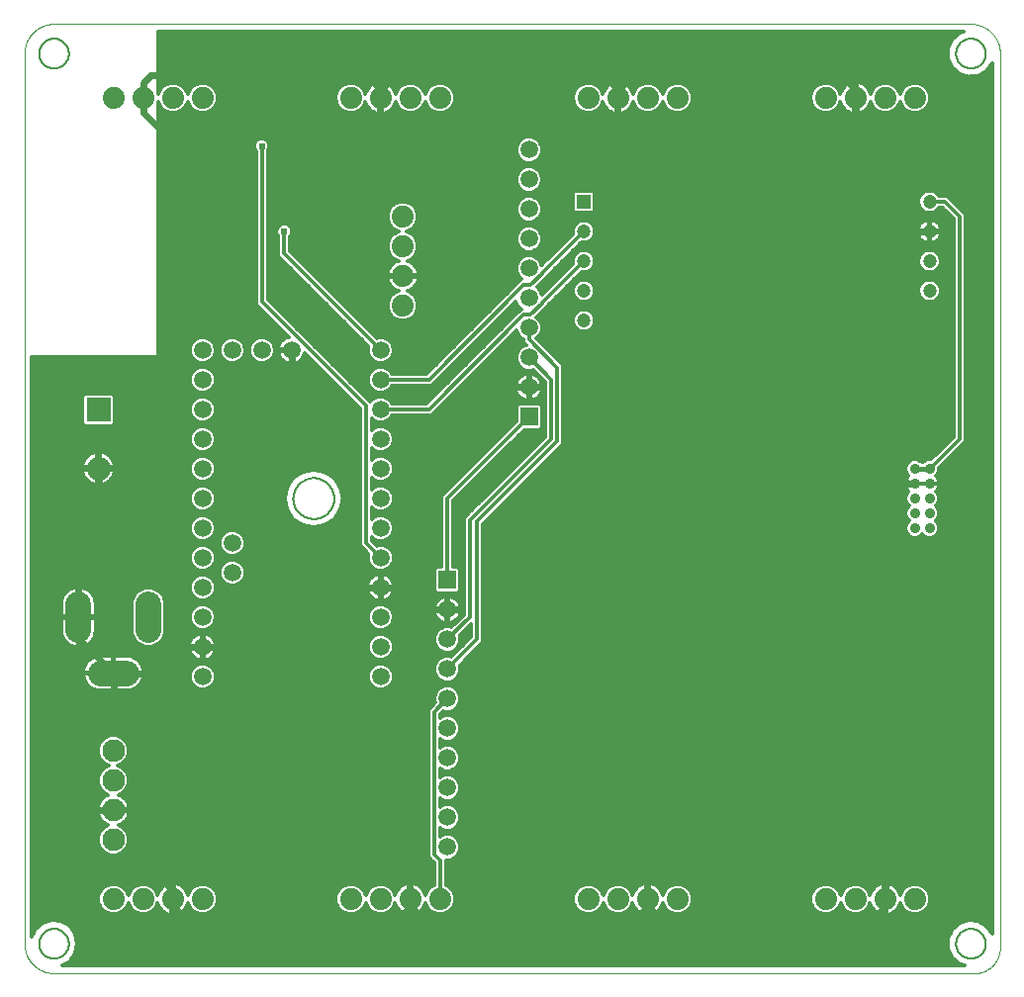
<source format=gbl>
G75*
%MOIN*%
%OFA0B0*%
%FSLAX25Y25*%
%IPPOS*%
%LPD*%
%AMOC8*
5,1,8,0,0,1.08239X$1,22.5*
%
%ADD10C,0.00000*%
%ADD11C,0.00600*%
%ADD12C,0.07400*%
%ADD13C,0.08600*%
%ADD14C,0.05906*%
%ADD15R,0.04724X0.04724*%
%ADD16C,0.04724*%
%ADD17R,0.08000X0.08000*%
%ADD18C,0.08000*%
%ADD19C,0.03562*%
%ADD20C,0.07600*%
%ADD21R,0.05906X0.05906*%
%ADD22C,0.01600*%
%ADD23C,0.01200*%
%ADD24C,0.02400*%
%ADD25C,0.02400*%
D10*
X0013520Y0011600D02*
X0013520Y0311561D01*
X0013523Y0311803D01*
X0013532Y0312044D01*
X0013546Y0312285D01*
X0013567Y0312526D01*
X0013593Y0312766D01*
X0013625Y0313006D01*
X0013663Y0313245D01*
X0013706Y0313482D01*
X0013756Y0313719D01*
X0013811Y0313954D01*
X0013871Y0314188D01*
X0013938Y0314420D01*
X0014009Y0314651D01*
X0014087Y0314880D01*
X0014170Y0315107D01*
X0014258Y0315332D01*
X0014352Y0315555D01*
X0014451Y0315775D01*
X0014556Y0315993D01*
X0014665Y0316208D01*
X0014780Y0316421D01*
X0014900Y0316631D01*
X0015025Y0316837D01*
X0015155Y0317041D01*
X0015290Y0317242D01*
X0015430Y0317439D01*
X0015574Y0317633D01*
X0015723Y0317823D01*
X0015877Y0318009D01*
X0016035Y0318192D01*
X0016197Y0318371D01*
X0016364Y0318546D01*
X0016535Y0318717D01*
X0016710Y0318884D01*
X0016889Y0319046D01*
X0017072Y0319204D01*
X0017258Y0319358D01*
X0017448Y0319507D01*
X0017642Y0319651D01*
X0017839Y0319791D01*
X0018040Y0319926D01*
X0018244Y0320056D01*
X0018450Y0320181D01*
X0018660Y0320301D01*
X0018873Y0320416D01*
X0019088Y0320525D01*
X0019306Y0320630D01*
X0019526Y0320729D01*
X0019749Y0320823D01*
X0019974Y0320911D01*
X0020201Y0320994D01*
X0020430Y0321072D01*
X0020661Y0321143D01*
X0020893Y0321210D01*
X0021127Y0321270D01*
X0021362Y0321325D01*
X0021599Y0321375D01*
X0021836Y0321418D01*
X0022075Y0321456D01*
X0022315Y0321488D01*
X0022555Y0321514D01*
X0022796Y0321535D01*
X0023037Y0321549D01*
X0023278Y0321558D01*
X0023520Y0321561D01*
X0332260Y0321561D01*
X0332501Y0321558D01*
X0332741Y0321549D01*
X0332982Y0321535D01*
X0333221Y0321514D01*
X0333461Y0321488D01*
X0333699Y0321456D01*
X0333937Y0321419D01*
X0334174Y0321375D01*
X0334409Y0321326D01*
X0334644Y0321272D01*
X0334877Y0321211D01*
X0335108Y0321145D01*
X0335338Y0321073D01*
X0335566Y0320996D01*
X0335792Y0320914D01*
X0336016Y0320826D01*
X0336238Y0320732D01*
X0336458Y0320633D01*
X0336675Y0320529D01*
X0336889Y0320420D01*
X0337101Y0320306D01*
X0337310Y0320186D01*
X0337516Y0320062D01*
X0337719Y0319932D01*
X0337918Y0319798D01*
X0338115Y0319659D01*
X0338308Y0319515D01*
X0338497Y0319366D01*
X0338683Y0319213D01*
X0338865Y0319056D01*
X0339044Y0318894D01*
X0339218Y0318728D01*
X0339388Y0318558D01*
X0339554Y0318384D01*
X0339716Y0318205D01*
X0339873Y0318023D01*
X0340026Y0317837D01*
X0340175Y0317648D01*
X0340319Y0317455D01*
X0340458Y0317258D01*
X0340592Y0317059D01*
X0340722Y0316856D01*
X0340846Y0316650D01*
X0340966Y0316441D01*
X0341080Y0316229D01*
X0341189Y0316015D01*
X0341293Y0315798D01*
X0341392Y0315578D01*
X0341486Y0315356D01*
X0341574Y0315132D01*
X0341656Y0314906D01*
X0341733Y0314678D01*
X0341805Y0314448D01*
X0341871Y0314217D01*
X0341932Y0313984D01*
X0341986Y0313749D01*
X0342035Y0313514D01*
X0342079Y0313277D01*
X0342116Y0313039D01*
X0342148Y0312801D01*
X0342174Y0312561D01*
X0342195Y0312322D01*
X0342209Y0312081D01*
X0342218Y0311841D01*
X0342221Y0311600D01*
X0342220Y0311600D02*
X0342220Y0010301D01*
X0342221Y0010301D02*
X0342218Y0010091D01*
X0342211Y0009881D01*
X0342198Y0009671D01*
X0342180Y0009461D01*
X0342158Y0009252D01*
X0342130Y0009044D01*
X0342097Y0008836D01*
X0342059Y0008629D01*
X0342016Y0008423D01*
X0341968Y0008219D01*
X0341915Y0008015D01*
X0341858Y0007813D01*
X0341795Y0007612D01*
X0341728Y0007413D01*
X0341656Y0007216D01*
X0341579Y0007020D01*
X0341497Y0006826D01*
X0341411Y0006634D01*
X0341320Y0006445D01*
X0341224Y0006257D01*
X0341124Y0006072D01*
X0341020Y0005890D01*
X0340911Y0005710D01*
X0340798Y0005533D01*
X0340681Y0005358D01*
X0340559Y0005187D01*
X0340434Y0005018D01*
X0340304Y0004853D01*
X0340170Y0004690D01*
X0340033Y0004531D01*
X0339891Y0004375D01*
X0339746Y0004223D01*
X0339598Y0004075D01*
X0339446Y0003930D01*
X0339290Y0003788D01*
X0339131Y0003651D01*
X0338968Y0003517D01*
X0338803Y0003387D01*
X0338634Y0003262D01*
X0338463Y0003140D01*
X0338288Y0003023D01*
X0338111Y0002910D01*
X0337931Y0002801D01*
X0337749Y0002697D01*
X0337564Y0002597D01*
X0337376Y0002501D01*
X0337187Y0002410D01*
X0336995Y0002324D01*
X0336801Y0002242D01*
X0336605Y0002165D01*
X0336408Y0002093D01*
X0336209Y0002026D01*
X0336008Y0001963D01*
X0335806Y0001906D01*
X0335602Y0001853D01*
X0335398Y0001805D01*
X0335192Y0001762D01*
X0334985Y0001724D01*
X0334777Y0001691D01*
X0334569Y0001663D01*
X0334360Y0001641D01*
X0334150Y0001623D01*
X0333940Y0001610D01*
X0333730Y0001603D01*
X0333520Y0001600D01*
X0023520Y0001600D01*
X0023278Y0001603D01*
X0023037Y0001612D01*
X0022796Y0001626D01*
X0022555Y0001647D01*
X0022315Y0001673D01*
X0022075Y0001705D01*
X0021836Y0001743D01*
X0021599Y0001786D01*
X0021362Y0001836D01*
X0021127Y0001891D01*
X0020893Y0001951D01*
X0020661Y0002018D01*
X0020430Y0002089D01*
X0020201Y0002167D01*
X0019974Y0002250D01*
X0019749Y0002338D01*
X0019526Y0002432D01*
X0019306Y0002531D01*
X0019088Y0002636D01*
X0018873Y0002745D01*
X0018660Y0002860D01*
X0018450Y0002980D01*
X0018244Y0003105D01*
X0018040Y0003235D01*
X0017839Y0003370D01*
X0017642Y0003510D01*
X0017448Y0003654D01*
X0017258Y0003803D01*
X0017072Y0003957D01*
X0016889Y0004115D01*
X0016710Y0004277D01*
X0016535Y0004444D01*
X0016364Y0004615D01*
X0016197Y0004790D01*
X0016035Y0004969D01*
X0015877Y0005152D01*
X0015723Y0005338D01*
X0015574Y0005528D01*
X0015430Y0005722D01*
X0015290Y0005919D01*
X0015155Y0006120D01*
X0015025Y0006324D01*
X0014900Y0006530D01*
X0014780Y0006740D01*
X0014665Y0006953D01*
X0014556Y0007168D01*
X0014451Y0007386D01*
X0014352Y0007606D01*
X0014258Y0007829D01*
X0014170Y0008054D01*
X0014087Y0008281D01*
X0014009Y0008510D01*
X0013938Y0008741D01*
X0013871Y0008973D01*
X0013811Y0009207D01*
X0013756Y0009442D01*
X0013706Y0009679D01*
X0013663Y0009916D01*
X0013625Y0010155D01*
X0013593Y0010395D01*
X0013567Y0010635D01*
X0013546Y0010876D01*
X0013532Y0011117D01*
X0013523Y0011358D01*
X0013520Y0011600D01*
D11*
X0018520Y0011600D02*
X0018522Y0011741D01*
X0018528Y0011882D01*
X0018538Y0012022D01*
X0018552Y0012162D01*
X0018570Y0012302D01*
X0018591Y0012441D01*
X0018617Y0012580D01*
X0018646Y0012718D01*
X0018680Y0012854D01*
X0018717Y0012990D01*
X0018758Y0013125D01*
X0018803Y0013259D01*
X0018852Y0013391D01*
X0018904Y0013522D01*
X0018960Y0013651D01*
X0019020Y0013778D01*
X0019083Y0013904D01*
X0019149Y0014028D01*
X0019220Y0014151D01*
X0019293Y0014271D01*
X0019370Y0014389D01*
X0019450Y0014505D01*
X0019534Y0014618D01*
X0019620Y0014729D01*
X0019710Y0014838D01*
X0019803Y0014944D01*
X0019898Y0015047D01*
X0019997Y0015148D01*
X0020098Y0015246D01*
X0020202Y0015341D01*
X0020309Y0015433D01*
X0020418Y0015522D01*
X0020530Y0015607D01*
X0020644Y0015690D01*
X0020760Y0015770D01*
X0020879Y0015846D01*
X0021000Y0015918D01*
X0021122Y0015988D01*
X0021247Y0016053D01*
X0021373Y0016116D01*
X0021501Y0016174D01*
X0021631Y0016229D01*
X0021762Y0016281D01*
X0021895Y0016328D01*
X0022029Y0016372D01*
X0022164Y0016413D01*
X0022300Y0016449D01*
X0022437Y0016481D01*
X0022575Y0016510D01*
X0022713Y0016535D01*
X0022853Y0016555D01*
X0022993Y0016572D01*
X0023133Y0016585D01*
X0023274Y0016594D01*
X0023414Y0016599D01*
X0023555Y0016600D01*
X0023696Y0016597D01*
X0023837Y0016590D01*
X0023977Y0016579D01*
X0024117Y0016564D01*
X0024257Y0016545D01*
X0024396Y0016523D01*
X0024534Y0016496D01*
X0024672Y0016466D01*
X0024808Y0016431D01*
X0024944Y0016393D01*
X0025078Y0016351D01*
X0025212Y0016305D01*
X0025344Y0016256D01*
X0025474Y0016202D01*
X0025603Y0016145D01*
X0025730Y0016085D01*
X0025856Y0016021D01*
X0025979Y0015953D01*
X0026101Y0015882D01*
X0026221Y0015808D01*
X0026338Y0015730D01*
X0026453Y0015649D01*
X0026566Y0015565D01*
X0026677Y0015478D01*
X0026785Y0015387D01*
X0026890Y0015294D01*
X0026993Y0015197D01*
X0027093Y0015098D01*
X0027190Y0014996D01*
X0027284Y0014891D01*
X0027375Y0014784D01*
X0027463Y0014674D01*
X0027548Y0014562D01*
X0027630Y0014447D01*
X0027709Y0014330D01*
X0027784Y0014211D01*
X0027856Y0014090D01*
X0027924Y0013967D01*
X0027989Y0013842D01*
X0028051Y0013715D01*
X0028108Y0013586D01*
X0028163Y0013456D01*
X0028213Y0013325D01*
X0028260Y0013192D01*
X0028303Y0013058D01*
X0028342Y0012922D01*
X0028377Y0012786D01*
X0028409Y0012649D01*
X0028436Y0012511D01*
X0028460Y0012372D01*
X0028480Y0012232D01*
X0028496Y0012092D01*
X0028508Y0011952D01*
X0028516Y0011811D01*
X0028520Y0011670D01*
X0028520Y0011530D01*
X0028516Y0011389D01*
X0028508Y0011248D01*
X0028496Y0011108D01*
X0028480Y0010968D01*
X0028460Y0010828D01*
X0028436Y0010689D01*
X0028409Y0010551D01*
X0028377Y0010414D01*
X0028342Y0010278D01*
X0028303Y0010142D01*
X0028260Y0010008D01*
X0028213Y0009875D01*
X0028163Y0009744D01*
X0028108Y0009614D01*
X0028051Y0009485D01*
X0027989Y0009358D01*
X0027924Y0009233D01*
X0027856Y0009110D01*
X0027784Y0008989D01*
X0027709Y0008870D01*
X0027630Y0008753D01*
X0027548Y0008638D01*
X0027463Y0008526D01*
X0027375Y0008416D01*
X0027284Y0008309D01*
X0027190Y0008204D01*
X0027093Y0008102D01*
X0026993Y0008003D01*
X0026890Y0007906D01*
X0026785Y0007813D01*
X0026677Y0007722D01*
X0026566Y0007635D01*
X0026453Y0007551D01*
X0026338Y0007470D01*
X0026221Y0007392D01*
X0026101Y0007318D01*
X0025979Y0007247D01*
X0025856Y0007179D01*
X0025730Y0007115D01*
X0025603Y0007055D01*
X0025474Y0006998D01*
X0025344Y0006944D01*
X0025212Y0006895D01*
X0025078Y0006849D01*
X0024944Y0006807D01*
X0024808Y0006769D01*
X0024672Y0006734D01*
X0024534Y0006704D01*
X0024396Y0006677D01*
X0024257Y0006655D01*
X0024117Y0006636D01*
X0023977Y0006621D01*
X0023837Y0006610D01*
X0023696Y0006603D01*
X0023555Y0006600D01*
X0023414Y0006601D01*
X0023274Y0006606D01*
X0023133Y0006615D01*
X0022993Y0006628D01*
X0022853Y0006645D01*
X0022713Y0006665D01*
X0022575Y0006690D01*
X0022437Y0006719D01*
X0022300Y0006751D01*
X0022164Y0006787D01*
X0022029Y0006828D01*
X0021895Y0006872D01*
X0021762Y0006919D01*
X0021631Y0006971D01*
X0021501Y0007026D01*
X0021373Y0007084D01*
X0021247Y0007147D01*
X0021122Y0007212D01*
X0021000Y0007282D01*
X0020879Y0007354D01*
X0020760Y0007430D01*
X0020644Y0007510D01*
X0020530Y0007593D01*
X0020418Y0007678D01*
X0020309Y0007767D01*
X0020202Y0007859D01*
X0020098Y0007954D01*
X0019997Y0008052D01*
X0019898Y0008153D01*
X0019803Y0008256D01*
X0019710Y0008362D01*
X0019620Y0008471D01*
X0019534Y0008582D01*
X0019450Y0008695D01*
X0019370Y0008811D01*
X0019293Y0008929D01*
X0019220Y0009049D01*
X0019149Y0009172D01*
X0019083Y0009296D01*
X0019020Y0009422D01*
X0018960Y0009549D01*
X0018904Y0009678D01*
X0018852Y0009809D01*
X0018803Y0009941D01*
X0018758Y0010075D01*
X0018717Y0010210D01*
X0018680Y0010346D01*
X0018646Y0010482D01*
X0018617Y0010620D01*
X0018591Y0010759D01*
X0018570Y0010898D01*
X0018552Y0011038D01*
X0018538Y0011178D01*
X0018528Y0011318D01*
X0018522Y0011459D01*
X0018520Y0011600D01*
X0104130Y0161600D02*
X0104132Y0161769D01*
X0104138Y0161938D01*
X0104149Y0162107D01*
X0104163Y0162275D01*
X0104182Y0162443D01*
X0104205Y0162611D01*
X0104231Y0162778D01*
X0104262Y0162944D01*
X0104297Y0163110D01*
X0104336Y0163274D01*
X0104380Y0163438D01*
X0104427Y0163600D01*
X0104478Y0163761D01*
X0104533Y0163921D01*
X0104592Y0164080D01*
X0104654Y0164237D01*
X0104721Y0164392D01*
X0104792Y0164546D01*
X0104866Y0164698D01*
X0104944Y0164848D01*
X0105025Y0164996D01*
X0105110Y0165142D01*
X0105199Y0165286D01*
X0105291Y0165428D01*
X0105387Y0165567D01*
X0105486Y0165704D01*
X0105588Y0165839D01*
X0105694Y0165971D01*
X0105803Y0166100D01*
X0105915Y0166227D01*
X0106030Y0166351D01*
X0106148Y0166472D01*
X0106269Y0166590D01*
X0106393Y0166705D01*
X0106520Y0166817D01*
X0106649Y0166926D01*
X0106781Y0167032D01*
X0106916Y0167134D01*
X0107053Y0167233D01*
X0107192Y0167329D01*
X0107334Y0167421D01*
X0107478Y0167510D01*
X0107624Y0167595D01*
X0107772Y0167676D01*
X0107922Y0167754D01*
X0108074Y0167828D01*
X0108228Y0167899D01*
X0108383Y0167966D01*
X0108540Y0168028D01*
X0108699Y0168087D01*
X0108859Y0168142D01*
X0109020Y0168193D01*
X0109182Y0168240D01*
X0109346Y0168284D01*
X0109510Y0168323D01*
X0109676Y0168358D01*
X0109842Y0168389D01*
X0110009Y0168415D01*
X0110177Y0168438D01*
X0110345Y0168457D01*
X0110513Y0168471D01*
X0110682Y0168482D01*
X0110851Y0168488D01*
X0111020Y0168490D01*
X0111189Y0168488D01*
X0111358Y0168482D01*
X0111527Y0168471D01*
X0111695Y0168457D01*
X0111863Y0168438D01*
X0112031Y0168415D01*
X0112198Y0168389D01*
X0112364Y0168358D01*
X0112530Y0168323D01*
X0112694Y0168284D01*
X0112858Y0168240D01*
X0113020Y0168193D01*
X0113181Y0168142D01*
X0113341Y0168087D01*
X0113500Y0168028D01*
X0113657Y0167966D01*
X0113812Y0167899D01*
X0113966Y0167828D01*
X0114118Y0167754D01*
X0114268Y0167676D01*
X0114416Y0167595D01*
X0114562Y0167510D01*
X0114706Y0167421D01*
X0114848Y0167329D01*
X0114987Y0167233D01*
X0115124Y0167134D01*
X0115259Y0167032D01*
X0115391Y0166926D01*
X0115520Y0166817D01*
X0115647Y0166705D01*
X0115771Y0166590D01*
X0115892Y0166472D01*
X0116010Y0166351D01*
X0116125Y0166227D01*
X0116237Y0166100D01*
X0116346Y0165971D01*
X0116452Y0165839D01*
X0116554Y0165704D01*
X0116653Y0165567D01*
X0116749Y0165428D01*
X0116841Y0165286D01*
X0116930Y0165142D01*
X0117015Y0164996D01*
X0117096Y0164848D01*
X0117174Y0164698D01*
X0117248Y0164546D01*
X0117319Y0164392D01*
X0117386Y0164237D01*
X0117448Y0164080D01*
X0117507Y0163921D01*
X0117562Y0163761D01*
X0117613Y0163600D01*
X0117660Y0163438D01*
X0117704Y0163274D01*
X0117743Y0163110D01*
X0117778Y0162944D01*
X0117809Y0162778D01*
X0117835Y0162611D01*
X0117858Y0162443D01*
X0117877Y0162275D01*
X0117891Y0162107D01*
X0117902Y0161938D01*
X0117908Y0161769D01*
X0117910Y0161600D01*
X0117908Y0161431D01*
X0117902Y0161262D01*
X0117891Y0161093D01*
X0117877Y0160925D01*
X0117858Y0160757D01*
X0117835Y0160589D01*
X0117809Y0160422D01*
X0117778Y0160256D01*
X0117743Y0160090D01*
X0117704Y0159926D01*
X0117660Y0159762D01*
X0117613Y0159600D01*
X0117562Y0159439D01*
X0117507Y0159279D01*
X0117448Y0159120D01*
X0117386Y0158963D01*
X0117319Y0158808D01*
X0117248Y0158654D01*
X0117174Y0158502D01*
X0117096Y0158352D01*
X0117015Y0158204D01*
X0116930Y0158058D01*
X0116841Y0157914D01*
X0116749Y0157772D01*
X0116653Y0157633D01*
X0116554Y0157496D01*
X0116452Y0157361D01*
X0116346Y0157229D01*
X0116237Y0157100D01*
X0116125Y0156973D01*
X0116010Y0156849D01*
X0115892Y0156728D01*
X0115771Y0156610D01*
X0115647Y0156495D01*
X0115520Y0156383D01*
X0115391Y0156274D01*
X0115259Y0156168D01*
X0115124Y0156066D01*
X0114987Y0155967D01*
X0114848Y0155871D01*
X0114706Y0155779D01*
X0114562Y0155690D01*
X0114416Y0155605D01*
X0114268Y0155524D01*
X0114118Y0155446D01*
X0113966Y0155372D01*
X0113812Y0155301D01*
X0113657Y0155234D01*
X0113500Y0155172D01*
X0113341Y0155113D01*
X0113181Y0155058D01*
X0113020Y0155007D01*
X0112858Y0154960D01*
X0112694Y0154916D01*
X0112530Y0154877D01*
X0112364Y0154842D01*
X0112198Y0154811D01*
X0112031Y0154785D01*
X0111863Y0154762D01*
X0111695Y0154743D01*
X0111527Y0154729D01*
X0111358Y0154718D01*
X0111189Y0154712D01*
X0111020Y0154710D01*
X0110851Y0154712D01*
X0110682Y0154718D01*
X0110513Y0154729D01*
X0110345Y0154743D01*
X0110177Y0154762D01*
X0110009Y0154785D01*
X0109842Y0154811D01*
X0109676Y0154842D01*
X0109510Y0154877D01*
X0109346Y0154916D01*
X0109182Y0154960D01*
X0109020Y0155007D01*
X0108859Y0155058D01*
X0108699Y0155113D01*
X0108540Y0155172D01*
X0108383Y0155234D01*
X0108228Y0155301D01*
X0108074Y0155372D01*
X0107922Y0155446D01*
X0107772Y0155524D01*
X0107624Y0155605D01*
X0107478Y0155690D01*
X0107334Y0155779D01*
X0107192Y0155871D01*
X0107053Y0155967D01*
X0106916Y0156066D01*
X0106781Y0156168D01*
X0106649Y0156274D01*
X0106520Y0156383D01*
X0106393Y0156495D01*
X0106269Y0156610D01*
X0106148Y0156728D01*
X0106030Y0156849D01*
X0105915Y0156973D01*
X0105803Y0157100D01*
X0105694Y0157229D01*
X0105588Y0157361D01*
X0105486Y0157496D01*
X0105387Y0157633D01*
X0105291Y0157772D01*
X0105199Y0157914D01*
X0105110Y0158058D01*
X0105025Y0158204D01*
X0104944Y0158352D01*
X0104866Y0158502D01*
X0104792Y0158654D01*
X0104721Y0158808D01*
X0104654Y0158963D01*
X0104592Y0159120D01*
X0104533Y0159279D01*
X0104478Y0159439D01*
X0104427Y0159600D01*
X0104380Y0159762D01*
X0104336Y0159926D01*
X0104297Y0160090D01*
X0104262Y0160256D01*
X0104231Y0160422D01*
X0104205Y0160589D01*
X0104182Y0160757D01*
X0104163Y0160925D01*
X0104149Y0161093D01*
X0104138Y0161262D01*
X0104132Y0161431D01*
X0104130Y0161600D01*
X0018520Y0311600D02*
X0018522Y0311741D01*
X0018528Y0311882D01*
X0018538Y0312022D01*
X0018552Y0312162D01*
X0018570Y0312302D01*
X0018591Y0312441D01*
X0018617Y0312580D01*
X0018646Y0312718D01*
X0018680Y0312854D01*
X0018717Y0312990D01*
X0018758Y0313125D01*
X0018803Y0313259D01*
X0018852Y0313391D01*
X0018904Y0313522D01*
X0018960Y0313651D01*
X0019020Y0313778D01*
X0019083Y0313904D01*
X0019149Y0314028D01*
X0019220Y0314151D01*
X0019293Y0314271D01*
X0019370Y0314389D01*
X0019450Y0314505D01*
X0019534Y0314618D01*
X0019620Y0314729D01*
X0019710Y0314838D01*
X0019803Y0314944D01*
X0019898Y0315047D01*
X0019997Y0315148D01*
X0020098Y0315246D01*
X0020202Y0315341D01*
X0020309Y0315433D01*
X0020418Y0315522D01*
X0020530Y0315607D01*
X0020644Y0315690D01*
X0020760Y0315770D01*
X0020879Y0315846D01*
X0021000Y0315918D01*
X0021122Y0315988D01*
X0021247Y0316053D01*
X0021373Y0316116D01*
X0021501Y0316174D01*
X0021631Y0316229D01*
X0021762Y0316281D01*
X0021895Y0316328D01*
X0022029Y0316372D01*
X0022164Y0316413D01*
X0022300Y0316449D01*
X0022437Y0316481D01*
X0022575Y0316510D01*
X0022713Y0316535D01*
X0022853Y0316555D01*
X0022993Y0316572D01*
X0023133Y0316585D01*
X0023274Y0316594D01*
X0023414Y0316599D01*
X0023555Y0316600D01*
X0023696Y0316597D01*
X0023837Y0316590D01*
X0023977Y0316579D01*
X0024117Y0316564D01*
X0024257Y0316545D01*
X0024396Y0316523D01*
X0024534Y0316496D01*
X0024672Y0316466D01*
X0024808Y0316431D01*
X0024944Y0316393D01*
X0025078Y0316351D01*
X0025212Y0316305D01*
X0025344Y0316256D01*
X0025474Y0316202D01*
X0025603Y0316145D01*
X0025730Y0316085D01*
X0025856Y0316021D01*
X0025979Y0315953D01*
X0026101Y0315882D01*
X0026221Y0315808D01*
X0026338Y0315730D01*
X0026453Y0315649D01*
X0026566Y0315565D01*
X0026677Y0315478D01*
X0026785Y0315387D01*
X0026890Y0315294D01*
X0026993Y0315197D01*
X0027093Y0315098D01*
X0027190Y0314996D01*
X0027284Y0314891D01*
X0027375Y0314784D01*
X0027463Y0314674D01*
X0027548Y0314562D01*
X0027630Y0314447D01*
X0027709Y0314330D01*
X0027784Y0314211D01*
X0027856Y0314090D01*
X0027924Y0313967D01*
X0027989Y0313842D01*
X0028051Y0313715D01*
X0028108Y0313586D01*
X0028163Y0313456D01*
X0028213Y0313325D01*
X0028260Y0313192D01*
X0028303Y0313058D01*
X0028342Y0312922D01*
X0028377Y0312786D01*
X0028409Y0312649D01*
X0028436Y0312511D01*
X0028460Y0312372D01*
X0028480Y0312232D01*
X0028496Y0312092D01*
X0028508Y0311952D01*
X0028516Y0311811D01*
X0028520Y0311670D01*
X0028520Y0311530D01*
X0028516Y0311389D01*
X0028508Y0311248D01*
X0028496Y0311108D01*
X0028480Y0310968D01*
X0028460Y0310828D01*
X0028436Y0310689D01*
X0028409Y0310551D01*
X0028377Y0310414D01*
X0028342Y0310278D01*
X0028303Y0310142D01*
X0028260Y0310008D01*
X0028213Y0309875D01*
X0028163Y0309744D01*
X0028108Y0309614D01*
X0028051Y0309485D01*
X0027989Y0309358D01*
X0027924Y0309233D01*
X0027856Y0309110D01*
X0027784Y0308989D01*
X0027709Y0308870D01*
X0027630Y0308753D01*
X0027548Y0308638D01*
X0027463Y0308526D01*
X0027375Y0308416D01*
X0027284Y0308309D01*
X0027190Y0308204D01*
X0027093Y0308102D01*
X0026993Y0308003D01*
X0026890Y0307906D01*
X0026785Y0307813D01*
X0026677Y0307722D01*
X0026566Y0307635D01*
X0026453Y0307551D01*
X0026338Y0307470D01*
X0026221Y0307392D01*
X0026101Y0307318D01*
X0025979Y0307247D01*
X0025856Y0307179D01*
X0025730Y0307115D01*
X0025603Y0307055D01*
X0025474Y0306998D01*
X0025344Y0306944D01*
X0025212Y0306895D01*
X0025078Y0306849D01*
X0024944Y0306807D01*
X0024808Y0306769D01*
X0024672Y0306734D01*
X0024534Y0306704D01*
X0024396Y0306677D01*
X0024257Y0306655D01*
X0024117Y0306636D01*
X0023977Y0306621D01*
X0023837Y0306610D01*
X0023696Y0306603D01*
X0023555Y0306600D01*
X0023414Y0306601D01*
X0023274Y0306606D01*
X0023133Y0306615D01*
X0022993Y0306628D01*
X0022853Y0306645D01*
X0022713Y0306665D01*
X0022575Y0306690D01*
X0022437Y0306719D01*
X0022300Y0306751D01*
X0022164Y0306787D01*
X0022029Y0306828D01*
X0021895Y0306872D01*
X0021762Y0306919D01*
X0021631Y0306971D01*
X0021501Y0307026D01*
X0021373Y0307084D01*
X0021247Y0307147D01*
X0021122Y0307212D01*
X0021000Y0307282D01*
X0020879Y0307354D01*
X0020760Y0307430D01*
X0020644Y0307510D01*
X0020530Y0307593D01*
X0020418Y0307678D01*
X0020309Y0307767D01*
X0020202Y0307859D01*
X0020098Y0307954D01*
X0019997Y0308052D01*
X0019898Y0308153D01*
X0019803Y0308256D01*
X0019710Y0308362D01*
X0019620Y0308471D01*
X0019534Y0308582D01*
X0019450Y0308695D01*
X0019370Y0308811D01*
X0019293Y0308929D01*
X0019220Y0309049D01*
X0019149Y0309172D01*
X0019083Y0309296D01*
X0019020Y0309422D01*
X0018960Y0309549D01*
X0018904Y0309678D01*
X0018852Y0309809D01*
X0018803Y0309941D01*
X0018758Y0310075D01*
X0018717Y0310210D01*
X0018680Y0310346D01*
X0018646Y0310482D01*
X0018617Y0310620D01*
X0018591Y0310759D01*
X0018570Y0310898D01*
X0018552Y0311038D01*
X0018538Y0311178D01*
X0018528Y0311318D01*
X0018522Y0311459D01*
X0018520Y0311600D01*
X0327417Y0311600D02*
X0327419Y0311741D01*
X0327425Y0311882D01*
X0327435Y0312022D01*
X0327449Y0312162D01*
X0327467Y0312302D01*
X0327488Y0312441D01*
X0327514Y0312580D01*
X0327543Y0312718D01*
X0327577Y0312854D01*
X0327614Y0312990D01*
X0327655Y0313125D01*
X0327700Y0313259D01*
X0327749Y0313391D01*
X0327801Y0313522D01*
X0327857Y0313651D01*
X0327917Y0313778D01*
X0327980Y0313904D01*
X0328046Y0314028D01*
X0328117Y0314151D01*
X0328190Y0314271D01*
X0328267Y0314389D01*
X0328347Y0314505D01*
X0328431Y0314618D01*
X0328517Y0314729D01*
X0328607Y0314838D01*
X0328700Y0314944D01*
X0328795Y0315047D01*
X0328894Y0315148D01*
X0328995Y0315246D01*
X0329099Y0315341D01*
X0329206Y0315433D01*
X0329315Y0315522D01*
X0329427Y0315607D01*
X0329541Y0315690D01*
X0329657Y0315770D01*
X0329776Y0315846D01*
X0329897Y0315918D01*
X0330019Y0315988D01*
X0330144Y0316053D01*
X0330270Y0316116D01*
X0330398Y0316174D01*
X0330528Y0316229D01*
X0330659Y0316281D01*
X0330792Y0316328D01*
X0330926Y0316372D01*
X0331061Y0316413D01*
X0331197Y0316449D01*
X0331334Y0316481D01*
X0331472Y0316510D01*
X0331610Y0316535D01*
X0331750Y0316555D01*
X0331890Y0316572D01*
X0332030Y0316585D01*
X0332171Y0316594D01*
X0332311Y0316599D01*
X0332452Y0316600D01*
X0332593Y0316597D01*
X0332734Y0316590D01*
X0332874Y0316579D01*
X0333014Y0316564D01*
X0333154Y0316545D01*
X0333293Y0316523D01*
X0333431Y0316496D01*
X0333569Y0316466D01*
X0333705Y0316431D01*
X0333841Y0316393D01*
X0333975Y0316351D01*
X0334109Y0316305D01*
X0334241Y0316256D01*
X0334371Y0316202D01*
X0334500Y0316145D01*
X0334627Y0316085D01*
X0334753Y0316021D01*
X0334876Y0315953D01*
X0334998Y0315882D01*
X0335118Y0315808D01*
X0335235Y0315730D01*
X0335350Y0315649D01*
X0335463Y0315565D01*
X0335574Y0315478D01*
X0335682Y0315387D01*
X0335787Y0315294D01*
X0335890Y0315197D01*
X0335990Y0315098D01*
X0336087Y0314996D01*
X0336181Y0314891D01*
X0336272Y0314784D01*
X0336360Y0314674D01*
X0336445Y0314562D01*
X0336527Y0314447D01*
X0336606Y0314330D01*
X0336681Y0314211D01*
X0336753Y0314090D01*
X0336821Y0313967D01*
X0336886Y0313842D01*
X0336948Y0313715D01*
X0337005Y0313586D01*
X0337060Y0313456D01*
X0337110Y0313325D01*
X0337157Y0313192D01*
X0337200Y0313058D01*
X0337239Y0312922D01*
X0337274Y0312786D01*
X0337306Y0312649D01*
X0337333Y0312511D01*
X0337357Y0312372D01*
X0337377Y0312232D01*
X0337393Y0312092D01*
X0337405Y0311952D01*
X0337413Y0311811D01*
X0337417Y0311670D01*
X0337417Y0311530D01*
X0337413Y0311389D01*
X0337405Y0311248D01*
X0337393Y0311108D01*
X0337377Y0310968D01*
X0337357Y0310828D01*
X0337333Y0310689D01*
X0337306Y0310551D01*
X0337274Y0310414D01*
X0337239Y0310278D01*
X0337200Y0310142D01*
X0337157Y0310008D01*
X0337110Y0309875D01*
X0337060Y0309744D01*
X0337005Y0309614D01*
X0336948Y0309485D01*
X0336886Y0309358D01*
X0336821Y0309233D01*
X0336753Y0309110D01*
X0336681Y0308989D01*
X0336606Y0308870D01*
X0336527Y0308753D01*
X0336445Y0308638D01*
X0336360Y0308526D01*
X0336272Y0308416D01*
X0336181Y0308309D01*
X0336087Y0308204D01*
X0335990Y0308102D01*
X0335890Y0308003D01*
X0335787Y0307906D01*
X0335682Y0307813D01*
X0335574Y0307722D01*
X0335463Y0307635D01*
X0335350Y0307551D01*
X0335235Y0307470D01*
X0335118Y0307392D01*
X0334998Y0307318D01*
X0334876Y0307247D01*
X0334753Y0307179D01*
X0334627Y0307115D01*
X0334500Y0307055D01*
X0334371Y0306998D01*
X0334241Y0306944D01*
X0334109Y0306895D01*
X0333975Y0306849D01*
X0333841Y0306807D01*
X0333705Y0306769D01*
X0333569Y0306734D01*
X0333431Y0306704D01*
X0333293Y0306677D01*
X0333154Y0306655D01*
X0333014Y0306636D01*
X0332874Y0306621D01*
X0332734Y0306610D01*
X0332593Y0306603D01*
X0332452Y0306600D01*
X0332311Y0306601D01*
X0332171Y0306606D01*
X0332030Y0306615D01*
X0331890Y0306628D01*
X0331750Y0306645D01*
X0331610Y0306665D01*
X0331472Y0306690D01*
X0331334Y0306719D01*
X0331197Y0306751D01*
X0331061Y0306787D01*
X0330926Y0306828D01*
X0330792Y0306872D01*
X0330659Y0306919D01*
X0330528Y0306971D01*
X0330398Y0307026D01*
X0330270Y0307084D01*
X0330144Y0307147D01*
X0330019Y0307212D01*
X0329897Y0307282D01*
X0329776Y0307354D01*
X0329657Y0307430D01*
X0329541Y0307510D01*
X0329427Y0307593D01*
X0329315Y0307678D01*
X0329206Y0307767D01*
X0329099Y0307859D01*
X0328995Y0307954D01*
X0328894Y0308052D01*
X0328795Y0308153D01*
X0328700Y0308256D01*
X0328607Y0308362D01*
X0328517Y0308471D01*
X0328431Y0308582D01*
X0328347Y0308695D01*
X0328267Y0308811D01*
X0328190Y0308929D01*
X0328117Y0309049D01*
X0328046Y0309172D01*
X0327980Y0309296D01*
X0327917Y0309422D01*
X0327857Y0309549D01*
X0327801Y0309678D01*
X0327749Y0309809D01*
X0327700Y0309941D01*
X0327655Y0310075D01*
X0327614Y0310210D01*
X0327577Y0310346D01*
X0327543Y0310482D01*
X0327514Y0310620D01*
X0327488Y0310759D01*
X0327467Y0310898D01*
X0327449Y0311038D01*
X0327435Y0311178D01*
X0327425Y0311318D01*
X0327419Y0311459D01*
X0327417Y0311600D01*
X0327417Y0011600D02*
X0327419Y0011741D01*
X0327425Y0011882D01*
X0327435Y0012022D01*
X0327449Y0012162D01*
X0327467Y0012302D01*
X0327488Y0012441D01*
X0327514Y0012580D01*
X0327543Y0012718D01*
X0327577Y0012854D01*
X0327614Y0012990D01*
X0327655Y0013125D01*
X0327700Y0013259D01*
X0327749Y0013391D01*
X0327801Y0013522D01*
X0327857Y0013651D01*
X0327917Y0013778D01*
X0327980Y0013904D01*
X0328046Y0014028D01*
X0328117Y0014151D01*
X0328190Y0014271D01*
X0328267Y0014389D01*
X0328347Y0014505D01*
X0328431Y0014618D01*
X0328517Y0014729D01*
X0328607Y0014838D01*
X0328700Y0014944D01*
X0328795Y0015047D01*
X0328894Y0015148D01*
X0328995Y0015246D01*
X0329099Y0015341D01*
X0329206Y0015433D01*
X0329315Y0015522D01*
X0329427Y0015607D01*
X0329541Y0015690D01*
X0329657Y0015770D01*
X0329776Y0015846D01*
X0329897Y0015918D01*
X0330019Y0015988D01*
X0330144Y0016053D01*
X0330270Y0016116D01*
X0330398Y0016174D01*
X0330528Y0016229D01*
X0330659Y0016281D01*
X0330792Y0016328D01*
X0330926Y0016372D01*
X0331061Y0016413D01*
X0331197Y0016449D01*
X0331334Y0016481D01*
X0331472Y0016510D01*
X0331610Y0016535D01*
X0331750Y0016555D01*
X0331890Y0016572D01*
X0332030Y0016585D01*
X0332171Y0016594D01*
X0332311Y0016599D01*
X0332452Y0016600D01*
X0332593Y0016597D01*
X0332734Y0016590D01*
X0332874Y0016579D01*
X0333014Y0016564D01*
X0333154Y0016545D01*
X0333293Y0016523D01*
X0333431Y0016496D01*
X0333569Y0016466D01*
X0333705Y0016431D01*
X0333841Y0016393D01*
X0333975Y0016351D01*
X0334109Y0016305D01*
X0334241Y0016256D01*
X0334371Y0016202D01*
X0334500Y0016145D01*
X0334627Y0016085D01*
X0334753Y0016021D01*
X0334876Y0015953D01*
X0334998Y0015882D01*
X0335118Y0015808D01*
X0335235Y0015730D01*
X0335350Y0015649D01*
X0335463Y0015565D01*
X0335574Y0015478D01*
X0335682Y0015387D01*
X0335787Y0015294D01*
X0335890Y0015197D01*
X0335990Y0015098D01*
X0336087Y0014996D01*
X0336181Y0014891D01*
X0336272Y0014784D01*
X0336360Y0014674D01*
X0336445Y0014562D01*
X0336527Y0014447D01*
X0336606Y0014330D01*
X0336681Y0014211D01*
X0336753Y0014090D01*
X0336821Y0013967D01*
X0336886Y0013842D01*
X0336948Y0013715D01*
X0337005Y0013586D01*
X0337060Y0013456D01*
X0337110Y0013325D01*
X0337157Y0013192D01*
X0337200Y0013058D01*
X0337239Y0012922D01*
X0337274Y0012786D01*
X0337306Y0012649D01*
X0337333Y0012511D01*
X0337357Y0012372D01*
X0337377Y0012232D01*
X0337393Y0012092D01*
X0337405Y0011952D01*
X0337413Y0011811D01*
X0337417Y0011670D01*
X0337417Y0011530D01*
X0337413Y0011389D01*
X0337405Y0011248D01*
X0337393Y0011108D01*
X0337377Y0010968D01*
X0337357Y0010828D01*
X0337333Y0010689D01*
X0337306Y0010551D01*
X0337274Y0010414D01*
X0337239Y0010278D01*
X0337200Y0010142D01*
X0337157Y0010008D01*
X0337110Y0009875D01*
X0337060Y0009744D01*
X0337005Y0009614D01*
X0336948Y0009485D01*
X0336886Y0009358D01*
X0336821Y0009233D01*
X0336753Y0009110D01*
X0336681Y0008989D01*
X0336606Y0008870D01*
X0336527Y0008753D01*
X0336445Y0008638D01*
X0336360Y0008526D01*
X0336272Y0008416D01*
X0336181Y0008309D01*
X0336087Y0008204D01*
X0335990Y0008102D01*
X0335890Y0008003D01*
X0335787Y0007906D01*
X0335682Y0007813D01*
X0335574Y0007722D01*
X0335463Y0007635D01*
X0335350Y0007551D01*
X0335235Y0007470D01*
X0335118Y0007392D01*
X0334998Y0007318D01*
X0334876Y0007247D01*
X0334753Y0007179D01*
X0334627Y0007115D01*
X0334500Y0007055D01*
X0334371Y0006998D01*
X0334241Y0006944D01*
X0334109Y0006895D01*
X0333975Y0006849D01*
X0333841Y0006807D01*
X0333705Y0006769D01*
X0333569Y0006734D01*
X0333431Y0006704D01*
X0333293Y0006677D01*
X0333154Y0006655D01*
X0333014Y0006636D01*
X0332874Y0006621D01*
X0332734Y0006610D01*
X0332593Y0006603D01*
X0332452Y0006600D01*
X0332311Y0006601D01*
X0332171Y0006606D01*
X0332030Y0006615D01*
X0331890Y0006628D01*
X0331750Y0006645D01*
X0331610Y0006665D01*
X0331472Y0006690D01*
X0331334Y0006719D01*
X0331197Y0006751D01*
X0331061Y0006787D01*
X0330926Y0006828D01*
X0330792Y0006872D01*
X0330659Y0006919D01*
X0330528Y0006971D01*
X0330398Y0007026D01*
X0330270Y0007084D01*
X0330144Y0007147D01*
X0330019Y0007212D01*
X0329897Y0007282D01*
X0329776Y0007354D01*
X0329657Y0007430D01*
X0329541Y0007510D01*
X0329427Y0007593D01*
X0329315Y0007678D01*
X0329206Y0007767D01*
X0329099Y0007859D01*
X0328995Y0007954D01*
X0328894Y0008052D01*
X0328795Y0008153D01*
X0328700Y0008256D01*
X0328607Y0008362D01*
X0328517Y0008471D01*
X0328431Y0008582D01*
X0328347Y0008695D01*
X0328267Y0008811D01*
X0328190Y0008929D01*
X0328117Y0009049D01*
X0328046Y0009172D01*
X0327980Y0009296D01*
X0327917Y0009422D01*
X0327857Y0009549D01*
X0327801Y0009678D01*
X0327749Y0009809D01*
X0327700Y0009941D01*
X0327655Y0010075D01*
X0327614Y0010210D01*
X0327577Y0010346D01*
X0327543Y0010482D01*
X0327514Y0010620D01*
X0327488Y0010759D01*
X0327467Y0010898D01*
X0327449Y0011038D01*
X0327435Y0011178D01*
X0327425Y0011318D01*
X0327419Y0011459D01*
X0327417Y0011600D01*
D12*
X0313520Y0026600D03*
X0303520Y0026600D03*
X0293520Y0026600D03*
X0283520Y0026600D03*
X0233520Y0026600D03*
X0223520Y0026600D03*
X0213520Y0026600D03*
X0203520Y0026600D03*
X0153520Y0026600D03*
X0143520Y0026600D03*
X0133520Y0026600D03*
X0123520Y0026600D03*
X0073520Y0026600D03*
X0063520Y0026600D03*
X0053520Y0026600D03*
X0043520Y0026600D03*
X0141020Y0226600D03*
X0141020Y0236600D03*
X0141020Y0246600D03*
X0141020Y0256600D03*
X0143520Y0296600D03*
X0153520Y0296600D03*
X0133520Y0296600D03*
X0123520Y0296600D03*
X0073520Y0296600D03*
X0063520Y0296600D03*
X0053520Y0296600D03*
X0043520Y0296600D03*
X0203520Y0296600D03*
X0213520Y0296600D03*
X0223520Y0296600D03*
X0233520Y0296600D03*
X0283520Y0296600D03*
X0293520Y0296600D03*
X0303520Y0296600D03*
X0313520Y0296600D03*
D13*
X0055331Y0125900D02*
X0055331Y0117300D01*
X0047820Y0102702D02*
X0039220Y0102702D01*
X0031709Y0117300D02*
X0031709Y0125900D01*
D14*
X0073520Y0121600D03*
X0073520Y0111600D03*
X0073520Y0101600D03*
X0073520Y0131600D03*
X0073520Y0141600D03*
X0073520Y0151600D03*
X0083520Y0146600D03*
X0083520Y0136600D03*
X0073520Y0161600D03*
X0073520Y0171600D03*
X0073520Y0181600D03*
X0073520Y0191600D03*
X0073520Y0201600D03*
X0073520Y0211600D03*
X0083520Y0211600D03*
X0093520Y0211600D03*
X0103520Y0211600D03*
X0133520Y0211600D03*
X0133520Y0201600D03*
X0133520Y0191600D03*
X0133520Y0181600D03*
X0133520Y0171600D03*
X0133520Y0161600D03*
X0133520Y0151600D03*
X0133520Y0141600D03*
X0133520Y0131600D03*
X0133520Y0121600D03*
X0133520Y0111600D03*
X0133520Y0101600D03*
X0156020Y0104100D03*
X0156020Y0094100D03*
X0156020Y0084100D03*
X0156020Y0074100D03*
X0156020Y0064100D03*
X0156020Y0054100D03*
X0156020Y0044100D03*
X0156020Y0114100D03*
X0156020Y0124100D03*
X0183520Y0199100D03*
X0183520Y0209100D03*
X0183520Y0219100D03*
X0183520Y0229100D03*
X0183520Y0239100D03*
X0183520Y0249100D03*
X0183520Y0259100D03*
X0183520Y0269100D03*
X0183520Y0279100D03*
D15*
X0202020Y0261600D03*
D16*
X0202020Y0251600D03*
X0202020Y0241600D03*
X0202020Y0231600D03*
X0202020Y0221600D03*
X0318520Y0231600D03*
X0318520Y0241600D03*
X0318520Y0251600D03*
X0318520Y0261600D03*
D17*
X0038520Y0191443D03*
D18*
X0038520Y0171757D03*
D19*
X0313520Y0171600D03*
X0318520Y0171600D03*
X0318520Y0166600D03*
X0318520Y0161600D03*
X0318520Y0156600D03*
X0318520Y0151600D03*
X0313520Y0151600D03*
X0313520Y0156600D03*
X0313520Y0161600D03*
X0313520Y0166600D03*
D20*
X0043520Y0076600D03*
X0043520Y0066600D03*
X0043520Y0056600D03*
X0043520Y0046600D03*
D21*
X0156020Y0134100D03*
X0183520Y0189100D03*
D22*
X0313520Y0171600D02*
X0318520Y0171600D01*
X0044622Y0101600D02*
X0043520Y0102702D01*
D23*
X0043707Y0102515D02*
X0043707Y0096802D01*
X0048284Y0096802D01*
X0049201Y0096948D01*
X0050084Y0097235D01*
X0050912Y0097656D01*
X0051663Y0098202D01*
X0052320Y0098859D01*
X0052866Y0099610D01*
X0053287Y0100438D01*
X0053574Y0101321D01*
X0053720Y0102238D01*
X0053720Y0102515D01*
X0043707Y0102515D01*
X0043332Y0102515D01*
X0033320Y0102515D01*
X0033320Y0102238D01*
X0033465Y0101321D01*
X0033752Y0100438D01*
X0034174Y0099610D01*
X0034719Y0098859D01*
X0035376Y0098202D01*
X0036127Y0097656D01*
X0036955Y0097235D01*
X0037838Y0096948D01*
X0038755Y0096802D01*
X0043332Y0096802D01*
X0043332Y0102515D01*
X0043332Y0102890D01*
X0033320Y0102890D01*
X0033320Y0103167D01*
X0033465Y0104084D01*
X0033752Y0104967D01*
X0034174Y0105795D01*
X0034719Y0106546D01*
X0035376Y0107203D01*
X0036127Y0107748D01*
X0036955Y0108170D01*
X0037838Y0108457D01*
X0038755Y0108602D01*
X0043332Y0108602D01*
X0043332Y0102890D01*
X0043707Y0102890D01*
X0043707Y0108602D01*
X0048284Y0108602D01*
X0049201Y0108457D01*
X0050084Y0108170D01*
X0050912Y0107748D01*
X0051663Y0107203D01*
X0052320Y0106546D01*
X0052866Y0105795D01*
X0053287Y0104967D01*
X0053574Y0104084D01*
X0053720Y0103167D01*
X0053720Y0102890D01*
X0043707Y0102890D01*
X0043707Y0102515D01*
X0043707Y0102481D02*
X0043332Y0102481D01*
X0043332Y0103679D02*
X0043707Y0103679D01*
X0043707Y0104878D02*
X0043332Y0104878D01*
X0043332Y0106076D02*
X0043707Y0106076D01*
X0043707Y0107275D02*
X0043332Y0107275D01*
X0043332Y0108473D02*
X0043707Y0108473D01*
X0049098Y0108473D02*
X0070208Y0108473D01*
X0070047Y0108634D02*
X0070554Y0108127D01*
X0071134Y0107706D01*
X0071772Y0107381D01*
X0072454Y0107159D01*
X0073135Y0107051D01*
X0073135Y0111216D01*
X0068971Y0111216D01*
X0069079Y0110534D01*
X0069300Y0109852D01*
X0069626Y0109214D01*
X0070047Y0108634D01*
X0069392Y0109672D02*
X0016120Y0109672D01*
X0016120Y0110870D02*
X0069026Y0110870D01*
X0068971Y0111984D02*
X0069079Y0112666D01*
X0069300Y0113348D01*
X0069626Y0113986D01*
X0070047Y0114566D01*
X0070554Y0115073D01*
X0071134Y0115494D01*
X0071772Y0115819D01*
X0072454Y0116041D01*
X0073135Y0116149D01*
X0073135Y0111984D01*
X0073135Y0111216D01*
X0073904Y0111216D01*
X0073904Y0111984D01*
X0078068Y0111984D01*
X0077960Y0112666D01*
X0077739Y0113348D01*
X0077414Y0113986D01*
X0076992Y0114566D01*
X0076486Y0115073D01*
X0075906Y0115494D01*
X0075267Y0115819D01*
X0074586Y0116041D01*
X0073904Y0116149D01*
X0073904Y0111984D01*
X0073135Y0111984D01*
X0068971Y0111984D01*
X0068984Y0112069D02*
X0057597Y0112069D01*
X0058559Y0112468D02*
X0060163Y0114071D01*
X0061031Y0116166D01*
X0061031Y0127034D01*
X0060163Y0129129D01*
X0058559Y0130732D01*
X0056465Y0131600D01*
X0054197Y0131600D01*
X0052102Y0130732D01*
X0050498Y0129129D01*
X0049631Y0127034D01*
X0049631Y0116166D01*
X0050498Y0114071D01*
X0052102Y0112468D01*
X0054197Y0111600D01*
X0056465Y0111600D01*
X0058559Y0112468D01*
X0059359Y0113268D02*
X0069274Y0113268D01*
X0069974Y0114466D02*
X0060326Y0114466D01*
X0060823Y0115665D02*
X0071468Y0115665D01*
X0073135Y0115665D02*
X0073904Y0115665D01*
X0073904Y0114466D02*
X0073135Y0114466D01*
X0073135Y0113268D02*
X0073904Y0113268D01*
X0073904Y0112069D02*
X0073135Y0112069D01*
X0073904Y0111216D02*
X0073904Y0107051D01*
X0074586Y0107159D01*
X0075267Y0107381D01*
X0075906Y0107706D01*
X0076486Y0108127D01*
X0076992Y0108634D01*
X0077414Y0109214D01*
X0077739Y0109852D01*
X0077960Y0110534D01*
X0078068Y0111216D01*
X0073904Y0111216D01*
X0073904Y0110870D02*
X0073135Y0110870D01*
X0073135Y0109672D02*
X0073904Y0109672D01*
X0073904Y0108473D02*
X0073135Y0108473D01*
X0073135Y0107275D02*
X0073904Y0107275D01*
X0074942Y0107275D02*
X0132587Y0107275D01*
X0132654Y0107247D02*
X0134385Y0107247D01*
X0135985Y0107910D01*
X0137210Y0109134D01*
X0137872Y0110734D01*
X0137872Y0112466D01*
X0137210Y0114066D01*
X0135985Y0115290D01*
X0134385Y0115953D01*
X0132654Y0115953D01*
X0131054Y0115290D01*
X0129830Y0114066D01*
X0129167Y0112466D01*
X0129167Y0110734D01*
X0129830Y0109134D01*
X0131054Y0107910D01*
X0132654Y0107247D01*
X0132654Y0105953D02*
X0131054Y0105290D01*
X0129830Y0104066D01*
X0129167Y0102466D01*
X0129167Y0100734D01*
X0129830Y0099134D01*
X0131054Y0097910D01*
X0132654Y0097247D01*
X0134385Y0097247D01*
X0135985Y0097910D01*
X0137210Y0099134D01*
X0137872Y0100734D01*
X0137872Y0102466D01*
X0137210Y0104066D01*
X0135985Y0105290D01*
X0134385Y0105953D01*
X0132654Y0105953D01*
X0134452Y0107275D02*
X0153039Y0107275D01*
X0153554Y0107790D02*
X0152330Y0106566D01*
X0151667Y0104966D01*
X0151667Y0103234D01*
X0152330Y0101634D01*
X0153554Y0100410D01*
X0155154Y0099747D01*
X0156885Y0099747D01*
X0158485Y0100410D01*
X0159710Y0101634D01*
X0160372Y0103234D01*
X0160372Y0104966D01*
X0160180Y0105431D01*
X0168020Y0113272D01*
X0168020Y0152943D01*
X0195020Y0179943D01*
X0195020Y0206584D01*
X0186090Y0215514D01*
X0187210Y0216634D01*
X0187872Y0218234D01*
X0187872Y0219966D01*
X0187210Y0221566D01*
X0186090Y0222686D01*
X0189872Y0226469D01*
X0189872Y0226624D01*
X0201140Y0237892D01*
X0201271Y0237838D01*
X0202768Y0237838D01*
X0204151Y0238411D01*
X0205209Y0239469D01*
X0205782Y0240852D01*
X0205782Y0242348D01*
X0205209Y0243731D01*
X0204151Y0244789D01*
X0202768Y0245362D01*
X0201271Y0245362D01*
X0199889Y0244789D01*
X0198830Y0243731D01*
X0198257Y0242348D01*
X0198257Y0240852D01*
X0198312Y0240721D01*
X0187911Y0230319D01*
X0187739Y0230848D01*
X0187414Y0231486D01*
X0186992Y0232066D01*
X0186486Y0232573D01*
X0186191Y0232787D01*
X0189872Y0236469D01*
X0189872Y0236624D01*
X0201140Y0247892D01*
X0201271Y0247838D01*
X0202768Y0247838D01*
X0204151Y0248411D01*
X0205209Y0249469D01*
X0205782Y0250852D01*
X0205782Y0252348D01*
X0205209Y0253731D01*
X0204151Y0254789D01*
X0202768Y0255362D01*
X0201271Y0255362D01*
X0199889Y0254789D01*
X0198830Y0253731D01*
X0198257Y0252348D01*
X0198257Y0250852D01*
X0198312Y0250721D01*
X0187780Y0240189D01*
X0187210Y0241566D01*
X0185985Y0242790D01*
X0184385Y0243453D01*
X0182654Y0243453D01*
X0181054Y0242790D01*
X0179830Y0241566D01*
X0179167Y0239966D01*
X0179167Y0238234D01*
X0179830Y0236634D01*
X0181011Y0235453D01*
X0180888Y0235453D01*
X0179717Y0234281D01*
X0149036Y0203600D01*
X0137403Y0203600D01*
X0137210Y0204066D01*
X0135985Y0205290D01*
X0134385Y0205953D01*
X0132654Y0205953D01*
X0131054Y0205290D01*
X0129830Y0204066D01*
X0129167Y0202466D01*
X0129167Y0200734D01*
X0129830Y0199134D01*
X0131054Y0197910D01*
X0132654Y0197247D01*
X0134385Y0197247D01*
X0135985Y0197910D01*
X0137210Y0199134D01*
X0137403Y0199600D01*
X0150692Y0199600D01*
X0179091Y0227998D01*
X0179300Y0227352D01*
X0179626Y0226714D01*
X0180047Y0226134D01*
X0180554Y0225627D01*
X0180849Y0225413D01*
X0179717Y0224281D01*
X0149036Y0193600D01*
X0137403Y0193600D01*
X0137210Y0194066D01*
X0135985Y0195290D01*
X0134385Y0195953D01*
X0132654Y0195953D01*
X0131054Y0195290D01*
X0129981Y0194217D01*
X0129348Y0194850D01*
X0095520Y0228678D01*
X0095520Y0278673D01*
X0095724Y0278877D01*
X0096120Y0279833D01*
X0096120Y0280867D01*
X0095724Y0281823D01*
X0094992Y0282554D01*
X0094037Y0282950D01*
X0093002Y0282950D01*
X0092047Y0282554D01*
X0091316Y0281823D01*
X0090920Y0280867D01*
X0090920Y0279833D01*
X0091316Y0278877D01*
X0091520Y0278673D01*
X0091520Y0227022D01*
X0102494Y0216047D01*
X0102454Y0216041D01*
X0101772Y0215819D01*
X0101134Y0215494D01*
X0100554Y0215073D01*
X0100047Y0214566D01*
X0099626Y0213986D01*
X0099300Y0213348D01*
X0099079Y0212666D01*
X0098971Y0211984D01*
X0103135Y0211984D01*
X0103135Y0211216D01*
X0098971Y0211216D01*
X0099079Y0210534D01*
X0099300Y0209852D01*
X0099626Y0209214D01*
X0100047Y0208634D01*
X0100554Y0208127D01*
X0101134Y0207706D01*
X0101772Y0207381D01*
X0102454Y0207159D01*
X0103135Y0207051D01*
X0103135Y0211216D01*
X0103904Y0211216D01*
X0103904Y0207051D01*
X0104586Y0207159D01*
X0105267Y0207381D01*
X0105906Y0207706D01*
X0106486Y0208127D01*
X0106992Y0208634D01*
X0107414Y0209214D01*
X0107739Y0209852D01*
X0107960Y0210534D01*
X0107967Y0210575D01*
X0126520Y0192022D01*
X0126520Y0145772D01*
X0129360Y0142931D01*
X0129167Y0142466D01*
X0129167Y0140734D01*
X0129830Y0139134D01*
X0131054Y0137910D01*
X0132654Y0137247D01*
X0134385Y0137247D01*
X0135985Y0137910D01*
X0137210Y0139134D01*
X0137872Y0140734D01*
X0137872Y0142466D01*
X0137210Y0144066D01*
X0135985Y0145290D01*
X0134385Y0145953D01*
X0132654Y0145953D01*
X0132188Y0145760D01*
X0130520Y0147428D01*
X0130520Y0148444D01*
X0131054Y0147910D01*
X0132654Y0147247D01*
X0134385Y0147247D01*
X0135985Y0147910D01*
X0137210Y0149134D01*
X0137872Y0150734D01*
X0137872Y0152466D01*
X0137210Y0154066D01*
X0135985Y0155290D01*
X0134385Y0155953D01*
X0132654Y0155953D01*
X0131054Y0155290D01*
X0130520Y0154756D01*
X0130520Y0158444D01*
X0131054Y0157910D01*
X0132654Y0157247D01*
X0134385Y0157247D01*
X0135985Y0157910D01*
X0137210Y0159134D01*
X0137872Y0160734D01*
X0137872Y0162466D01*
X0137210Y0164066D01*
X0135985Y0165290D01*
X0134385Y0165953D01*
X0132654Y0165953D01*
X0131054Y0165290D01*
X0130520Y0164756D01*
X0130520Y0168444D01*
X0131054Y0167910D01*
X0132654Y0167247D01*
X0134385Y0167247D01*
X0135985Y0167910D01*
X0137210Y0169134D01*
X0137872Y0170734D01*
X0137872Y0172466D01*
X0137210Y0174066D01*
X0135985Y0175290D01*
X0134385Y0175953D01*
X0132654Y0175953D01*
X0131054Y0175290D01*
X0130520Y0174756D01*
X0130520Y0178444D01*
X0131054Y0177910D01*
X0132654Y0177247D01*
X0134385Y0177247D01*
X0135985Y0177910D01*
X0137210Y0179134D01*
X0137872Y0180734D01*
X0137872Y0182466D01*
X0137210Y0184066D01*
X0135985Y0185290D01*
X0134385Y0185953D01*
X0132654Y0185953D01*
X0131054Y0185290D01*
X0130520Y0184756D01*
X0130520Y0188444D01*
X0131054Y0187910D01*
X0132654Y0187247D01*
X0134385Y0187247D01*
X0135985Y0187910D01*
X0137210Y0189134D01*
X0137403Y0189600D01*
X0150692Y0189600D01*
X0179214Y0218121D01*
X0179830Y0216634D01*
X0181054Y0215410D01*
X0181520Y0215217D01*
X0181520Y0214427D01*
X0182541Y0213406D01*
X0181054Y0212790D01*
X0179830Y0211566D01*
X0179167Y0209966D01*
X0179167Y0208234D01*
X0179830Y0206634D01*
X0181054Y0205410D01*
X0182654Y0204747D01*
X0184385Y0204747D01*
X0184851Y0204940D01*
X0189020Y0200772D01*
X0189020Y0182428D01*
X0162691Y0156100D01*
X0161520Y0154928D01*
X0161520Y0122428D01*
X0157351Y0118260D01*
X0156885Y0118453D01*
X0155154Y0118453D01*
X0153554Y0117790D01*
X0152330Y0116566D01*
X0151667Y0114966D01*
X0151667Y0113234D01*
X0152330Y0111634D01*
X0153554Y0110410D01*
X0155154Y0109747D01*
X0156885Y0109747D01*
X0158485Y0110410D01*
X0159710Y0111634D01*
X0160372Y0113234D01*
X0160372Y0114966D01*
X0160180Y0115431D01*
X0164020Y0119272D01*
X0164020Y0114928D01*
X0157351Y0108260D01*
X0156885Y0108453D01*
X0155154Y0108453D01*
X0153554Y0107790D01*
X0152127Y0106076D02*
X0052661Y0106076D01*
X0053316Y0104878D02*
X0070642Y0104878D01*
X0071054Y0105290D02*
X0069830Y0104066D01*
X0069167Y0102466D01*
X0069167Y0100734D01*
X0069830Y0099134D01*
X0071054Y0097910D01*
X0072654Y0097247D01*
X0074385Y0097247D01*
X0075985Y0097910D01*
X0077210Y0099134D01*
X0077872Y0100734D01*
X0077872Y0102466D01*
X0077210Y0104066D01*
X0075985Y0105290D01*
X0074385Y0105953D01*
X0072654Y0105953D01*
X0071054Y0105290D01*
X0069670Y0103679D02*
X0053638Y0103679D01*
X0053720Y0102481D02*
X0069173Y0102481D01*
X0069167Y0101282D02*
X0053562Y0101282D01*
X0053107Y0100084D02*
X0069436Y0100084D01*
X0070079Y0098885D02*
X0052339Y0098885D01*
X0050954Y0097687D02*
X0071593Y0097687D01*
X0075447Y0097687D02*
X0131593Y0097687D01*
X0130079Y0098885D02*
X0076961Y0098885D01*
X0077603Y0100084D02*
X0129436Y0100084D01*
X0129167Y0101282D02*
X0077872Y0101282D01*
X0077866Y0102481D02*
X0129173Y0102481D01*
X0129670Y0103679D02*
X0077370Y0103679D01*
X0076397Y0104878D02*
X0130642Y0104878D01*
X0130490Y0108473D02*
X0076832Y0108473D01*
X0077647Y0109672D02*
X0129607Y0109672D01*
X0129167Y0110870D02*
X0078014Y0110870D01*
X0078055Y0112069D02*
X0129167Y0112069D01*
X0129499Y0113268D02*
X0077765Y0113268D01*
X0077065Y0114466D02*
X0130230Y0114466D01*
X0131958Y0115665D02*
X0075571Y0115665D01*
X0074385Y0117247D02*
X0075985Y0117910D01*
X0077210Y0119134D01*
X0077872Y0120734D01*
X0077872Y0122466D01*
X0077210Y0124066D01*
X0075985Y0125290D01*
X0074385Y0125953D01*
X0072654Y0125953D01*
X0071054Y0125290D01*
X0069830Y0124066D01*
X0069167Y0122466D01*
X0069167Y0120734D01*
X0069830Y0119134D01*
X0071054Y0117910D01*
X0072654Y0117247D01*
X0074385Y0117247D01*
X0076137Y0118062D02*
X0130902Y0118062D01*
X0131054Y0117910D02*
X0132654Y0117247D01*
X0134385Y0117247D01*
X0135985Y0117910D01*
X0137210Y0119134D01*
X0137872Y0120734D01*
X0137872Y0122466D01*
X0137210Y0124066D01*
X0135985Y0125290D01*
X0134385Y0125953D01*
X0132654Y0125953D01*
X0131054Y0125290D01*
X0129830Y0124066D01*
X0129167Y0122466D01*
X0129167Y0120734D01*
X0129830Y0119134D01*
X0131054Y0117910D01*
X0129778Y0119260D02*
X0077262Y0119260D01*
X0077758Y0120459D02*
X0129281Y0120459D01*
X0129167Y0121657D02*
X0077872Y0121657D01*
X0077711Y0122856D02*
X0129328Y0122856D01*
X0129825Y0124054D02*
X0077215Y0124054D01*
X0076023Y0125253D02*
X0131017Y0125253D01*
X0131772Y0127381D02*
X0131134Y0127706D01*
X0130554Y0128127D01*
X0130047Y0128634D01*
X0129626Y0129214D01*
X0129300Y0129852D01*
X0129079Y0130534D01*
X0128971Y0131216D01*
X0133135Y0131216D01*
X0133135Y0131984D01*
X0128971Y0131984D01*
X0129079Y0132666D01*
X0129300Y0133348D01*
X0129626Y0133986D01*
X0130047Y0134566D01*
X0130554Y0135073D01*
X0131134Y0135494D01*
X0131772Y0135819D01*
X0132454Y0136041D01*
X0133135Y0136149D01*
X0133135Y0131984D01*
X0133904Y0131984D01*
X0138068Y0131984D01*
X0137960Y0132666D01*
X0137739Y0133348D01*
X0137414Y0133986D01*
X0136992Y0134566D01*
X0136486Y0135073D01*
X0135906Y0135494D01*
X0135267Y0135819D01*
X0134586Y0136041D01*
X0133904Y0136149D01*
X0133904Y0131984D01*
X0133904Y0131216D01*
X0138068Y0131216D01*
X0137960Y0130534D01*
X0137739Y0129852D01*
X0137414Y0129214D01*
X0136992Y0128634D01*
X0136486Y0128127D01*
X0135906Y0127706D01*
X0135267Y0127381D01*
X0134586Y0127159D01*
X0133904Y0127051D01*
X0133904Y0131216D01*
X0133135Y0131216D01*
X0133135Y0127051D01*
X0132454Y0127159D01*
X0131772Y0127381D01*
X0131244Y0127650D02*
X0075357Y0127650D01*
X0075985Y0127910D02*
X0074385Y0127247D01*
X0072654Y0127247D01*
X0071054Y0127910D01*
X0069830Y0129134D01*
X0069167Y0130734D01*
X0069167Y0132466D01*
X0069830Y0134066D01*
X0071054Y0135290D01*
X0072654Y0135953D01*
X0074385Y0135953D01*
X0075985Y0135290D01*
X0077210Y0134066D01*
X0077872Y0132466D01*
X0077872Y0130734D01*
X0077210Y0129134D01*
X0075985Y0127910D01*
X0076924Y0128848D02*
X0129891Y0128848D01*
X0129237Y0130047D02*
X0077588Y0130047D01*
X0077872Y0131245D02*
X0133135Y0131245D01*
X0133904Y0131245D02*
X0151667Y0131245D01*
X0151667Y0130567D02*
X0152487Y0129747D01*
X0159552Y0129747D01*
X0160372Y0130567D01*
X0160372Y0137633D01*
X0159552Y0138453D01*
X0158020Y0138453D01*
X0158020Y0160772D01*
X0181995Y0184747D01*
X0187052Y0184747D01*
X0187872Y0185567D01*
X0187872Y0192633D01*
X0187052Y0193453D01*
X0179987Y0193453D01*
X0179167Y0192633D01*
X0179167Y0187576D01*
X0155191Y0163600D01*
X0154020Y0162428D01*
X0154020Y0138453D01*
X0152487Y0138453D01*
X0151667Y0137633D01*
X0151667Y0130567D01*
X0152188Y0130047D02*
X0137802Y0130047D01*
X0137148Y0128848D02*
X0161520Y0128848D01*
X0161520Y0127650D02*
X0158880Y0127650D01*
X0158986Y0127573D02*
X0158406Y0127994D01*
X0157767Y0128319D01*
X0157086Y0128541D01*
X0156404Y0128649D01*
X0156404Y0124484D01*
X0160568Y0124484D01*
X0160460Y0125166D01*
X0160239Y0125848D01*
X0159914Y0126486D01*
X0159492Y0127066D01*
X0158986Y0127573D01*
X0159931Y0126451D02*
X0161520Y0126451D01*
X0161520Y0125253D02*
X0160432Y0125253D01*
X0160568Y0123716D02*
X0156404Y0123716D01*
X0156404Y0124484D01*
X0155635Y0124484D01*
X0155635Y0123716D01*
X0151471Y0123716D01*
X0151579Y0123034D01*
X0151800Y0122352D01*
X0152126Y0121714D01*
X0152547Y0121134D01*
X0153054Y0120627D01*
X0153634Y0120206D01*
X0154272Y0119881D01*
X0154954Y0119659D01*
X0155635Y0119551D01*
X0155635Y0123716D01*
X0156404Y0123716D01*
X0156404Y0119551D01*
X0157086Y0119659D01*
X0157767Y0119881D01*
X0158406Y0120206D01*
X0158986Y0120627D01*
X0159492Y0121134D01*
X0159914Y0121714D01*
X0160239Y0122352D01*
X0160460Y0123034D01*
X0160568Y0123716D01*
X0160402Y0122856D02*
X0161520Y0122856D01*
X0161520Y0124054D02*
X0156404Y0124054D01*
X0155635Y0124054D02*
X0137215Y0124054D01*
X0137711Y0122856D02*
X0151637Y0122856D01*
X0152167Y0121657D02*
X0137872Y0121657D01*
X0137758Y0120459D02*
X0153286Y0120459D01*
X0155635Y0120459D02*
X0156404Y0120459D01*
X0156404Y0121657D02*
X0155635Y0121657D01*
X0155635Y0122856D02*
X0156404Y0122856D01*
X0155635Y0124484D02*
X0151471Y0124484D01*
X0151579Y0125166D01*
X0151800Y0125848D01*
X0152126Y0126486D01*
X0152547Y0127066D01*
X0153054Y0127573D01*
X0153634Y0127994D01*
X0154272Y0128319D01*
X0154954Y0128541D01*
X0155635Y0128649D01*
X0155635Y0124484D01*
X0155635Y0125253D02*
X0156404Y0125253D01*
X0156404Y0126451D02*
X0155635Y0126451D01*
X0155635Y0127650D02*
X0156404Y0127650D01*
X0153160Y0127650D02*
X0135795Y0127650D01*
X0133904Y0127650D02*
X0133135Y0127650D01*
X0133135Y0128848D02*
X0133904Y0128848D01*
X0133904Y0130047D02*
X0133135Y0130047D01*
X0133135Y0132444D02*
X0133904Y0132444D01*
X0133904Y0133642D02*
X0133135Y0133642D01*
X0133135Y0134841D02*
X0133904Y0134841D01*
X0133904Y0136039D02*
X0133135Y0136039D01*
X0132449Y0136039D02*
X0087872Y0136039D01*
X0087872Y0135734D02*
X0087872Y0137466D01*
X0087210Y0139066D01*
X0085985Y0140290D01*
X0084385Y0140953D01*
X0082654Y0140953D01*
X0081054Y0140290D01*
X0079830Y0139066D01*
X0079167Y0137466D01*
X0079167Y0135734D01*
X0079830Y0134134D01*
X0081054Y0132910D01*
X0082654Y0132247D01*
X0084385Y0132247D01*
X0085985Y0132910D01*
X0087210Y0134134D01*
X0087872Y0135734D01*
X0087502Y0134841D02*
X0130322Y0134841D01*
X0129451Y0133642D02*
X0086718Y0133642D01*
X0084860Y0132444D02*
X0129044Y0132444D01*
X0130528Y0138436D02*
X0087470Y0138436D01*
X0087872Y0137238D02*
X0151667Y0137238D01*
X0151667Y0136039D02*
X0134590Y0136039D01*
X0136718Y0134841D02*
X0151667Y0134841D01*
X0151667Y0133642D02*
X0137589Y0133642D01*
X0137996Y0132444D02*
X0151667Y0132444D01*
X0152108Y0126451D02*
X0061031Y0126451D01*
X0061031Y0125253D02*
X0071017Y0125253D01*
X0069825Y0124054D02*
X0061031Y0124054D01*
X0061031Y0122856D02*
X0069328Y0122856D01*
X0069167Y0121657D02*
X0061031Y0121657D01*
X0061031Y0120459D02*
X0069281Y0120459D01*
X0069778Y0119260D02*
X0061031Y0119260D01*
X0061031Y0118062D02*
X0070902Y0118062D01*
X0071682Y0127650D02*
X0060776Y0127650D01*
X0060279Y0128848D02*
X0070116Y0128848D01*
X0069452Y0130047D02*
X0059245Y0130047D01*
X0057321Y0131245D02*
X0069167Y0131245D01*
X0069167Y0132444D02*
X0016120Y0132444D01*
X0016120Y0133642D02*
X0069654Y0133642D01*
X0070605Y0134841D02*
X0016120Y0134841D01*
X0016120Y0136039D02*
X0079167Y0136039D01*
X0079167Y0137238D02*
X0016120Y0137238D01*
X0016120Y0138436D02*
X0070528Y0138436D01*
X0071054Y0137910D02*
X0072654Y0137247D01*
X0074385Y0137247D01*
X0075985Y0137910D01*
X0077210Y0139134D01*
X0077872Y0140734D01*
X0077872Y0142466D01*
X0077210Y0144066D01*
X0075985Y0145290D01*
X0074385Y0145953D01*
X0072654Y0145953D01*
X0071054Y0145290D01*
X0069830Y0144066D01*
X0069167Y0142466D01*
X0069167Y0140734D01*
X0069830Y0139134D01*
X0071054Y0137910D01*
X0069622Y0139635D02*
X0016120Y0139635D01*
X0016120Y0140833D02*
X0069167Y0140833D01*
X0069167Y0142032D02*
X0016120Y0142032D01*
X0016120Y0143230D02*
X0069484Y0143230D01*
X0070193Y0144429D02*
X0016120Y0144429D01*
X0016120Y0145627D02*
X0071868Y0145627D01*
X0072654Y0147247D02*
X0071054Y0147910D01*
X0069830Y0149134D01*
X0069167Y0150734D01*
X0069167Y0152466D01*
X0069830Y0154066D01*
X0071054Y0155290D01*
X0072654Y0155953D01*
X0074385Y0155953D01*
X0075985Y0155290D01*
X0077210Y0154066D01*
X0077872Y0152466D01*
X0077872Y0150734D01*
X0077210Y0149134D01*
X0075985Y0147910D01*
X0074385Y0147247D01*
X0072654Y0147247D01*
X0070940Y0148024D02*
X0016120Y0148024D01*
X0016120Y0146826D02*
X0079167Y0146826D01*
X0079167Y0147466D02*
X0079167Y0145734D01*
X0079830Y0144134D01*
X0081054Y0142910D01*
X0082654Y0142247D01*
X0084385Y0142247D01*
X0085985Y0142910D01*
X0087210Y0144134D01*
X0087872Y0145734D01*
X0087872Y0147466D01*
X0087210Y0149066D01*
X0085985Y0150290D01*
X0084385Y0150953D01*
X0082654Y0150953D01*
X0081054Y0150290D01*
X0079830Y0149066D01*
X0079167Y0147466D01*
X0079398Y0148024D02*
X0076100Y0148024D01*
X0077246Y0149223D02*
X0079987Y0149223D01*
X0081371Y0150421D02*
X0077743Y0150421D01*
X0077872Y0151620D02*
X0126520Y0151620D01*
X0126520Y0152818D02*
X0115160Y0152818D01*
X0114766Y0152555D02*
X0117942Y0154678D01*
X0120064Y0157854D01*
X0120809Y0161600D01*
X0120064Y0165346D01*
X0117942Y0168522D01*
X0114766Y0170645D01*
X0111020Y0171390D01*
X0111020Y0171390D01*
X0107273Y0170645D01*
X0104097Y0168522D01*
X0101975Y0165346D01*
X0101230Y0161600D01*
X0101975Y0157854D01*
X0101975Y0157854D01*
X0104097Y0154678D01*
X0104097Y0154678D01*
X0104097Y0154678D01*
X0107273Y0152555D01*
X0107273Y0152555D01*
X0111020Y0151810D01*
X0114766Y0152555D01*
X0114766Y0152555D01*
X0116953Y0154017D02*
X0126520Y0154017D01*
X0126520Y0155215D02*
X0118301Y0155215D01*
X0117942Y0154678D02*
X0117942Y0154678D01*
X0117942Y0154678D01*
X0119102Y0156414D02*
X0126520Y0156414D01*
X0126520Y0157612D02*
X0119903Y0157612D01*
X0120064Y0157854D02*
X0120064Y0157854D01*
X0120255Y0158811D02*
X0126520Y0158811D01*
X0126520Y0160009D02*
X0120493Y0160009D01*
X0120731Y0161208D02*
X0126520Y0161208D01*
X0126520Y0162406D02*
X0120649Y0162406D01*
X0120809Y0161600D02*
X0120809Y0161600D01*
X0120411Y0163605D02*
X0126520Y0163605D01*
X0126520Y0164803D02*
X0120172Y0164803D01*
X0119626Y0166002D02*
X0126520Y0166002D01*
X0126520Y0167201D02*
X0118825Y0167201D01*
X0118025Y0168399D02*
X0126520Y0168399D01*
X0126520Y0169598D02*
X0116333Y0169598D01*
X0114766Y0170645D02*
X0114766Y0170645D01*
X0114004Y0170796D02*
X0126520Y0170796D01*
X0126520Y0171995D02*
X0077872Y0171995D01*
X0077872Y0172466D02*
X0077210Y0174066D01*
X0075985Y0175290D01*
X0074385Y0175953D01*
X0072654Y0175953D01*
X0071054Y0175290D01*
X0069830Y0174066D01*
X0069167Y0172466D01*
X0069167Y0170734D01*
X0069830Y0169134D01*
X0071054Y0167910D01*
X0072654Y0167247D01*
X0074385Y0167247D01*
X0075985Y0167910D01*
X0077210Y0169134D01*
X0077872Y0170734D01*
X0077872Y0172466D01*
X0077571Y0173193D02*
X0126520Y0173193D01*
X0126520Y0174392D02*
X0076884Y0174392D01*
X0075261Y0175590D02*
X0126520Y0175590D01*
X0126520Y0176789D02*
X0040981Y0176789D01*
X0040669Y0176947D02*
X0039831Y0177220D01*
X0039070Y0177340D01*
X0039070Y0172308D01*
X0037970Y0172308D01*
X0037970Y0177340D01*
X0037208Y0177220D01*
X0036370Y0176947D01*
X0035585Y0176547D01*
X0034872Y0176029D01*
X0034248Y0175406D01*
X0033730Y0174693D01*
X0033330Y0173907D01*
X0033058Y0173069D01*
X0032937Y0172307D01*
X0037970Y0172307D01*
X0037970Y0171207D01*
X0039070Y0171207D01*
X0039070Y0166175D01*
X0039831Y0166295D01*
X0040669Y0166568D01*
X0041455Y0166968D01*
X0042168Y0167486D01*
X0042791Y0168109D01*
X0043309Y0168822D01*
X0043709Y0169608D01*
X0043982Y0170446D01*
X0044102Y0171207D01*
X0039070Y0171207D01*
X0039070Y0172307D01*
X0044102Y0172307D01*
X0043982Y0173069D01*
X0043709Y0173907D01*
X0043309Y0174693D01*
X0042791Y0175406D01*
X0042168Y0176029D01*
X0041455Y0176547D01*
X0040669Y0176947D01*
X0039070Y0176789D02*
X0037970Y0176789D01*
X0037970Y0175590D02*
X0039070Y0175590D01*
X0039070Y0174392D02*
X0037970Y0174392D01*
X0037970Y0173193D02*
X0039070Y0173193D01*
X0039070Y0171995D02*
X0069167Y0171995D01*
X0069167Y0170796D02*
X0044037Y0170796D01*
X0043704Y0169598D02*
X0069638Y0169598D01*
X0070565Y0168399D02*
X0043002Y0168399D01*
X0041775Y0167201D02*
X0103214Y0167201D01*
X0104015Y0168399D02*
X0076474Y0168399D01*
X0077402Y0169598D02*
X0105706Y0169598D01*
X0107273Y0170645D02*
X0107273Y0170645D01*
X0108035Y0170796D02*
X0077872Y0170796D01*
X0075985Y0165290D02*
X0074385Y0165953D01*
X0072654Y0165953D01*
X0071054Y0165290D01*
X0069830Y0164066D01*
X0069167Y0162466D01*
X0069167Y0160734D01*
X0069830Y0159134D01*
X0071054Y0157910D01*
X0072654Y0157247D01*
X0074385Y0157247D01*
X0075985Y0157910D01*
X0077210Y0159134D01*
X0077872Y0160734D01*
X0077872Y0162466D01*
X0077210Y0164066D01*
X0075985Y0165290D01*
X0076472Y0164803D02*
X0101867Y0164803D01*
X0101975Y0165346D02*
X0101975Y0165346D01*
X0102413Y0166002D02*
X0016120Y0166002D01*
X0016120Y0167201D02*
X0035265Y0167201D01*
X0035585Y0166968D02*
X0036370Y0166568D01*
X0037208Y0166295D01*
X0037970Y0166175D01*
X0037970Y0171207D01*
X0032937Y0171207D01*
X0033058Y0170446D01*
X0033330Y0169608D01*
X0033730Y0168822D01*
X0034248Y0168109D01*
X0034872Y0167486D01*
X0035585Y0166968D01*
X0034038Y0168399D02*
X0016120Y0168399D01*
X0016120Y0169598D02*
X0033335Y0169598D01*
X0033002Y0170796D02*
X0016120Y0170796D01*
X0016120Y0171995D02*
X0037970Y0171995D01*
X0037970Y0170796D02*
X0039070Y0170796D01*
X0039070Y0169598D02*
X0037970Y0169598D01*
X0037970Y0168399D02*
X0039070Y0168399D01*
X0039070Y0167201D02*
X0037970Y0167201D01*
X0033098Y0173193D02*
X0016120Y0173193D01*
X0016120Y0174392D02*
X0033577Y0174392D01*
X0034433Y0175590D02*
X0016120Y0175590D01*
X0016120Y0176789D02*
X0036059Y0176789D01*
X0042607Y0175590D02*
X0071778Y0175590D01*
X0072654Y0177247D02*
X0071054Y0177910D01*
X0069830Y0179134D01*
X0069167Y0180734D01*
X0069167Y0182466D01*
X0069830Y0184066D01*
X0071054Y0185290D01*
X0072654Y0185953D01*
X0074385Y0185953D01*
X0075985Y0185290D01*
X0077210Y0184066D01*
X0077872Y0182466D01*
X0077872Y0180734D01*
X0077210Y0179134D01*
X0075985Y0177910D01*
X0074385Y0177247D01*
X0072654Y0177247D01*
X0070977Y0177987D02*
X0016120Y0177987D01*
X0016120Y0179186D02*
X0069808Y0179186D01*
X0069312Y0180384D02*
X0016120Y0180384D01*
X0016120Y0181583D02*
X0069167Y0181583D01*
X0069298Y0182781D02*
X0016120Y0182781D01*
X0016120Y0183980D02*
X0069794Y0183980D01*
X0070942Y0185178D02*
X0016120Y0185178D01*
X0016120Y0186377D02*
X0033606Y0186377D01*
X0033940Y0186043D02*
X0043100Y0186043D01*
X0043920Y0186863D01*
X0043920Y0196022D01*
X0043100Y0196843D01*
X0033940Y0196843D01*
X0033120Y0196022D01*
X0033120Y0186863D01*
X0033940Y0186043D01*
X0033120Y0187575D02*
X0016120Y0187575D01*
X0016120Y0188774D02*
X0033120Y0188774D01*
X0033120Y0189972D02*
X0016120Y0189972D01*
X0016120Y0191171D02*
X0033120Y0191171D01*
X0033120Y0192369D02*
X0016120Y0192369D01*
X0016120Y0193568D02*
X0033120Y0193568D01*
X0033120Y0194766D02*
X0016120Y0194766D01*
X0016120Y0195965D02*
X0033120Y0195965D01*
X0043920Y0195965D02*
X0122576Y0195965D01*
X0121378Y0197163D02*
X0016120Y0197163D01*
X0016120Y0198362D02*
X0070602Y0198362D01*
X0071054Y0197910D02*
X0072654Y0197247D01*
X0074385Y0197247D01*
X0075985Y0197910D01*
X0077210Y0199134D01*
X0077872Y0200734D01*
X0077872Y0202466D01*
X0077210Y0204066D01*
X0075985Y0205290D01*
X0074385Y0205953D01*
X0072654Y0205953D01*
X0071054Y0205290D01*
X0069830Y0204066D01*
X0069167Y0202466D01*
X0069167Y0200734D01*
X0069830Y0199134D01*
X0071054Y0197910D01*
X0069653Y0199560D02*
X0016120Y0199560D01*
X0016120Y0200759D02*
X0069167Y0200759D01*
X0069167Y0201957D02*
X0016120Y0201957D01*
X0016120Y0203156D02*
X0069453Y0203156D01*
X0070118Y0204354D02*
X0016120Y0204354D01*
X0016120Y0205553D02*
X0071688Y0205553D01*
X0072654Y0207247D02*
X0071054Y0207910D01*
X0069830Y0209134D01*
X0069167Y0210734D01*
X0069167Y0212466D01*
X0069830Y0214066D01*
X0071054Y0215290D01*
X0072654Y0215953D01*
X0074385Y0215953D01*
X0075985Y0215290D01*
X0077210Y0214066D01*
X0077872Y0212466D01*
X0077872Y0210734D01*
X0077210Y0209134D01*
X0075985Y0207910D01*
X0074385Y0207247D01*
X0072654Y0207247D01*
X0071014Y0207950D02*
X0016120Y0207950D01*
X0016120Y0209100D02*
X0058520Y0209100D01*
X0058520Y0294837D01*
X0058612Y0295121D01*
X0059196Y0293711D01*
X0060631Y0292276D01*
X0062505Y0291500D01*
X0064534Y0291500D01*
X0066409Y0292276D01*
X0067843Y0293711D01*
X0068520Y0295344D01*
X0069196Y0293711D01*
X0070631Y0292276D01*
X0072505Y0291500D01*
X0074534Y0291500D01*
X0076409Y0292276D01*
X0077843Y0293711D01*
X0078620Y0295586D01*
X0078620Y0297614D01*
X0077843Y0299489D01*
X0076409Y0300924D01*
X0074534Y0301700D01*
X0072505Y0301700D01*
X0070631Y0300924D01*
X0069196Y0299489D01*
X0068520Y0297856D01*
X0067843Y0299489D01*
X0066409Y0300924D01*
X0064534Y0301700D01*
X0062505Y0301700D01*
X0060631Y0300924D01*
X0059196Y0299489D01*
X0058612Y0298079D01*
X0058520Y0298363D01*
X0058520Y0318961D01*
X0330065Y0318961D01*
X0328467Y0318442D01*
X0326026Y0316243D01*
X0324690Y0313242D01*
X0324690Y0309957D01*
X0326026Y0306957D01*
X0326026Y0306956D01*
X0328467Y0304758D01*
X0331592Y0303743D01*
X0334859Y0304087D01*
X0337703Y0305729D01*
X0337703Y0305729D01*
X0339620Y0308368D01*
X0339620Y0014832D01*
X0337703Y0017471D01*
X0334859Y0019113D01*
X0334859Y0019113D01*
X0331592Y0019457D01*
X0328467Y0018442D01*
X0328467Y0018442D01*
X0328467Y0018442D01*
X0326026Y0016243D01*
X0324690Y0013242D01*
X0324690Y0009958D01*
X0326026Y0006957D01*
X0326026Y0006956D01*
X0328467Y0004758D01*
X0330186Y0004200D01*
X0026157Y0004200D01*
X0028806Y0005729D01*
X0028806Y0005729D01*
X0028806Y0005729D01*
X0030737Y0008387D01*
X0031420Y0011600D01*
X0030737Y0014813D01*
X0030737Y0014813D01*
X0028806Y0017471D01*
X0028806Y0017471D01*
X0028806Y0017471D01*
X0025961Y0019113D01*
X0025961Y0019113D01*
X0022694Y0019457D01*
X0019570Y0018442D01*
X0017128Y0016243D01*
X0016120Y0013978D01*
X0016120Y0209100D01*
X0016120Y0206751D02*
X0111790Y0206751D01*
X0112988Y0205553D02*
X0075351Y0205553D01*
X0076921Y0204354D02*
X0114187Y0204354D01*
X0115385Y0203156D02*
X0077587Y0203156D01*
X0077872Y0201957D02*
X0116584Y0201957D01*
X0117782Y0200759D02*
X0077872Y0200759D01*
X0077386Y0199560D02*
X0118981Y0199560D01*
X0120179Y0198362D02*
X0076437Y0198362D01*
X0075985Y0195290D02*
X0074385Y0195953D01*
X0072654Y0195953D01*
X0071054Y0195290D01*
X0069830Y0194066D01*
X0069167Y0192466D01*
X0069167Y0190734D01*
X0069830Y0189134D01*
X0071054Y0187910D01*
X0072654Y0187247D01*
X0074385Y0187247D01*
X0075985Y0187910D01*
X0077210Y0189134D01*
X0077872Y0190734D01*
X0077872Y0192466D01*
X0077210Y0194066D01*
X0075985Y0195290D01*
X0076509Y0194766D02*
X0123775Y0194766D01*
X0124973Y0193568D02*
X0077416Y0193568D01*
X0077872Y0192369D02*
X0126172Y0192369D01*
X0126520Y0191171D02*
X0077872Y0191171D01*
X0077557Y0189972D02*
X0126520Y0189972D01*
X0126520Y0188774D02*
X0076849Y0188774D01*
X0075177Y0187575D02*
X0126520Y0187575D01*
X0126520Y0186377D02*
X0043434Y0186377D01*
X0043920Y0187575D02*
X0071862Y0187575D01*
X0070190Y0188774D02*
X0043920Y0188774D01*
X0043920Y0189972D02*
X0069483Y0189972D01*
X0069167Y0191171D02*
X0043920Y0191171D01*
X0043920Y0192369D02*
X0069167Y0192369D01*
X0069623Y0193568D02*
X0043920Y0193568D01*
X0043920Y0194766D02*
X0070530Y0194766D01*
X0076097Y0185178D02*
X0126520Y0185178D01*
X0126520Y0183980D02*
X0077245Y0183980D01*
X0077742Y0182781D02*
X0126520Y0182781D01*
X0126520Y0181583D02*
X0077872Y0181583D01*
X0077727Y0180384D02*
X0126520Y0180384D01*
X0126520Y0179186D02*
X0077231Y0179186D01*
X0076063Y0177987D02*
X0126520Y0177987D01*
X0130520Y0177987D02*
X0130977Y0177987D01*
X0130520Y0176789D02*
X0168380Y0176789D01*
X0169578Y0177987D02*
X0136063Y0177987D01*
X0137231Y0179186D02*
X0170777Y0179186D01*
X0171975Y0180384D02*
X0137727Y0180384D01*
X0137872Y0181583D02*
X0173174Y0181583D01*
X0174372Y0182781D02*
X0137742Y0182781D01*
X0137245Y0183980D02*
X0175571Y0183980D01*
X0176769Y0185178D02*
X0136097Y0185178D01*
X0135177Y0187575D02*
X0179166Y0187575D01*
X0179167Y0188774D02*
X0136849Y0188774D01*
X0133520Y0191600D02*
X0149864Y0191600D01*
X0181717Y0223453D01*
X0184028Y0223453D01*
X0187872Y0227297D01*
X0187872Y0227453D01*
X0202020Y0241600D01*
X0203392Y0245104D02*
X0317147Y0245104D01*
X0317771Y0245362D02*
X0316389Y0244789D01*
X0315330Y0243731D01*
X0314757Y0242348D01*
X0314757Y0240852D01*
X0315330Y0239469D01*
X0316389Y0238411D01*
X0317771Y0237838D01*
X0319268Y0237838D01*
X0320651Y0238411D01*
X0321709Y0239469D01*
X0322282Y0240852D01*
X0322282Y0242348D01*
X0321709Y0243731D01*
X0320651Y0244789D01*
X0319268Y0245362D01*
X0317771Y0245362D01*
X0319892Y0245104D02*
X0326520Y0245104D01*
X0326520Y0246302D02*
X0199550Y0246302D01*
X0200647Y0245104D02*
X0198352Y0245104D01*
X0199004Y0243905D02*
X0197153Y0243905D01*
X0195955Y0242707D02*
X0198406Y0242707D01*
X0198257Y0241508D02*
X0194756Y0241508D01*
X0193558Y0240310D02*
X0197901Y0240310D01*
X0196702Y0239111D02*
X0192359Y0239111D01*
X0191161Y0237913D02*
X0195504Y0237913D01*
X0194305Y0236714D02*
X0189962Y0236714D01*
X0188919Y0235516D02*
X0193107Y0235516D01*
X0191908Y0234317D02*
X0187721Y0234317D01*
X0186522Y0233119D02*
X0190710Y0233119D01*
X0189511Y0231920D02*
X0187098Y0231920D01*
X0187780Y0230722D02*
X0188313Y0230722D01*
X0191573Y0228325D02*
X0200096Y0228325D01*
X0199889Y0228411D02*
X0201271Y0227838D01*
X0202768Y0227838D01*
X0204151Y0228411D01*
X0205209Y0229469D01*
X0205782Y0230852D01*
X0205782Y0232348D01*
X0205209Y0233731D01*
X0204151Y0234789D01*
X0202768Y0235362D01*
X0201271Y0235362D01*
X0199889Y0234789D01*
X0198830Y0233731D01*
X0198257Y0232348D01*
X0198257Y0230852D01*
X0198830Y0229469D01*
X0199889Y0228411D01*
X0198808Y0229523D02*
X0192771Y0229523D01*
X0193970Y0230722D02*
X0198311Y0230722D01*
X0198257Y0231920D02*
X0195168Y0231920D01*
X0196367Y0233119D02*
X0198577Y0233119D01*
X0199416Y0234317D02*
X0197565Y0234317D01*
X0198764Y0235516D02*
X0326520Y0235516D01*
X0326520Y0236714D02*
X0199962Y0236714D01*
X0202949Y0237913D02*
X0317591Y0237913D01*
X0319449Y0237913D02*
X0326520Y0237913D01*
X0326520Y0239111D02*
X0321351Y0239111D01*
X0322057Y0240310D02*
X0326520Y0240310D01*
X0326520Y0241508D02*
X0322282Y0241508D01*
X0322133Y0242707D02*
X0326520Y0242707D01*
X0326520Y0243905D02*
X0321535Y0243905D01*
X0319675Y0247790D02*
X0320396Y0248089D01*
X0321045Y0248522D01*
X0321597Y0249074D01*
X0322031Y0249723D01*
X0322330Y0250444D01*
X0322482Y0251210D01*
X0322482Y0251413D01*
X0318707Y0251413D01*
X0318707Y0251787D01*
X0322482Y0251787D01*
X0322482Y0251990D01*
X0322330Y0252756D01*
X0322031Y0253477D01*
X0321597Y0254126D01*
X0321045Y0254678D01*
X0320396Y0255111D01*
X0319675Y0255410D01*
X0318910Y0255562D01*
X0318707Y0255562D01*
X0318707Y0251787D01*
X0318332Y0251787D01*
X0318332Y0251413D01*
X0314557Y0251413D01*
X0314557Y0251210D01*
X0314710Y0250444D01*
X0315008Y0249723D01*
X0315442Y0249074D01*
X0315994Y0248522D01*
X0316643Y0248089D01*
X0317364Y0247790D01*
X0318129Y0247638D01*
X0318332Y0247638D01*
X0318332Y0251413D01*
X0318707Y0251413D01*
X0318707Y0247638D01*
X0318910Y0247638D01*
X0319675Y0247790D01*
X0318707Y0248699D02*
X0318332Y0248699D01*
X0318332Y0249898D02*
X0318707Y0249898D01*
X0318707Y0251096D02*
X0318332Y0251096D01*
X0318332Y0251787D02*
X0314557Y0251787D01*
X0314557Y0251990D01*
X0314710Y0252756D01*
X0315008Y0253477D01*
X0315442Y0254126D01*
X0315994Y0254678D01*
X0316643Y0255111D01*
X0317364Y0255410D01*
X0318129Y0255562D01*
X0318332Y0255562D01*
X0318332Y0251787D01*
X0318332Y0252295D02*
X0318707Y0252295D01*
X0318707Y0253493D02*
X0318332Y0253493D01*
X0318332Y0254692D02*
X0318707Y0254692D01*
X0321024Y0254692D02*
X0326520Y0254692D01*
X0326520Y0255772D02*
X0326520Y0182428D01*
X0318872Y0174781D01*
X0317887Y0174781D01*
X0316718Y0174297D01*
X0316221Y0173800D01*
X0315818Y0173800D01*
X0315322Y0174297D01*
X0314152Y0174781D01*
X0312887Y0174781D01*
X0311718Y0174297D01*
X0310823Y0173402D01*
X0310339Y0172233D01*
X0310339Y0170967D01*
X0310823Y0169798D01*
X0311383Y0169238D01*
X0311364Y0169226D01*
X0310893Y0168755D01*
X0310523Y0168202D01*
X0310269Y0167586D01*
X0310139Y0166933D01*
X0310139Y0166600D01*
X0310139Y0166267D01*
X0310269Y0165614D01*
X0310523Y0164998D01*
X0310893Y0164445D01*
X0311364Y0163974D01*
X0311383Y0163962D01*
X0310823Y0163402D01*
X0310339Y0162233D01*
X0310339Y0160967D01*
X0310823Y0159798D01*
X0311521Y0159100D01*
X0310823Y0158402D01*
X0310339Y0157233D01*
X0310339Y0155967D01*
X0310823Y0154798D01*
X0311521Y0154100D01*
X0310823Y0153402D01*
X0310339Y0152233D01*
X0310339Y0150967D01*
X0310823Y0149798D01*
X0311718Y0148903D01*
X0312887Y0148419D01*
X0314152Y0148419D01*
X0315322Y0148903D01*
X0316020Y0149601D01*
X0316718Y0148903D01*
X0317887Y0148419D01*
X0319152Y0148419D01*
X0320322Y0148903D01*
X0321216Y0149798D01*
X0321701Y0150967D01*
X0321701Y0152233D01*
X0321216Y0153402D01*
X0320518Y0154100D01*
X0321216Y0154798D01*
X0321701Y0155967D01*
X0321701Y0157233D01*
X0321216Y0158402D01*
X0320518Y0159100D01*
X0321216Y0159798D01*
X0321701Y0160967D01*
X0321701Y0162233D01*
X0321216Y0163402D01*
X0320657Y0163962D01*
X0320675Y0163974D01*
X0321146Y0164445D01*
X0321516Y0164998D01*
X0321771Y0165614D01*
X0321901Y0166267D01*
X0321901Y0166600D01*
X0321901Y0166933D01*
X0321771Y0167586D01*
X0321516Y0168202D01*
X0321146Y0168755D01*
X0320675Y0169226D01*
X0320657Y0169238D01*
X0321216Y0169798D01*
X0321701Y0170967D01*
X0321701Y0171953D01*
X0330520Y0180772D01*
X0330520Y0257428D01*
X0329348Y0258600D01*
X0324348Y0263600D01*
X0321763Y0263600D01*
X0321709Y0263731D01*
X0320651Y0264789D01*
X0319268Y0265362D01*
X0317771Y0265362D01*
X0316389Y0264789D01*
X0315330Y0263731D01*
X0314757Y0262348D01*
X0314757Y0260852D01*
X0315330Y0259469D01*
X0316389Y0258411D01*
X0317771Y0257838D01*
X0319268Y0257838D01*
X0320651Y0258411D01*
X0321709Y0259469D01*
X0321763Y0259600D01*
X0322691Y0259600D01*
X0326520Y0255772D01*
X0326401Y0255890D02*
X0186466Y0255890D01*
X0185985Y0255410D02*
X0187210Y0256634D01*
X0187872Y0258234D01*
X0187872Y0259966D01*
X0187210Y0261566D01*
X0185985Y0262790D01*
X0184385Y0263453D01*
X0182654Y0263453D01*
X0181054Y0262790D01*
X0179830Y0261566D01*
X0179167Y0259966D01*
X0179167Y0258234D01*
X0179830Y0256634D01*
X0181054Y0255410D01*
X0182654Y0254747D01*
X0184385Y0254747D01*
X0185985Y0255410D01*
X0187398Y0257089D02*
X0325202Y0257089D01*
X0324004Y0258287D02*
X0320353Y0258287D01*
X0321716Y0259486D02*
X0322805Y0259486D01*
X0323520Y0261600D02*
X0328520Y0256600D01*
X0328520Y0181600D01*
X0318520Y0171600D01*
X0321016Y0169598D02*
X0339620Y0169598D01*
X0339620Y0170796D02*
X0321630Y0170796D01*
X0321743Y0171995D02*
X0339620Y0171995D01*
X0339620Y0173193D02*
X0322941Y0173193D01*
X0324140Y0174392D02*
X0339620Y0174392D01*
X0339620Y0175590D02*
X0325338Y0175590D01*
X0326537Y0176789D02*
X0339620Y0176789D01*
X0339620Y0177987D02*
X0327735Y0177987D01*
X0328934Y0179186D02*
X0339620Y0179186D01*
X0339620Y0180384D02*
X0330132Y0180384D01*
X0330520Y0181583D02*
X0339620Y0181583D01*
X0339620Y0182781D02*
X0330520Y0182781D01*
X0330520Y0183980D02*
X0339620Y0183980D01*
X0339620Y0185178D02*
X0330520Y0185178D01*
X0330520Y0186377D02*
X0339620Y0186377D01*
X0339620Y0187575D02*
X0330520Y0187575D01*
X0330520Y0188774D02*
X0339620Y0188774D01*
X0339620Y0189972D02*
X0330520Y0189972D01*
X0330520Y0191171D02*
X0339620Y0191171D01*
X0339620Y0192369D02*
X0330520Y0192369D01*
X0330520Y0193568D02*
X0339620Y0193568D01*
X0339620Y0194766D02*
X0330520Y0194766D01*
X0330520Y0195965D02*
X0339620Y0195965D01*
X0339620Y0197163D02*
X0330520Y0197163D01*
X0330520Y0198362D02*
X0339620Y0198362D01*
X0339620Y0199560D02*
X0330520Y0199560D01*
X0330520Y0200759D02*
X0339620Y0200759D01*
X0339620Y0201957D02*
X0330520Y0201957D01*
X0330520Y0203156D02*
X0339620Y0203156D01*
X0339620Y0204354D02*
X0330520Y0204354D01*
X0330520Y0205553D02*
X0339620Y0205553D01*
X0339620Y0206751D02*
X0330520Y0206751D01*
X0330520Y0207950D02*
X0339620Y0207950D01*
X0339620Y0209148D02*
X0330520Y0209148D01*
X0330520Y0210347D02*
X0339620Y0210347D01*
X0339620Y0211545D02*
X0330520Y0211545D01*
X0330520Y0212744D02*
X0339620Y0212744D01*
X0339620Y0213942D02*
X0330520Y0213942D01*
X0330520Y0215141D02*
X0339620Y0215141D01*
X0339620Y0216339D02*
X0330520Y0216339D01*
X0330520Y0217538D02*
X0339620Y0217538D01*
X0339620Y0218737D02*
X0330520Y0218737D01*
X0330520Y0219935D02*
X0339620Y0219935D01*
X0339620Y0221134D02*
X0330520Y0221134D01*
X0330520Y0222332D02*
X0339620Y0222332D01*
X0339620Y0223531D02*
X0330520Y0223531D01*
X0330520Y0224729D02*
X0339620Y0224729D01*
X0339620Y0225928D02*
X0330520Y0225928D01*
X0330520Y0227126D02*
X0339620Y0227126D01*
X0339620Y0228325D02*
X0330520Y0228325D01*
X0330520Y0229523D02*
X0339620Y0229523D01*
X0339620Y0230722D02*
X0330520Y0230722D01*
X0330520Y0231920D02*
X0339620Y0231920D01*
X0339620Y0233119D02*
X0330520Y0233119D01*
X0330520Y0234317D02*
X0339620Y0234317D01*
X0339620Y0235516D02*
X0330520Y0235516D01*
X0330520Y0236714D02*
X0339620Y0236714D01*
X0339620Y0237913D02*
X0330520Y0237913D01*
X0330520Y0239111D02*
X0339620Y0239111D01*
X0339620Y0240310D02*
X0330520Y0240310D01*
X0330520Y0241508D02*
X0339620Y0241508D01*
X0339620Y0242707D02*
X0330520Y0242707D01*
X0330520Y0243905D02*
X0339620Y0243905D01*
X0339620Y0245104D02*
X0330520Y0245104D01*
X0330520Y0246302D02*
X0339620Y0246302D01*
X0339620Y0247501D02*
X0330520Y0247501D01*
X0330520Y0248699D02*
X0339620Y0248699D01*
X0339620Y0249898D02*
X0330520Y0249898D01*
X0330520Y0251096D02*
X0339620Y0251096D01*
X0339620Y0252295D02*
X0330520Y0252295D01*
X0330520Y0253493D02*
X0339620Y0253493D01*
X0339620Y0254692D02*
X0330520Y0254692D01*
X0330520Y0255890D02*
X0339620Y0255890D01*
X0339620Y0257089D02*
X0330520Y0257089D01*
X0329661Y0258287D02*
X0339620Y0258287D01*
X0339620Y0259486D02*
X0328462Y0259486D01*
X0327264Y0260684D02*
X0339620Y0260684D01*
X0339620Y0261883D02*
X0326065Y0261883D01*
X0324867Y0263081D02*
X0339620Y0263081D01*
X0339620Y0264280D02*
X0321160Y0264280D01*
X0323520Y0261600D02*
X0318520Y0261600D01*
X0315879Y0264280D02*
X0205782Y0264280D01*
X0205782Y0264542D02*
X0204962Y0265362D01*
X0199078Y0265362D01*
X0198257Y0264542D01*
X0198257Y0258658D01*
X0199078Y0257838D01*
X0204962Y0257838D01*
X0205782Y0258658D01*
X0205782Y0264542D01*
X0205782Y0263081D02*
X0315061Y0263081D01*
X0314757Y0261883D02*
X0205782Y0261883D01*
X0205782Y0260684D02*
X0314827Y0260684D01*
X0315323Y0259486D02*
X0205782Y0259486D01*
X0205411Y0258287D02*
X0316686Y0258287D01*
X0316015Y0254692D02*
X0204248Y0254692D01*
X0205308Y0253493D02*
X0315019Y0253493D01*
X0314618Y0252295D02*
X0205782Y0252295D01*
X0205782Y0251096D02*
X0314580Y0251096D01*
X0314936Y0249898D02*
X0205387Y0249898D01*
X0204440Y0248699D02*
X0315817Y0248699D01*
X0315504Y0243905D02*
X0205035Y0243905D01*
X0205633Y0242707D02*
X0314906Y0242707D01*
X0314757Y0241508D02*
X0205782Y0241508D01*
X0205557Y0240310D02*
X0314982Y0240310D01*
X0315688Y0239111D02*
X0204851Y0239111D01*
X0204623Y0234317D02*
X0315916Y0234317D01*
X0316389Y0234789D02*
X0315330Y0233731D01*
X0314757Y0232348D01*
X0314757Y0230852D01*
X0315330Y0229469D01*
X0316389Y0228411D01*
X0317771Y0227838D01*
X0319268Y0227838D01*
X0320651Y0228411D01*
X0321709Y0229469D01*
X0322282Y0230852D01*
X0322282Y0232348D01*
X0321709Y0233731D01*
X0320651Y0234789D01*
X0319268Y0235362D01*
X0317771Y0235362D01*
X0316389Y0234789D01*
X0315077Y0233119D02*
X0205463Y0233119D01*
X0205782Y0231920D02*
X0314757Y0231920D01*
X0314811Y0230722D02*
X0205728Y0230722D01*
X0205232Y0229523D02*
X0315308Y0229523D01*
X0316596Y0228325D02*
X0203943Y0228325D01*
X0202768Y0225362D02*
X0201271Y0225362D01*
X0199889Y0224789D01*
X0198830Y0223731D01*
X0198257Y0222348D01*
X0198257Y0220852D01*
X0198830Y0219469D01*
X0199889Y0218411D01*
X0201271Y0217838D01*
X0202768Y0217838D01*
X0204151Y0218411D01*
X0205209Y0219469D01*
X0205782Y0220852D01*
X0205782Y0222348D01*
X0205209Y0223731D01*
X0204151Y0224789D01*
X0202768Y0225362D01*
X0204211Y0224729D02*
X0326520Y0224729D01*
X0326520Y0223531D02*
X0205292Y0223531D01*
X0205782Y0222332D02*
X0326520Y0222332D01*
X0326520Y0221134D02*
X0205782Y0221134D01*
X0205402Y0219935D02*
X0326520Y0219935D01*
X0326520Y0218737D02*
X0204477Y0218737D01*
X0199563Y0218737D02*
X0187872Y0218737D01*
X0187872Y0219935D02*
X0198637Y0219935D01*
X0198257Y0221134D02*
X0187389Y0221134D01*
X0186443Y0222332D02*
X0198257Y0222332D01*
X0198747Y0223531D02*
X0186934Y0223531D01*
X0188133Y0224729D02*
X0199828Y0224729D01*
X0190374Y0227126D02*
X0326520Y0227126D01*
X0326520Y0225928D02*
X0189331Y0225928D01*
X0187584Y0217538D02*
X0326520Y0217538D01*
X0326520Y0216339D02*
X0186915Y0216339D01*
X0186463Y0215141D02*
X0326520Y0215141D01*
X0326520Y0213942D02*
X0187661Y0213942D01*
X0188860Y0212744D02*
X0326520Y0212744D01*
X0326520Y0211545D02*
X0190058Y0211545D01*
X0191257Y0210347D02*
X0326520Y0210347D01*
X0326520Y0209148D02*
X0192455Y0209148D01*
X0193654Y0207950D02*
X0326520Y0207950D01*
X0326520Y0206751D02*
X0194852Y0206751D01*
X0195020Y0205553D02*
X0326520Y0205553D01*
X0326520Y0204354D02*
X0195020Y0204354D01*
X0195020Y0203156D02*
X0326520Y0203156D01*
X0326520Y0201957D02*
X0195020Y0201957D01*
X0195020Y0200759D02*
X0326520Y0200759D01*
X0326520Y0199560D02*
X0195020Y0199560D01*
X0195020Y0198362D02*
X0326520Y0198362D01*
X0326520Y0197163D02*
X0195020Y0197163D01*
X0195020Y0195965D02*
X0326520Y0195965D01*
X0326520Y0194766D02*
X0195020Y0194766D01*
X0195020Y0193568D02*
X0326520Y0193568D01*
X0326520Y0192369D02*
X0195020Y0192369D01*
X0195020Y0191171D02*
X0326520Y0191171D01*
X0326520Y0189972D02*
X0195020Y0189972D01*
X0195020Y0188774D02*
X0326520Y0188774D01*
X0326520Y0187575D02*
X0195020Y0187575D01*
X0195020Y0186377D02*
X0326520Y0186377D01*
X0326520Y0185178D02*
X0195020Y0185178D01*
X0195020Y0183980D02*
X0326520Y0183980D01*
X0326520Y0182781D02*
X0195020Y0182781D01*
X0195020Y0181583D02*
X0325674Y0181583D01*
X0324475Y0180384D02*
X0195020Y0180384D01*
X0194262Y0179186D02*
X0323277Y0179186D01*
X0322078Y0177987D02*
X0193064Y0177987D01*
X0191865Y0176789D02*
X0320880Y0176789D01*
X0319681Y0175590D02*
X0190667Y0175590D01*
X0189468Y0174392D02*
X0311947Y0174392D01*
X0310736Y0173193D02*
X0188270Y0173193D01*
X0187071Y0171995D02*
X0310339Y0171995D01*
X0310409Y0170796D02*
X0185873Y0170796D01*
X0184674Y0169598D02*
X0311023Y0169598D01*
X0310655Y0168399D02*
X0183476Y0168399D01*
X0182277Y0167201D02*
X0310192Y0167201D01*
X0310139Y0166600D02*
X0313520Y0166600D01*
X0315139Y0166600D01*
X0318520Y0166600D01*
X0321901Y0166600D01*
X0318520Y0166600D01*
X0318520Y0166600D01*
X0313520Y0166600D01*
X0313520Y0166600D01*
X0318520Y0166600D01*
X0318520Y0166600D01*
X0321848Y0167201D02*
X0339620Y0167201D01*
X0339620Y0168399D02*
X0321384Y0168399D01*
X0321848Y0166002D02*
X0339620Y0166002D01*
X0339620Y0164803D02*
X0321386Y0164803D01*
X0321013Y0163605D02*
X0339620Y0163605D01*
X0339620Y0162406D02*
X0321629Y0162406D01*
X0321701Y0161208D02*
X0339620Y0161208D01*
X0339620Y0160009D02*
X0321304Y0160009D01*
X0320807Y0158811D02*
X0339620Y0158811D01*
X0339620Y0157612D02*
X0321544Y0157612D01*
X0321701Y0156414D02*
X0339620Y0156414D01*
X0339620Y0155215D02*
X0321389Y0155215D01*
X0320602Y0154017D02*
X0339620Y0154017D01*
X0339620Y0152818D02*
X0321458Y0152818D01*
X0321701Y0151620D02*
X0339620Y0151620D01*
X0339620Y0150421D02*
X0321475Y0150421D01*
X0320641Y0149223D02*
X0339620Y0149223D01*
X0339620Y0148024D02*
X0168020Y0148024D01*
X0168020Y0146826D02*
X0339620Y0146826D01*
X0339620Y0145627D02*
X0168020Y0145627D01*
X0168020Y0144429D02*
X0339620Y0144429D01*
X0339620Y0143230D02*
X0168020Y0143230D01*
X0168020Y0142032D02*
X0339620Y0142032D01*
X0339620Y0140833D02*
X0168020Y0140833D01*
X0168020Y0139635D02*
X0339620Y0139635D01*
X0339620Y0138436D02*
X0168020Y0138436D01*
X0168020Y0137238D02*
X0339620Y0137238D01*
X0339620Y0136039D02*
X0168020Y0136039D01*
X0168020Y0134841D02*
X0339620Y0134841D01*
X0339620Y0133642D02*
X0168020Y0133642D01*
X0168020Y0132444D02*
X0339620Y0132444D01*
X0339620Y0131245D02*
X0168020Y0131245D01*
X0168020Y0130047D02*
X0339620Y0130047D01*
X0339620Y0128848D02*
X0168020Y0128848D01*
X0168020Y0127650D02*
X0339620Y0127650D01*
X0339620Y0126451D02*
X0168020Y0126451D01*
X0168020Y0125253D02*
X0339620Y0125253D01*
X0339620Y0124054D02*
X0168020Y0124054D01*
X0168020Y0122856D02*
X0339620Y0122856D01*
X0339620Y0121657D02*
X0168020Y0121657D01*
X0168020Y0120459D02*
X0339620Y0120459D01*
X0339620Y0119260D02*
X0168020Y0119260D01*
X0168020Y0118062D02*
X0339620Y0118062D01*
X0339620Y0116863D02*
X0168020Y0116863D01*
X0168020Y0115665D02*
X0339620Y0115665D01*
X0339620Y0114466D02*
X0168020Y0114466D01*
X0168016Y0113268D02*
X0339620Y0113268D01*
X0339620Y0112069D02*
X0166817Y0112069D01*
X0165619Y0110870D02*
X0339620Y0110870D01*
X0339620Y0109672D02*
X0164420Y0109672D01*
X0163222Y0108473D02*
X0339620Y0108473D01*
X0339620Y0107275D02*
X0162023Y0107275D01*
X0160825Y0106076D02*
X0339620Y0106076D01*
X0339620Y0104878D02*
X0160372Y0104878D01*
X0160372Y0103679D02*
X0339620Y0103679D01*
X0339620Y0102481D02*
X0160060Y0102481D01*
X0159358Y0101282D02*
X0339620Y0101282D01*
X0339620Y0100084D02*
X0157698Y0100084D01*
X0156885Y0098453D02*
X0155154Y0098453D01*
X0153554Y0097790D01*
X0152330Y0096566D01*
X0151667Y0094966D01*
X0151667Y0093234D01*
X0151860Y0092769D01*
X0149520Y0090428D01*
X0149520Y0040772D01*
X0150691Y0039600D01*
X0151520Y0038772D01*
X0151520Y0031292D01*
X0150631Y0030924D01*
X0149196Y0029489D01*
X0148612Y0028079D01*
X0148431Y0028634D01*
X0148053Y0029378D01*
X0147562Y0030053D01*
X0146972Y0030643D01*
X0146297Y0031133D01*
X0145554Y0031512D01*
X0144761Y0031769D01*
X0143937Y0031900D01*
X0143920Y0031900D01*
X0143920Y0027000D01*
X0143120Y0027000D01*
X0143120Y0031900D01*
X0143103Y0031900D01*
X0142279Y0031769D01*
X0141485Y0031512D01*
X0140742Y0031133D01*
X0140067Y0030643D01*
X0139477Y0030053D01*
X0138987Y0029378D01*
X0138608Y0028634D01*
X0138427Y0028079D01*
X0137843Y0029489D01*
X0136409Y0030924D01*
X0134534Y0031700D01*
X0132505Y0031700D01*
X0130631Y0030924D01*
X0129196Y0029489D01*
X0128520Y0027856D01*
X0127843Y0029489D01*
X0126409Y0030924D01*
X0124534Y0031700D01*
X0122505Y0031700D01*
X0120631Y0030924D01*
X0119196Y0029489D01*
X0118420Y0027614D01*
X0118420Y0025586D01*
X0119196Y0023711D01*
X0120631Y0022276D01*
X0122505Y0021500D01*
X0124534Y0021500D01*
X0126409Y0022276D01*
X0127843Y0023711D01*
X0128520Y0025344D01*
X0129196Y0023711D01*
X0130631Y0022276D01*
X0132505Y0021500D01*
X0134534Y0021500D01*
X0136409Y0022276D01*
X0137843Y0023711D01*
X0138427Y0025121D01*
X0138608Y0024566D01*
X0138987Y0023822D01*
X0139477Y0023147D01*
X0140067Y0022557D01*
X0140742Y0022067D01*
X0141485Y0021688D01*
X0142279Y0021430D01*
X0143103Y0021300D01*
X0143120Y0021300D01*
X0143120Y0026200D01*
X0143920Y0026200D01*
X0143920Y0021300D01*
X0143937Y0021300D01*
X0144761Y0021430D01*
X0145554Y0021688D01*
X0146297Y0022067D01*
X0146972Y0022557D01*
X0147562Y0023147D01*
X0148053Y0023822D01*
X0148431Y0024566D01*
X0148612Y0025121D01*
X0149196Y0023711D01*
X0150631Y0022276D01*
X0152505Y0021500D01*
X0154534Y0021500D01*
X0156409Y0022276D01*
X0157843Y0023711D01*
X0158620Y0025586D01*
X0158620Y0027614D01*
X0157843Y0029489D01*
X0156409Y0030924D01*
X0155520Y0031292D01*
X0155520Y0039747D01*
X0156885Y0039747D01*
X0158485Y0040410D01*
X0159710Y0041634D01*
X0160372Y0043234D01*
X0160372Y0044966D01*
X0159710Y0046566D01*
X0158485Y0047790D01*
X0156885Y0048453D01*
X0155154Y0048453D01*
X0153554Y0047790D01*
X0153520Y0047756D01*
X0153520Y0050444D01*
X0153554Y0050410D01*
X0155154Y0049747D01*
X0156885Y0049747D01*
X0158485Y0050410D01*
X0159710Y0051634D01*
X0160372Y0053234D01*
X0160372Y0054966D01*
X0159710Y0056566D01*
X0158485Y0057790D01*
X0156885Y0058453D01*
X0155154Y0058453D01*
X0153554Y0057790D01*
X0153520Y0057756D01*
X0153520Y0060444D01*
X0153554Y0060410D01*
X0155154Y0059747D01*
X0156885Y0059747D01*
X0158485Y0060410D01*
X0159710Y0061634D01*
X0160372Y0063234D01*
X0160372Y0064966D01*
X0159710Y0066566D01*
X0158485Y0067790D01*
X0156885Y0068453D01*
X0155154Y0068453D01*
X0153554Y0067790D01*
X0153520Y0067756D01*
X0153520Y0070444D01*
X0153554Y0070410D01*
X0155154Y0069747D01*
X0156885Y0069747D01*
X0158485Y0070410D01*
X0159710Y0071634D01*
X0160372Y0073234D01*
X0160372Y0074966D01*
X0159710Y0076566D01*
X0158485Y0077790D01*
X0156885Y0078453D01*
X0155154Y0078453D01*
X0153554Y0077790D01*
X0153520Y0077756D01*
X0153520Y0080444D01*
X0153554Y0080410D01*
X0155154Y0079747D01*
X0156885Y0079747D01*
X0158485Y0080410D01*
X0159710Y0081634D01*
X0160372Y0083234D01*
X0160372Y0084966D01*
X0159710Y0086566D01*
X0158485Y0087790D01*
X0156885Y0088453D01*
X0155154Y0088453D01*
X0153554Y0087790D01*
X0153520Y0087756D01*
X0153520Y0088772D01*
X0154688Y0089940D01*
X0155154Y0089747D01*
X0156885Y0089747D01*
X0158485Y0090410D01*
X0159710Y0091634D01*
X0160372Y0093234D01*
X0160372Y0094966D01*
X0159710Y0096566D01*
X0158485Y0097790D01*
X0156885Y0098453D01*
X0158589Y0097687D02*
X0339620Y0097687D01*
X0339620Y0098885D02*
X0136961Y0098885D01*
X0137603Y0100084D02*
X0154341Y0100084D01*
X0152682Y0101282D02*
X0137872Y0101282D01*
X0137866Y0102481D02*
X0151979Y0102481D01*
X0151667Y0103679D02*
X0137370Y0103679D01*
X0136397Y0104878D02*
X0151667Y0104878D01*
X0156020Y0104100D02*
X0166020Y0114100D01*
X0166020Y0153772D01*
X0193020Y0180772D01*
X0193020Y0205756D01*
X0183520Y0215256D01*
X0183520Y0219100D01*
X0180124Y0216339D02*
X0177432Y0216339D01*
X0176233Y0215141D02*
X0181520Y0215141D01*
X0182005Y0213942D02*
X0175035Y0213942D01*
X0173836Y0212744D02*
X0181008Y0212744D01*
X0179821Y0211545D02*
X0172638Y0211545D01*
X0171439Y0210347D02*
X0179325Y0210347D01*
X0179167Y0209148D02*
X0170241Y0209148D01*
X0169042Y0207950D02*
X0179285Y0207950D01*
X0179781Y0206751D02*
X0167844Y0206751D01*
X0166645Y0205553D02*
X0180911Y0205553D01*
X0181772Y0203319D02*
X0181134Y0202994D01*
X0180554Y0202573D01*
X0180047Y0202066D01*
X0179626Y0201486D01*
X0179300Y0200848D01*
X0179079Y0200166D01*
X0178971Y0199484D01*
X0183135Y0199484D01*
X0183135Y0198716D01*
X0178971Y0198716D01*
X0179079Y0198034D01*
X0179300Y0197352D01*
X0179626Y0196714D01*
X0180047Y0196134D01*
X0180554Y0195627D01*
X0181134Y0195206D01*
X0181772Y0194881D01*
X0182454Y0194659D01*
X0183135Y0194551D01*
X0183135Y0198716D01*
X0183904Y0198716D01*
X0183904Y0199484D01*
X0188068Y0199484D01*
X0187960Y0200166D01*
X0187739Y0200848D01*
X0187414Y0201486D01*
X0186992Y0202066D01*
X0186486Y0202573D01*
X0185906Y0202994D01*
X0185267Y0203319D01*
X0184586Y0203541D01*
X0183904Y0203649D01*
X0183904Y0199484D01*
X0183135Y0199484D01*
X0183135Y0203649D01*
X0182454Y0203541D01*
X0181772Y0203319D01*
X0181451Y0203156D02*
X0164248Y0203156D01*
X0163050Y0201957D02*
X0179968Y0201957D01*
X0179272Y0200759D02*
X0161851Y0200759D01*
X0160653Y0199560D02*
X0178983Y0199560D01*
X0179027Y0198362D02*
X0159454Y0198362D01*
X0158256Y0197163D02*
X0179397Y0197163D01*
X0180216Y0195965D02*
X0157057Y0195965D01*
X0155859Y0194766D02*
X0182124Y0194766D01*
X0183135Y0194766D02*
X0183904Y0194766D01*
X0183904Y0194551D02*
X0184586Y0194659D01*
X0185267Y0194881D01*
X0185906Y0195206D01*
X0186486Y0195627D01*
X0186992Y0196134D01*
X0187414Y0196714D01*
X0187739Y0197352D01*
X0187960Y0198034D01*
X0188068Y0198716D01*
X0183904Y0198716D01*
X0183904Y0194551D01*
X0184915Y0194766D02*
X0189020Y0194766D01*
X0189020Y0193568D02*
X0154660Y0193568D01*
X0153462Y0192369D02*
X0179167Y0192369D01*
X0179167Y0191171D02*
X0152263Y0191171D01*
X0151065Y0189972D02*
X0179167Y0189972D01*
X0177968Y0186377D02*
X0130520Y0186377D01*
X0130520Y0187575D02*
X0131862Y0187575D01*
X0130942Y0185178D02*
X0130520Y0185178D01*
X0128520Y0192850D02*
X0128520Y0146600D01*
X0133520Y0141600D01*
X0137556Y0143230D02*
X0154020Y0143230D01*
X0154020Y0142032D02*
X0137872Y0142032D01*
X0137872Y0140833D02*
X0154020Y0140833D01*
X0154020Y0139635D02*
X0137417Y0139635D01*
X0136512Y0138436D02*
X0152471Y0138436D01*
X0156020Y0134100D02*
X0156020Y0161600D01*
X0183520Y0189100D01*
X0187872Y0188774D02*
X0189020Y0188774D01*
X0189020Y0189972D02*
X0187872Y0189972D01*
X0187872Y0191171D02*
X0189020Y0191171D01*
X0189020Y0192369D02*
X0187872Y0192369D01*
X0186823Y0195965D02*
X0189020Y0195965D01*
X0189020Y0197163D02*
X0187643Y0197163D01*
X0188012Y0198362D02*
X0189020Y0198362D01*
X0189020Y0199560D02*
X0188056Y0199560D01*
X0187768Y0200759D02*
X0189020Y0200759D01*
X0187834Y0201957D02*
X0187071Y0201957D01*
X0186635Y0203156D02*
X0185588Y0203156D01*
X0185437Y0204354D02*
X0165447Y0204354D01*
X0162187Y0206751D02*
X0157844Y0206751D01*
X0156645Y0205553D02*
X0160988Y0205553D01*
X0159790Y0204354D02*
X0155447Y0204354D01*
X0154248Y0203156D02*
X0158591Y0203156D01*
X0157393Y0201957D02*
X0153050Y0201957D01*
X0151851Y0200759D02*
X0156194Y0200759D01*
X0154996Y0199560D02*
X0137386Y0199560D01*
X0136437Y0198362D02*
X0153797Y0198362D01*
X0152599Y0197163D02*
X0127035Y0197163D01*
X0128233Y0195965D02*
X0151400Y0195965D01*
X0150202Y0194766D02*
X0136509Y0194766D01*
X0130530Y0194766D02*
X0129432Y0194766D01*
X0128520Y0192850D02*
X0093520Y0227850D01*
X0093520Y0280350D01*
X0095289Y0282258D02*
X0180522Y0282258D01*
X0181054Y0282790D02*
X0179830Y0281566D01*
X0179167Y0279966D01*
X0179167Y0278234D01*
X0179830Y0276634D01*
X0181054Y0275410D01*
X0182654Y0274747D01*
X0184385Y0274747D01*
X0185985Y0275410D01*
X0187210Y0276634D01*
X0187872Y0278234D01*
X0187872Y0279966D01*
X0187210Y0281566D01*
X0185985Y0282790D01*
X0184385Y0283453D01*
X0182654Y0283453D01*
X0181054Y0282790D01*
X0179620Y0281059D02*
X0096040Y0281059D01*
X0096120Y0279861D02*
X0179167Y0279861D01*
X0179167Y0278662D02*
X0095520Y0278662D01*
X0095520Y0277464D02*
X0179486Y0277464D01*
X0180199Y0276265D02*
X0095520Y0276265D01*
X0095520Y0275067D02*
X0181883Y0275067D01*
X0182654Y0273453D02*
X0181054Y0272790D01*
X0179830Y0271566D01*
X0179167Y0269966D01*
X0179167Y0268234D01*
X0179830Y0266634D01*
X0181054Y0265410D01*
X0182654Y0264747D01*
X0184385Y0264747D01*
X0185985Y0265410D01*
X0187210Y0266634D01*
X0187872Y0268234D01*
X0187872Y0269966D01*
X0187210Y0271566D01*
X0185985Y0272790D01*
X0184385Y0273453D01*
X0182654Y0273453D01*
X0180933Y0272670D02*
X0095520Y0272670D01*
X0095520Y0273868D02*
X0339620Y0273868D01*
X0339620Y0272670D02*
X0186106Y0272670D01*
X0187249Y0271471D02*
X0339620Y0271471D01*
X0339620Y0270272D02*
X0187745Y0270272D01*
X0187872Y0269074D02*
X0339620Y0269074D01*
X0339620Y0267875D02*
X0187724Y0267875D01*
X0187227Y0266677D02*
X0339620Y0266677D01*
X0339620Y0265478D02*
X0186054Y0265478D01*
X0185282Y0263081D02*
X0198257Y0263081D01*
X0198257Y0261883D02*
X0186892Y0261883D01*
X0187575Y0260684D02*
X0198257Y0260684D01*
X0198257Y0259486D02*
X0187872Y0259486D01*
X0187872Y0258287D02*
X0198628Y0258287D01*
X0199791Y0254692D02*
X0145749Y0254692D01*
X0146120Y0255586D02*
X0145343Y0253711D01*
X0143909Y0252276D01*
X0142276Y0251600D01*
X0143909Y0250924D01*
X0145343Y0249489D01*
X0146120Y0247614D01*
X0146120Y0245586D01*
X0145343Y0243711D01*
X0143909Y0242276D01*
X0142498Y0241692D01*
X0143054Y0241512D01*
X0143797Y0241133D01*
X0144472Y0240643D01*
X0145062Y0240053D01*
X0145553Y0239378D01*
X0145931Y0238634D01*
X0146189Y0237841D01*
X0146320Y0237017D01*
X0146320Y0237000D01*
X0141420Y0237000D01*
X0141420Y0236200D01*
X0146320Y0236200D01*
X0146320Y0236183D01*
X0146189Y0235359D01*
X0145931Y0234566D01*
X0145553Y0233822D01*
X0145062Y0233147D01*
X0144472Y0232557D01*
X0143797Y0232067D01*
X0143054Y0231688D01*
X0142498Y0231508D01*
X0143909Y0230924D01*
X0145343Y0229489D01*
X0146120Y0227614D01*
X0146120Y0225586D01*
X0145343Y0223711D01*
X0143909Y0222276D01*
X0142034Y0221500D01*
X0140005Y0221500D01*
X0138131Y0222276D01*
X0136696Y0223711D01*
X0135920Y0225586D01*
X0135920Y0227614D01*
X0136696Y0229489D01*
X0138131Y0230924D01*
X0139541Y0231508D01*
X0138985Y0231688D01*
X0138242Y0232067D01*
X0137567Y0232557D01*
X0136977Y0233147D01*
X0136487Y0233822D01*
X0136108Y0234566D01*
X0135850Y0235359D01*
X0135720Y0236183D01*
X0135720Y0236200D01*
X0140620Y0236200D01*
X0140620Y0237000D01*
X0135720Y0237000D01*
X0135720Y0237017D01*
X0135850Y0237841D01*
X0136108Y0238634D01*
X0136487Y0239378D01*
X0136977Y0240053D01*
X0137567Y0240643D01*
X0138242Y0241133D01*
X0138985Y0241512D01*
X0139541Y0241692D01*
X0138131Y0242276D01*
X0136696Y0243711D01*
X0135920Y0245586D01*
X0135920Y0247614D01*
X0136696Y0249489D01*
X0138131Y0250924D01*
X0139764Y0251600D01*
X0138131Y0252276D01*
X0136696Y0253711D01*
X0135920Y0255586D01*
X0135920Y0257614D01*
X0136696Y0259489D01*
X0138131Y0260924D01*
X0140005Y0261700D01*
X0142034Y0261700D01*
X0143909Y0260924D01*
X0145343Y0259489D01*
X0146120Y0257614D01*
X0146120Y0255586D01*
X0146120Y0255890D02*
X0180574Y0255890D01*
X0179641Y0257089D02*
X0146120Y0257089D01*
X0145841Y0258287D02*
X0179167Y0258287D01*
X0179167Y0259486D02*
X0145345Y0259486D01*
X0144148Y0260684D02*
X0179465Y0260684D01*
X0180147Y0261883D02*
X0095520Y0261883D01*
X0095520Y0263081D02*
X0181757Y0263081D01*
X0180985Y0265478D02*
X0095520Y0265478D01*
X0095520Y0264280D02*
X0198257Y0264280D01*
X0198732Y0253493D02*
X0145126Y0253493D01*
X0143927Y0252295D02*
X0180559Y0252295D01*
X0181054Y0252790D02*
X0179830Y0251566D01*
X0179167Y0249966D01*
X0179167Y0248234D01*
X0179830Y0246634D01*
X0181054Y0245410D01*
X0182654Y0244747D01*
X0184385Y0244747D01*
X0185985Y0245410D01*
X0187210Y0246634D01*
X0187872Y0248234D01*
X0187872Y0249966D01*
X0187210Y0251566D01*
X0185985Y0252790D01*
X0184385Y0253453D01*
X0182654Y0253453D01*
X0181054Y0252790D01*
X0179635Y0251096D02*
X0143492Y0251096D01*
X0144934Y0249898D02*
X0179167Y0249898D01*
X0179167Y0248699D02*
X0145670Y0248699D01*
X0146120Y0247501D02*
X0179471Y0247501D01*
X0180162Y0246302D02*
X0146120Y0246302D01*
X0145920Y0245104D02*
X0181793Y0245104D01*
X0180971Y0242707D02*
X0144339Y0242707D01*
X0145424Y0243905D02*
X0191497Y0243905D01*
X0192695Y0245104D02*
X0185246Y0245104D01*
X0186878Y0246302D02*
X0193894Y0246302D01*
X0195092Y0247501D02*
X0187569Y0247501D01*
X0187872Y0248699D02*
X0196291Y0248699D01*
X0197489Y0249898D02*
X0187872Y0249898D01*
X0187404Y0251096D02*
X0198257Y0251096D01*
X0198257Y0252295D02*
X0186481Y0252295D01*
X0186069Y0242707D02*
X0190298Y0242707D01*
X0189099Y0241508D02*
X0187234Y0241508D01*
X0187730Y0240310D02*
X0187901Y0240310D01*
X0187872Y0237453D02*
X0187872Y0237297D01*
X0184028Y0233453D01*
X0181717Y0233453D01*
X0149864Y0201600D01*
X0133520Y0201600D01*
X0129453Y0203156D02*
X0121042Y0203156D01*
X0119844Y0204354D02*
X0130118Y0204354D01*
X0131688Y0205553D02*
X0118645Y0205553D01*
X0117447Y0206751D02*
X0152187Y0206751D01*
X0150988Y0205553D02*
X0135351Y0205553D01*
X0134385Y0207247D02*
X0135985Y0207910D01*
X0137210Y0209134D01*
X0137872Y0210734D01*
X0137872Y0212466D01*
X0137210Y0214066D01*
X0135985Y0215290D01*
X0134385Y0215953D01*
X0132654Y0215953D01*
X0132188Y0215760D01*
X0103020Y0244928D01*
X0103020Y0249923D01*
X0103224Y0250127D01*
X0103620Y0251083D01*
X0103620Y0252117D01*
X0103224Y0253073D01*
X0102492Y0253804D01*
X0101537Y0254200D01*
X0100502Y0254200D01*
X0099547Y0253804D01*
X0098816Y0253073D01*
X0098420Y0252117D01*
X0098420Y0251083D01*
X0098816Y0250127D01*
X0099020Y0249923D01*
X0099020Y0244928D01*
X0099020Y0243272D01*
X0129360Y0212931D01*
X0129167Y0212466D01*
X0129167Y0210734D01*
X0129830Y0209134D01*
X0131054Y0207910D01*
X0132654Y0207247D01*
X0134385Y0207247D01*
X0136025Y0207950D02*
X0153385Y0207950D01*
X0154584Y0209148D02*
X0137216Y0209148D01*
X0137712Y0210347D02*
X0155782Y0210347D01*
X0156981Y0211545D02*
X0137872Y0211545D01*
X0137757Y0212744D02*
X0158179Y0212744D01*
X0159378Y0213942D02*
X0137261Y0213942D01*
X0136134Y0215141D02*
X0160577Y0215141D01*
X0161775Y0216339D02*
X0131609Y0216339D01*
X0130410Y0217538D02*
X0162974Y0217538D01*
X0164172Y0218737D02*
X0129212Y0218737D01*
X0128013Y0219935D02*
X0165371Y0219935D01*
X0166569Y0221134D02*
X0126815Y0221134D01*
X0125616Y0222332D02*
X0138075Y0222332D01*
X0136877Y0223531D02*
X0124418Y0223531D01*
X0123219Y0224729D02*
X0136274Y0224729D01*
X0135920Y0225928D02*
X0122021Y0225928D01*
X0120822Y0227126D02*
X0135920Y0227126D01*
X0136214Y0228325D02*
X0119623Y0228325D01*
X0118425Y0229523D02*
X0136730Y0229523D01*
X0137929Y0230722D02*
X0117226Y0230722D01*
X0116028Y0231920D02*
X0138530Y0231920D01*
X0137006Y0233119D02*
X0114829Y0233119D01*
X0113631Y0234317D02*
X0136235Y0234317D01*
X0135825Y0235516D02*
X0112432Y0235516D01*
X0111234Y0236714D02*
X0140620Y0236714D01*
X0141420Y0236714D02*
X0179797Y0236714D01*
X0179300Y0237913D02*
X0146166Y0237913D01*
X0145688Y0239111D02*
X0179167Y0239111D01*
X0179309Y0240310D02*
X0144805Y0240310D01*
X0143061Y0241508D02*
X0179806Y0241508D01*
X0180948Y0235516D02*
X0146214Y0235516D01*
X0145805Y0234317D02*
X0179753Y0234317D01*
X0178554Y0233119D02*
X0145034Y0233119D01*
X0143509Y0231920D02*
X0177356Y0231920D01*
X0176157Y0230722D02*
X0144111Y0230722D01*
X0145309Y0229523D02*
X0174959Y0229523D01*
X0173760Y0228325D02*
X0145826Y0228325D01*
X0146120Y0227126D02*
X0172562Y0227126D01*
X0171363Y0225928D02*
X0146120Y0225928D01*
X0145765Y0224729D02*
X0170165Y0224729D01*
X0168966Y0223531D02*
X0145163Y0223531D01*
X0143964Y0222332D02*
X0167768Y0222332D01*
X0171027Y0219935D02*
X0175371Y0219935D01*
X0176569Y0221134D02*
X0172226Y0221134D01*
X0173424Y0222332D02*
X0177768Y0222332D01*
X0178966Y0223531D02*
X0174623Y0223531D01*
X0175821Y0224729D02*
X0180165Y0224729D01*
X0179717Y0224281D02*
X0179717Y0224281D01*
X0180254Y0225928D02*
X0177020Y0225928D01*
X0178218Y0227126D02*
X0179416Y0227126D01*
X0179455Y0217538D02*
X0178630Y0217538D01*
X0174172Y0218737D02*
X0169829Y0218737D01*
X0168630Y0217538D02*
X0172974Y0217538D01*
X0171775Y0216339D02*
X0167432Y0216339D01*
X0166233Y0215141D02*
X0170577Y0215141D01*
X0169378Y0213942D02*
X0165035Y0213942D01*
X0163836Y0212744D02*
X0168179Y0212744D01*
X0166981Y0211545D02*
X0162638Y0211545D01*
X0161439Y0210347D02*
X0165782Y0210347D01*
X0164584Y0209148D02*
X0160241Y0209148D01*
X0159042Y0207950D02*
X0163385Y0207950D01*
X0149790Y0204354D02*
X0136921Y0204354D01*
X0131014Y0207950D02*
X0116248Y0207950D01*
X0115050Y0209148D02*
X0129824Y0209148D01*
X0129327Y0210347D02*
X0113851Y0210347D01*
X0112653Y0211545D02*
X0129167Y0211545D01*
X0129282Y0212744D02*
X0111454Y0212744D01*
X0110256Y0213942D02*
X0128349Y0213942D01*
X0127150Y0215141D02*
X0109057Y0215141D01*
X0107859Y0216339D02*
X0125952Y0216339D01*
X0124753Y0217538D02*
X0106660Y0217538D01*
X0105462Y0218737D02*
X0123555Y0218737D01*
X0122356Y0219935D02*
X0104263Y0219935D01*
X0103065Y0221134D02*
X0121158Y0221134D01*
X0119959Y0222332D02*
X0101866Y0222332D01*
X0100668Y0223531D02*
X0118761Y0223531D01*
X0117562Y0224729D02*
X0099469Y0224729D01*
X0098271Y0225928D02*
X0116364Y0225928D01*
X0115165Y0227126D02*
X0097072Y0227126D01*
X0095873Y0228325D02*
X0113967Y0228325D01*
X0112768Y0229523D02*
X0095520Y0229523D01*
X0095520Y0230722D02*
X0111570Y0230722D01*
X0110371Y0231920D02*
X0095520Y0231920D01*
X0095520Y0233119D02*
X0109173Y0233119D01*
X0107974Y0234317D02*
X0095520Y0234317D01*
X0095520Y0235516D02*
X0106776Y0235516D01*
X0105577Y0236714D02*
X0095520Y0236714D01*
X0095520Y0237913D02*
X0104379Y0237913D01*
X0103180Y0239111D02*
X0095520Y0239111D01*
X0095520Y0240310D02*
X0101982Y0240310D01*
X0100783Y0241508D02*
X0095520Y0241508D01*
X0095520Y0242707D02*
X0099585Y0242707D01*
X0099020Y0243905D02*
X0095520Y0243905D01*
X0095520Y0245104D02*
X0099020Y0245104D01*
X0099020Y0246302D02*
X0095520Y0246302D01*
X0095520Y0247501D02*
X0099020Y0247501D01*
X0099020Y0248699D02*
X0095520Y0248699D01*
X0095520Y0249898D02*
X0099020Y0249898D01*
X0098420Y0251096D02*
X0095520Y0251096D01*
X0095520Y0252295D02*
X0098493Y0252295D01*
X0099236Y0253493D02*
X0095520Y0253493D01*
X0095520Y0254692D02*
X0136290Y0254692D01*
X0135920Y0255890D02*
X0095520Y0255890D01*
X0095520Y0257089D02*
X0135920Y0257089D01*
X0136198Y0258287D02*
X0095520Y0258287D01*
X0095520Y0259486D02*
X0136695Y0259486D01*
X0137892Y0260684D02*
X0095520Y0260684D01*
X0091520Y0260684D02*
X0058520Y0260684D01*
X0058520Y0259486D02*
X0091520Y0259486D01*
X0091520Y0258287D02*
X0058520Y0258287D01*
X0058520Y0257089D02*
X0091520Y0257089D01*
X0091520Y0255890D02*
X0058520Y0255890D01*
X0058520Y0254692D02*
X0091520Y0254692D01*
X0091520Y0253493D02*
X0058520Y0253493D01*
X0058520Y0252295D02*
X0091520Y0252295D01*
X0091520Y0251096D02*
X0058520Y0251096D01*
X0058520Y0249898D02*
X0091520Y0249898D01*
X0091520Y0248699D02*
X0058520Y0248699D01*
X0058520Y0247501D02*
X0091520Y0247501D01*
X0091520Y0246302D02*
X0058520Y0246302D01*
X0058520Y0245104D02*
X0091520Y0245104D01*
X0091520Y0243905D02*
X0058520Y0243905D01*
X0058520Y0242707D02*
X0091520Y0242707D01*
X0091520Y0241508D02*
X0058520Y0241508D01*
X0058520Y0240310D02*
X0091520Y0240310D01*
X0091520Y0239111D02*
X0058520Y0239111D01*
X0058520Y0237913D02*
X0091520Y0237913D01*
X0091520Y0236714D02*
X0058520Y0236714D01*
X0058520Y0235516D02*
X0091520Y0235516D01*
X0091520Y0234317D02*
X0058520Y0234317D01*
X0058520Y0233119D02*
X0091520Y0233119D01*
X0091520Y0231920D02*
X0058520Y0231920D01*
X0058520Y0230722D02*
X0091520Y0230722D01*
X0091520Y0229523D02*
X0058520Y0229523D01*
X0058520Y0228325D02*
X0091520Y0228325D01*
X0091520Y0227126D02*
X0058520Y0227126D01*
X0058520Y0225928D02*
X0092614Y0225928D01*
X0093812Y0224729D02*
X0058520Y0224729D01*
X0058520Y0223531D02*
X0095011Y0223531D01*
X0096209Y0222332D02*
X0058520Y0222332D01*
X0058520Y0221134D02*
X0097408Y0221134D01*
X0098606Y0219935D02*
X0058520Y0219935D01*
X0058520Y0218737D02*
X0099805Y0218737D01*
X0101003Y0217538D02*
X0058520Y0217538D01*
X0058520Y0216339D02*
X0102202Y0216339D01*
X0100648Y0215141D02*
X0096134Y0215141D01*
X0095985Y0215290D02*
X0094385Y0215953D01*
X0092654Y0215953D01*
X0091054Y0215290D01*
X0089830Y0214066D01*
X0089167Y0212466D01*
X0089167Y0210734D01*
X0089830Y0209134D01*
X0091054Y0207910D01*
X0092654Y0207247D01*
X0094385Y0207247D01*
X0095985Y0207910D01*
X0097210Y0209134D01*
X0097872Y0210734D01*
X0097872Y0212466D01*
X0097210Y0214066D01*
X0095985Y0215290D01*
X0097261Y0213942D02*
X0099604Y0213942D01*
X0099104Y0212744D02*
X0097757Y0212744D01*
X0097872Y0211545D02*
X0103135Y0211545D01*
X0103135Y0210347D02*
X0103904Y0210347D01*
X0103904Y0209148D02*
X0103135Y0209148D01*
X0103135Y0207950D02*
X0103904Y0207950D01*
X0106241Y0207950D02*
X0110591Y0207950D01*
X0109393Y0209148D02*
X0107366Y0209148D01*
X0107900Y0210347D02*
X0108194Y0210347D01*
X0100798Y0207950D02*
X0096025Y0207950D01*
X0097216Y0209148D02*
X0099673Y0209148D01*
X0099140Y0210347D02*
X0097712Y0210347D01*
X0091014Y0207950D02*
X0086025Y0207950D01*
X0085985Y0207910D02*
X0087210Y0209134D01*
X0087872Y0210734D01*
X0087872Y0212466D01*
X0087210Y0214066D01*
X0085985Y0215290D01*
X0084385Y0215953D01*
X0082654Y0215953D01*
X0081054Y0215290D01*
X0079830Y0214066D01*
X0079167Y0212466D01*
X0079167Y0210734D01*
X0079830Y0209134D01*
X0081054Y0207910D01*
X0082654Y0207247D01*
X0084385Y0207247D01*
X0085985Y0207910D01*
X0087216Y0209148D02*
X0089824Y0209148D01*
X0089327Y0210347D02*
X0087712Y0210347D01*
X0087872Y0211545D02*
X0089167Y0211545D01*
X0089282Y0212744D02*
X0087757Y0212744D01*
X0087261Y0213942D02*
X0089779Y0213942D01*
X0090905Y0215141D02*
X0086134Y0215141D01*
X0080905Y0215141D02*
X0076134Y0215141D01*
X0077261Y0213942D02*
X0079779Y0213942D01*
X0079282Y0212744D02*
X0077757Y0212744D01*
X0077872Y0211545D02*
X0079167Y0211545D01*
X0079327Y0210347D02*
X0077712Y0210347D01*
X0077216Y0209148D02*
X0079824Y0209148D01*
X0081014Y0207950D02*
X0076025Y0207950D01*
X0069824Y0209148D02*
X0058520Y0209148D01*
X0058520Y0210347D02*
X0069327Y0210347D01*
X0069167Y0211545D02*
X0058520Y0211545D01*
X0058520Y0212744D02*
X0069282Y0212744D01*
X0069779Y0213942D02*
X0058520Y0213942D01*
X0058520Y0215141D02*
X0070905Y0215141D01*
X0101020Y0244100D02*
X0133520Y0211600D01*
X0129167Y0201957D02*
X0122241Y0201957D01*
X0123439Y0200759D02*
X0129167Y0200759D01*
X0129653Y0199560D02*
X0124638Y0199560D01*
X0125836Y0198362D02*
X0130602Y0198362D01*
X0130520Y0175590D02*
X0131778Y0175590D01*
X0135261Y0175590D02*
X0167181Y0175590D01*
X0165983Y0174392D02*
X0136884Y0174392D01*
X0137571Y0173193D02*
X0164784Y0173193D01*
X0163586Y0171995D02*
X0137872Y0171995D01*
X0137872Y0170796D02*
X0162387Y0170796D01*
X0161189Y0169598D02*
X0137402Y0169598D01*
X0136474Y0168399D02*
X0159990Y0168399D01*
X0158792Y0167201D02*
X0130520Y0167201D01*
X0130520Y0168399D02*
X0130565Y0168399D01*
X0130520Y0166002D02*
X0157593Y0166002D01*
X0156395Y0164803D02*
X0136472Y0164803D01*
X0137401Y0163605D02*
X0155196Y0163605D01*
X0154020Y0162406D02*
X0137872Y0162406D01*
X0137872Y0161208D02*
X0154020Y0161208D01*
X0154020Y0160009D02*
X0137572Y0160009D01*
X0136886Y0158811D02*
X0154020Y0158811D01*
X0154020Y0157612D02*
X0135267Y0157612D01*
X0136060Y0155215D02*
X0154020Y0155215D01*
X0154020Y0154017D02*
X0137230Y0154017D01*
X0137726Y0152818D02*
X0154020Y0152818D01*
X0154020Y0151620D02*
X0137872Y0151620D01*
X0137743Y0150421D02*
X0154020Y0150421D01*
X0154020Y0149223D02*
X0137246Y0149223D01*
X0136100Y0148024D02*
X0154020Y0148024D01*
X0154020Y0146826D02*
X0131122Y0146826D01*
X0130940Y0148024D02*
X0130520Y0148024D01*
X0126520Y0148024D02*
X0087641Y0148024D01*
X0087872Y0146826D02*
X0126520Y0146826D01*
X0126664Y0145627D02*
X0087828Y0145627D01*
X0087332Y0144429D02*
X0127862Y0144429D01*
X0129061Y0143230D02*
X0086306Y0143230D01*
X0084674Y0140833D02*
X0129167Y0140833D01*
X0129167Y0142032D02*
X0077872Y0142032D01*
X0077872Y0140833D02*
X0082365Y0140833D01*
X0080399Y0139635D02*
X0077417Y0139635D01*
X0076512Y0138436D02*
X0079569Y0138436D01*
X0079537Y0134841D02*
X0076435Y0134841D01*
X0077385Y0133642D02*
X0080322Y0133642D01*
X0082180Y0132444D02*
X0077872Y0132444D01*
X0086641Y0139635D02*
X0129622Y0139635D01*
X0135171Y0145627D02*
X0154020Y0145627D01*
X0154020Y0144429D02*
X0136847Y0144429D01*
X0126520Y0149223D02*
X0087053Y0149223D01*
X0085668Y0150421D02*
X0126520Y0150421D01*
X0130520Y0155215D02*
X0130979Y0155215D01*
X0130520Y0156414D02*
X0154020Y0156414D01*
X0158020Y0156414D02*
X0163005Y0156414D01*
X0161807Y0155215D02*
X0158020Y0155215D01*
X0158020Y0154017D02*
X0161520Y0154017D01*
X0161520Y0152818D02*
X0158020Y0152818D01*
X0158020Y0151620D02*
X0161520Y0151620D01*
X0161520Y0150421D02*
X0158020Y0150421D01*
X0158020Y0149223D02*
X0161520Y0149223D01*
X0161520Y0148024D02*
X0158020Y0148024D01*
X0158020Y0146826D02*
X0161520Y0146826D01*
X0161520Y0145627D02*
X0158020Y0145627D01*
X0158020Y0144429D02*
X0161520Y0144429D01*
X0161520Y0143230D02*
X0158020Y0143230D01*
X0158020Y0142032D02*
X0161520Y0142032D01*
X0161520Y0140833D02*
X0158020Y0140833D01*
X0158020Y0139635D02*
X0161520Y0139635D01*
X0161520Y0138436D02*
X0159569Y0138436D01*
X0160372Y0137238D02*
X0161520Y0137238D01*
X0161520Y0136039D02*
X0160372Y0136039D01*
X0160372Y0134841D02*
X0161520Y0134841D01*
X0161520Y0133642D02*
X0160372Y0133642D01*
X0160372Y0132444D02*
X0161520Y0132444D01*
X0161520Y0131245D02*
X0160372Y0131245D01*
X0159852Y0130047D02*
X0161520Y0130047D01*
X0160748Y0121657D02*
X0159872Y0121657D01*
X0159550Y0120459D02*
X0158753Y0120459D01*
X0158351Y0119260D02*
X0137262Y0119260D01*
X0136137Y0118062D02*
X0154209Y0118062D01*
X0152627Y0116863D02*
X0061031Y0116863D01*
X0053065Y0112069D02*
X0034438Y0112069D01*
X0034801Y0112254D02*
X0033973Y0111832D01*
X0033090Y0111545D01*
X0032173Y0111400D01*
X0031896Y0111400D01*
X0031896Y0121413D01*
X0031896Y0121787D01*
X0037609Y0121787D01*
X0037609Y0126364D01*
X0037463Y0127282D01*
X0037176Y0128165D01*
X0036755Y0128992D01*
X0036209Y0129744D01*
X0035552Y0130400D01*
X0034801Y0130946D01*
X0033973Y0131368D01*
X0033090Y0131655D01*
X0032173Y0131800D01*
X0031896Y0131800D01*
X0031896Y0121787D01*
X0031521Y0121787D01*
X0031521Y0121413D01*
X0025809Y0121413D01*
X0025809Y0116836D01*
X0025954Y0115918D01*
X0026241Y0115035D01*
X0026663Y0114208D01*
X0027208Y0113456D01*
X0027865Y0112800D01*
X0028616Y0112254D01*
X0029444Y0111832D01*
X0030327Y0111545D01*
X0031244Y0111400D01*
X0031521Y0111400D01*
X0031521Y0121413D01*
X0031896Y0121413D01*
X0037609Y0121413D01*
X0037609Y0116836D01*
X0037463Y0115918D01*
X0037176Y0115035D01*
X0036755Y0114208D01*
X0036209Y0113456D01*
X0035552Y0112800D01*
X0034801Y0112254D01*
X0036020Y0113268D02*
X0051302Y0113268D01*
X0050335Y0114466D02*
X0036886Y0114466D01*
X0037381Y0115665D02*
X0049838Y0115665D01*
X0049631Y0116863D02*
X0037609Y0116863D01*
X0037609Y0118062D02*
X0049631Y0118062D01*
X0049631Y0119260D02*
X0037609Y0119260D01*
X0037609Y0120459D02*
X0049631Y0120459D01*
X0049631Y0121657D02*
X0031896Y0121657D01*
X0031521Y0121657D02*
X0016120Y0121657D01*
X0016120Y0120459D02*
X0025809Y0120459D01*
X0025809Y0119260D02*
X0016120Y0119260D01*
X0016120Y0118062D02*
X0025809Y0118062D01*
X0025809Y0116863D02*
X0016120Y0116863D01*
X0016120Y0115665D02*
X0026036Y0115665D01*
X0026531Y0114466D02*
X0016120Y0114466D01*
X0016120Y0113268D02*
X0027397Y0113268D01*
X0028979Y0112069D02*
X0016120Y0112069D01*
X0016120Y0108473D02*
X0037942Y0108473D01*
X0035476Y0107275D02*
X0016120Y0107275D01*
X0016120Y0106076D02*
X0034378Y0106076D01*
X0033723Y0104878D02*
X0016120Y0104878D01*
X0016120Y0103679D02*
X0033401Y0103679D01*
X0033320Y0102481D02*
X0016120Y0102481D01*
X0016120Y0101282D02*
X0033477Y0101282D01*
X0033932Y0100084D02*
X0016120Y0100084D01*
X0016120Y0098885D02*
X0034700Y0098885D01*
X0036085Y0097687D02*
X0016120Y0097687D01*
X0016120Y0096488D02*
X0152298Y0096488D01*
X0151801Y0095290D02*
X0016120Y0095290D01*
X0016120Y0094091D02*
X0151667Y0094091D01*
X0151808Y0092893D02*
X0016120Y0092893D01*
X0016120Y0091694D02*
X0150786Y0091694D01*
X0149587Y0090496D02*
X0016120Y0090496D01*
X0016120Y0089297D02*
X0149520Y0089297D01*
X0149520Y0088099D02*
X0016120Y0088099D01*
X0016120Y0086900D02*
X0149520Y0086900D01*
X0149520Y0085702D02*
X0016120Y0085702D01*
X0016120Y0084503D02*
X0149520Y0084503D01*
X0149520Y0083305D02*
X0016120Y0083305D01*
X0016120Y0082106D02*
X0149520Y0082106D01*
X0149520Y0080908D02*
X0046566Y0080908D01*
X0046465Y0081008D02*
X0044554Y0081800D01*
X0042485Y0081800D01*
X0040574Y0081008D01*
X0039111Y0079546D01*
X0038320Y0077634D01*
X0038320Y0075566D01*
X0039111Y0073654D01*
X0040574Y0072192D01*
X0042003Y0071600D01*
X0040574Y0071008D01*
X0039111Y0069546D01*
X0038320Y0067634D01*
X0038320Y0065566D01*
X0039111Y0063654D01*
X0040574Y0062192D01*
X0041752Y0061704D01*
X0041447Y0061604D01*
X0040689Y0061218D01*
X0040002Y0060719D01*
X0039401Y0060118D01*
X0038901Y0059430D01*
X0038515Y0058673D01*
X0038253Y0057865D01*
X0038120Y0057025D01*
X0038120Y0056787D01*
X0043332Y0056787D01*
X0043332Y0056413D01*
X0038120Y0056413D01*
X0038120Y0056175D01*
X0038253Y0055335D01*
X0038515Y0054527D01*
X0038901Y0053770D01*
X0039401Y0053082D01*
X0040002Y0052481D01*
X0040689Y0051982D01*
X0041447Y0051596D01*
X0041752Y0051496D01*
X0040574Y0051008D01*
X0039111Y0049546D01*
X0038320Y0047634D01*
X0038320Y0045566D01*
X0039111Y0043654D01*
X0040574Y0042192D01*
X0042485Y0041400D01*
X0044554Y0041400D01*
X0046465Y0042192D01*
X0047928Y0043654D01*
X0048720Y0045566D01*
X0048720Y0047634D01*
X0047928Y0049546D01*
X0046465Y0051008D01*
X0045287Y0051496D01*
X0045593Y0051596D01*
X0046350Y0051982D01*
X0047038Y0052481D01*
X0047639Y0053082D01*
X0048138Y0053770D01*
X0048524Y0054527D01*
X0048787Y0055335D01*
X0048920Y0056175D01*
X0048920Y0056413D01*
X0043707Y0056413D01*
X0043707Y0056787D01*
X0048920Y0056787D01*
X0048920Y0057025D01*
X0048787Y0057865D01*
X0048524Y0058673D01*
X0048138Y0059430D01*
X0047639Y0060118D01*
X0047038Y0060719D01*
X0046350Y0061218D01*
X0045593Y0061604D01*
X0045287Y0061704D01*
X0046465Y0062192D01*
X0047928Y0063654D01*
X0048720Y0065566D01*
X0048720Y0067634D01*
X0047928Y0069546D01*
X0046465Y0071008D01*
X0045037Y0071600D01*
X0046465Y0072192D01*
X0047928Y0073654D01*
X0048720Y0075566D01*
X0048720Y0077634D01*
X0047928Y0079546D01*
X0046465Y0081008D01*
X0047764Y0079709D02*
X0149520Y0079709D01*
X0149520Y0078511D02*
X0048357Y0078511D01*
X0048720Y0077312D02*
X0149520Y0077312D01*
X0149520Y0076114D02*
X0048720Y0076114D01*
X0048450Y0074915D02*
X0149520Y0074915D01*
X0149520Y0073717D02*
X0047954Y0073717D01*
X0046792Y0072518D02*
X0149520Y0072518D01*
X0149520Y0071320D02*
X0045714Y0071320D01*
X0047352Y0070121D02*
X0149520Y0070121D01*
X0149520Y0068923D02*
X0048186Y0068923D01*
X0048683Y0067724D02*
X0149520Y0067724D01*
X0149520Y0066526D02*
X0048720Y0066526D01*
X0048621Y0065327D02*
X0149520Y0065327D01*
X0149520Y0064129D02*
X0048124Y0064129D01*
X0047204Y0062930D02*
X0149520Y0062930D01*
X0149520Y0061732D02*
X0045354Y0061732D01*
X0047223Y0060533D02*
X0149520Y0060533D01*
X0149520Y0059334D02*
X0048187Y0059334D01*
X0048699Y0058136D02*
X0149520Y0058136D01*
X0149520Y0056937D02*
X0048920Y0056937D01*
X0048851Y0055739D02*
X0149520Y0055739D01*
X0149520Y0054540D02*
X0048528Y0054540D01*
X0047827Y0053342D02*
X0149520Y0053342D01*
X0149520Y0052143D02*
X0046573Y0052143D01*
X0046529Y0050945D02*
X0149520Y0050945D01*
X0149520Y0049746D02*
X0047727Y0049746D01*
X0048341Y0048548D02*
X0149520Y0048548D01*
X0149520Y0047349D02*
X0048720Y0047349D01*
X0048720Y0046151D02*
X0149520Y0046151D01*
X0149520Y0044952D02*
X0048466Y0044952D01*
X0047969Y0043754D02*
X0149520Y0043754D01*
X0149520Y0042555D02*
X0046829Y0042555D01*
X0040210Y0042555D02*
X0016120Y0042555D01*
X0016120Y0041357D02*
X0149520Y0041357D01*
X0150133Y0040158D02*
X0016120Y0040158D01*
X0016120Y0038960D02*
X0151331Y0038960D01*
X0151520Y0037761D02*
X0016120Y0037761D01*
X0016120Y0036563D02*
X0151520Y0036563D01*
X0151520Y0035364D02*
X0016120Y0035364D01*
X0016120Y0034166D02*
X0151520Y0034166D01*
X0151520Y0032967D02*
X0016120Y0032967D01*
X0016120Y0031769D02*
X0062276Y0031769D01*
X0062279Y0031769D02*
X0061485Y0031512D01*
X0060742Y0031133D01*
X0060067Y0030643D01*
X0059477Y0030053D01*
X0058987Y0029378D01*
X0058608Y0028634D01*
X0058427Y0028079D01*
X0057843Y0029489D01*
X0056409Y0030924D01*
X0054534Y0031700D01*
X0052505Y0031700D01*
X0050631Y0030924D01*
X0049196Y0029489D01*
X0048520Y0027856D01*
X0047843Y0029489D01*
X0046409Y0030924D01*
X0044534Y0031700D01*
X0042505Y0031700D01*
X0040631Y0030924D01*
X0039196Y0029489D01*
X0038420Y0027614D01*
X0038420Y0025586D01*
X0039196Y0023711D01*
X0040631Y0022276D01*
X0042505Y0021500D01*
X0044534Y0021500D01*
X0046409Y0022276D01*
X0047843Y0023711D01*
X0048520Y0025344D01*
X0049196Y0023711D01*
X0050631Y0022276D01*
X0052505Y0021500D01*
X0054534Y0021500D01*
X0056409Y0022276D01*
X0057843Y0023711D01*
X0058427Y0025121D01*
X0058608Y0024566D01*
X0058987Y0023822D01*
X0059477Y0023147D01*
X0060067Y0022557D01*
X0060742Y0022067D01*
X0061485Y0021688D01*
X0062279Y0021430D01*
X0063103Y0021300D01*
X0063120Y0021300D01*
X0063120Y0026200D01*
X0063920Y0026200D01*
X0063920Y0021300D01*
X0063937Y0021300D01*
X0064761Y0021430D01*
X0065554Y0021688D01*
X0066297Y0022067D01*
X0066972Y0022557D01*
X0067562Y0023147D01*
X0068053Y0023822D01*
X0068431Y0024566D01*
X0068612Y0025121D01*
X0069196Y0023711D01*
X0070631Y0022276D01*
X0072505Y0021500D01*
X0074534Y0021500D01*
X0076409Y0022276D01*
X0077843Y0023711D01*
X0078620Y0025586D01*
X0078620Y0027614D01*
X0077843Y0029489D01*
X0076409Y0030924D01*
X0074534Y0031700D01*
X0072505Y0031700D01*
X0070631Y0030924D01*
X0069196Y0029489D01*
X0068612Y0028079D01*
X0068431Y0028634D01*
X0068053Y0029378D01*
X0067562Y0030053D01*
X0066972Y0030643D01*
X0066297Y0031133D01*
X0065554Y0031512D01*
X0064761Y0031769D01*
X0063937Y0031900D01*
X0063920Y0031900D01*
X0063920Y0027000D01*
X0063120Y0027000D01*
X0063120Y0031900D01*
X0063103Y0031900D01*
X0062279Y0031769D01*
X0063120Y0031769D02*
X0063920Y0031769D01*
X0064763Y0031769D02*
X0142276Y0031769D01*
X0143120Y0031769D02*
X0143920Y0031769D01*
X0144763Y0031769D02*
X0151520Y0031769D01*
X0150277Y0030570D02*
X0147045Y0030570D01*
X0148056Y0029372D02*
X0149148Y0029372D01*
X0148651Y0028173D02*
X0148581Y0028173D01*
X0148435Y0024578D02*
X0148837Y0024578D01*
X0149528Y0023379D02*
X0147731Y0023379D01*
X0146454Y0022181D02*
X0150862Y0022181D01*
X0153520Y0026600D02*
X0153520Y0039600D01*
X0151520Y0041600D01*
X0151520Y0089600D01*
X0156020Y0094100D01*
X0160372Y0094091D02*
X0339620Y0094091D01*
X0339620Y0092893D02*
X0160231Y0092893D01*
X0159735Y0091694D02*
X0339620Y0091694D01*
X0339620Y0090496D02*
X0158571Y0090496D01*
X0157740Y0088099D02*
X0339620Y0088099D01*
X0339620Y0089297D02*
X0154045Y0089297D01*
X0154299Y0088099D02*
X0153520Y0088099D01*
X0159375Y0086900D02*
X0339620Y0086900D01*
X0339620Y0085702D02*
X0160068Y0085702D01*
X0160372Y0084503D02*
X0339620Y0084503D01*
X0339620Y0083305D02*
X0160372Y0083305D01*
X0159905Y0082106D02*
X0339620Y0082106D01*
X0339620Y0080908D02*
X0158983Y0080908D01*
X0158963Y0077312D02*
X0339620Y0077312D01*
X0339620Y0076114D02*
X0159897Y0076114D01*
X0160372Y0074915D02*
X0339620Y0074915D01*
X0339620Y0073717D02*
X0160372Y0073717D01*
X0160076Y0072518D02*
X0339620Y0072518D01*
X0339620Y0071320D02*
X0159395Y0071320D01*
X0157788Y0070121D02*
X0339620Y0070121D01*
X0339620Y0068923D02*
X0153520Y0068923D01*
X0153520Y0070121D02*
X0154251Y0070121D01*
X0158551Y0067724D02*
X0339620Y0067724D01*
X0339620Y0066526D02*
X0159726Y0066526D01*
X0160223Y0065327D02*
X0339620Y0065327D01*
X0339620Y0064129D02*
X0160372Y0064129D01*
X0160246Y0062930D02*
X0339620Y0062930D01*
X0339620Y0061732D02*
X0159750Y0061732D01*
X0158608Y0060533D02*
X0339620Y0060533D01*
X0339620Y0059334D02*
X0153520Y0059334D01*
X0153520Y0058136D02*
X0154389Y0058136D01*
X0157650Y0058136D02*
X0339620Y0058136D01*
X0339620Y0056937D02*
X0159338Y0056937D01*
X0160052Y0055739D02*
X0339620Y0055739D01*
X0339620Y0054540D02*
X0160372Y0054540D01*
X0160372Y0053342D02*
X0339620Y0053342D01*
X0339620Y0052143D02*
X0159921Y0052143D01*
X0159020Y0050945D02*
X0339620Y0050945D01*
X0339620Y0049746D02*
X0153520Y0049746D01*
X0153520Y0048548D02*
X0339620Y0048548D01*
X0339620Y0047349D02*
X0158926Y0047349D01*
X0159882Y0046151D02*
X0339620Y0046151D01*
X0339620Y0044952D02*
X0160372Y0044952D01*
X0160372Y0043754D02*
X0339620Y0043754D01*
X0339620Y0042555D02*
X0160091Y0042555D01*
X0159432Y0041357D02*
X0339620Y0041357D01*
X0339620Y0040158D02*
X0157878Y0040158D01*
X0155520Y0038960D02*
X0339620Y0038960D01*
X0339620Y0037761D02*
X0155520Y0037761D01*
X0155520Y0036563D02*
X0339620Y0036563D01*
X0339620Y0035364D02*
X0155520Y0035364D01*
X0155520Y0034166D02*
X0339620Y0034166D01*
X0339620Y0032967D02*
X0155520Y0032967D01*
X0155520Y0031769D02*
X0222276Y0031769D01*
X0222279Y0031769D02*
X0221485Y0031512D01*
X0220742Y0031133D01*
X0220067Y0030643D01*
X0219477Y0030053D01*
X0218987Y0029378D01*
X0218608Y0028634D01*
X0218427Y0028079D01*
X0217843Y0029489D01*
X0216409Y0030924D01*
X0214534Y0031700D01*
X0212505Y0031700D01*
X0210631Y0030924D01*
X0209196Y0029489D01*
X0208520Y0027856D01*
X0207843Y0029489D01*
X0206409Y0030924D01*
X0204534Y0031700D01*
X0202505Y0031700D01*
X0200631Y0030924D01*
X0199196Y0029489D01*
X0198420Y0027614D01*
X0198420Y0025586D01*
X0199196Y0023711D01*
X0200631Y0022276D01*
X0202505Y0021500D01*
X0204534Y0021500D01*
X0206409Y0022276D01*
X0207843Y0023711D01*
X0208520Y0025344D01*
X0209196Y0023711D01*
X0210631Y0022276D01*
X0212505Y0021500D01*
X0214534Y0021500D01*
X0216409Y0022276D01*
X0217843Y0023711D01*
X0218427Y0025121D01*
X0218608Y0024566D01*
X0218987Y0023822D01*
X0219477Y0023147D01*
X0220067Y0022557D01*
X0220742Y0022067D01*
X0221485Y0021688D01*
X0222279Y0021430D01*
X0223103Y0021300D01*
X0223120Y0021300D01*
X0223120Y0026200D01*
X0223920Y0026200D01*
X0223920Y0021300D01*
X0223937Y0021300D01*
X0224761Y0021430D01*
X0225554Y0021688D01*
X0226297Y0022067D01*
X0226972Y0022557D01*
X0227562Y0023147D01*
X0228053Y0023822D01*
X0228431Y0024566D01*
X0228612Y0025121D01*
X0229196Y0023711D01*
X0230631Y0022276D01*
X0232505Y0021500D01*
X0234534Y0021500D01*
X0236409Y0022276D01*
X0237843Y0023711D01*
X0238620Y0025586D01*
X0238620Y0027614D01*
X0237843Y0029489D01*
X0236409Y0030924D01*
X0234534Y0031700D01*
X0232505Y0031700D01*
X0230631Y0030924D01*
X0229196Y0029489D01*
X0228612Y0028079D01*
X0228431Y0028634D01*
X0228053Y0029378D01*
X0227562Y0030053D01*
X0226972Y0030643D01*
X0226297Y0031133D01*
X0225554Y0031512D01*
X0224761Y0031769D01*
X0223937Y0031900D01*
X0223920Y0031900D01*
X0223920Y0027000D01*
X0223120Y0027000D01*
X0223120Y0031900D01*
X0223103Y0031900D01*
X0222279Y0031769D01*
X0223120Y0031769D02*
X0223920Y0031769D01*
X0224763Y0031769D02*
X0302276Y0031769D01*
X0302279Y0031769D02*
X0301485Y0031512D01*
X0300742Y0031133D01*
X0300067Y0030643D01*
X0299477Y0030053D01*
X0298987Y0029378D01*
X0298608Y0028634D01*
X0298427Y0028079D01*
X0297843Y0029489D01*
X0296409Y0030924D01*
X0294534Y0031700D01*
X0292505Y0031700D01*
X0290631Y0030924D01*
X0289196Y0029489D01*
X0288520Y0027856D01*
X0287843Y0029489D01*
X0286409Y0030924D01*
X0284534Y0031700D01*
X0282505Y0031700D01*
X0280631Y0030924D01*
X0279196Y0029489D01*
X0278420Y0027614D01*
X0278420Y0025586D01*
X0279196Y0023711D01*
X0280631Y0022276D01*
X0282505Y0021500D01*
X0284534Y0021500D01*
X0286409Y0022276D01*
X0287843Y0023711D01*
X0288520Y0025344D01*
X0289196Y0023711D01*
X0290631Y0022276D01*
X0292505Y0021500D01*
X0294534Y0021500D01*
X0296409Y0022276D01*
X0297843Y0023711D01*
X0298427Y0025121D01*
X0298608Y0024566D01*
X0298987Y0023822D01*
X0299477Y0023147D01*
X0300067Y0022557D01*
X0300742Y0022067D01*
X0301485Y0021688D01*
X0302279Y0021430D01*
X0303103Y0021300D01*
X0303120Y0021300D01*
X0303120Y0026200D01*
X0303920Y0026200D01*
X0303920Y0021300D01*
X0303937Y0021300D01*
X0304761Y0021430D01*
X0305554Y0021688D01*
X0306297Y0022067D01*
X0306972Y0022557D01*
X0307562Y0023147D01*
X0308053Y0023822D01*
X0308431Y0024566D01*
X0308612Y0025121D01*
X0309196Y0023711D01*
X0310631Y0022276D01*
X0312505Y0021500D01*
X0314534Y0021500D01*
X0316409Y0022276D01*
X0317843Y0023711D01*
X0318620Y0025586D01*
X0318620Y0027614D01*
X0317843Y0029489D01*
X0316409Y0030924D01*
X0314534Y0031700D01*
X0312505Y0031700D01*
X0310631Y0030924D01*
X0309196Y0029489D01*
X0308612Y0028079D01*
X0308431Y0028634D01*
X0308053Y0029378D01*
X0307562Y0030053D01*
X0306972Y0030643D01*
X0306297Y0031133D01*
X0305554Y0031512D01*
X0304761Y0031769D01*
X0303937Y0031900D01*
X0303920Y0031900D01*
X0303920Y0027000D01*
X0303120Y0027000D01*
X0303120Y0031900D01*
X0303103Y0031900D01*
X0302279Y0031769D01*
X0303120Y0031769D02*
X0303920Y0031769D01*
X0304763Y0031769D02*
X0339620Y0031769D01*
X0339620Y0030570D02*
X0316762Y0030570D01*
X0317892Y0029372D02*
X0339620Y0029372D01*
X0339620Y0028173D02*
X0318388Y0028173D01*
X0318620Y0026975D02*
X0339620Y0026975D01*
X0339620Y0025776D02*
X0318620Y0025776D01*
X0318202Y0024578D02*
X0339620Y0024578D01*
X0339620Y0023379D02*
X0317511Y0023379D01*
X0316177Y0022181D02*
X0339620Y0022181D01*
X0339620Y0020982D02*
X0016120Y0020982D01*
X0016120Y0019784D02*
X0339620Y0019784D01*
X0339620Y0018585D02*
X0335773Y0018585D01*
X0337703Y0017471D02*
X0337703Y0017471D01*
X0337765Y0017387D02*
X0339620Y0017387D01*
X0339620Y0016188D02*
X0338635Y0016188D01*
X0339506Y0014990D02*
X0339620Y0014990D01*
X0331592Y0019457D02*
X0331592Y0019457D01*
X0328909Y0018585D02*
X0026876Y0018585D01*
X0028867Y0017387D02*
X0327296Y0017387D01*
X0326001Y0016188D02*
X0029738Y0016188D01*
X0030609Y0014990D02*
X0325468Y0014990D01*
X0324934Y0013791D02*
X0030954Y0013791D01*
X0031209Y0012593D02*
X0324690Y0012593D01*
X0324690Y0011394D02*
X0031376Y0011394D01*
X0031121Y0010196D02*
X0324690Y0010196D01*
X0325118Y0008997D02*
X0030866Y0008997D01*
X0030737Y0008387D02*
X0030737Y0008387D01*
X0030309Y0007799D02*
X0325651Y0007799D01*
X0326422Y0006600D02*
X0029438Y0006600D01*
X0028238Y0005401D02*
X0327753Y0005401D01*
X0328467Y0004758D02*
X0328467Y0004758D01*
X0330177Y0004203D02*
X0026162Y0004203D01*
X0016570Y0014990D02*
X0016120Y0014990D01*
X0016120Y0016188D02*
X0017104Y0016188D01*
X0017128Y0016243D02*
X0017128Y0016243D01*
X0016120Y0017387D02*
X0018398Y0017387D01*
X0019570Y0018442D02*
X0019570Y0018442D01*
X0020011Y0018585D02*
X0016120Y0018585D01*
X0016120Y0022181D02*
X0040862Y0022181D01*
X0039528Y0023379D02*
X0016120Y0023379D01*
X0016120Y0024578D02*
X0038837Y0024578D01*
X0038420Y0025776D02*
X0016120Y0025776D01*
X0016120Y0026975D02*
X0038420Y0026975D01*
X0038651Y0028173D02*
X0016120Y0028173D01*
X0016120Y0029372D02*
X0039148Y0029372D01*
X0040277Y0030570D02*
X0016120Y0030570D01*
X0022694Y0019457D02*
X0022694Y0019457D01*
X0046177Y0022181D02*
X0050862Y0022181D01*
X0049528Y0023379D02*
X0047511Y0023379D01*
X0048202Y0024578D02*
X0048837Y0024578D01*
X0048651Y0028173D02*
X0048388Y0028173D01*
X0047892Y0029372D02*
X0049148Y0029372D01*
X0050277Y0030570D02*
X0046762Y0030570D01*
X0056762Y0030570D02*
X0059995Y0030570D01*
X0058984Y0029372D02*
X0057892Y0029372D01*
X0058388Y0028173D02*
X0058458Y0028173D01*
X0058604Y0024578D02*
X0058202Y0024578D01*
X0057511Y0023379D02*
X0059309Y0023379D01*
X0060585Y0022181D02*
X0056177Y0022181D01*
X0063120Y0022181D02*
X0063920Y0022181D01*
X0063920Y0023379D02*
X0063120Y0023379D01*
X0063120Y0024578D02*
X0063920Y0024578D01*
X0063920Y0025776D02*
X0063120Y0025776D01*
X0063120Y0028173D02*
X0063920Y0028173D01*
X0063920Y0029372D02*
X0063120Y0029372D01*
X0063120Y0030570D02*
X0063920Y0030570D01*
X0067045Y0030570D02*
X0070277Y0030570D01*
X0069148Y0029372D02*
X0068056Y0029372D01*
X0068581Y0028173D02*
X0068651Y0028173D01*
X0068837Y0024578D02*
X0068435Y0024578D01*
X0067731Y0023379D02*
X0069528Y0023379D01*
X0070862Y0022181D02*
X0066454Y0022181D01*
X0076177Y0022181D02*
X0120862Y0022181D01*
X0119528Y0023379D02*
X0077511Y0023379D01*
X0078202Y0024578D02*
X0118837Y0024578D01*
X0118420Y0025776D02*
X0078620Y0025776D01*
X0078620Y0026975D02*
X0118420Y0026975D01*
X0118651Y0028173D02*
X0078388Y0028173D01*
X0077892Y0029372D02*
X0119148Y0029372D01*
X0120277Y0030570D02*
X0076762Y0030570D01*
X0041685Y0061732D02*
X0016120Y0061732D01*
X0016120Y0062930D02*
X0039836Y0062930D01*
X0038915Y0064129D02*
X0016120Y0064129D01*
X0016120Y0065327D02*
X0038419Y0065327D01*
X0038320Y0066526D02*
X0016120Y0066526D01*
X0016120Y0067724D02*
X0038357Y0067724D01*
X0038853Y0068923D02*
X0016120Y0068923D01*
X0016120Y0070121D02*
X0039687Y0070121D01*
X0041326Y0071320D02*
X0016120Y0071320D01*
X0016120Y0072518D02*
X0040248Y0072518D01*
X0039086Y0073717D02*
X0016120Y0073717D01*
X0016120Y0074915D02*
X0038589Y0074915D01*
X0038320Y0076114D02*
X0016120Y0076114D01*
X0016120Y0077312D02*
X0038320Y0077312D01*
X0038683Y0078511D02*
X0016120Y0078511D01*
X0016120Y0079709D02*
X0039275Y0079709D01*
X0040473Y0080908D02*
X0016120Y0080908D01*
X0016120Y0060533D02*
X0039816Y0060533D01*
X0038852Y0059334D02*
X0016120Y0059334D01*
X0016120Y0058136D02*
X0038341Y0058136D01*
X0038120Y0056937D02*
X0016120Y0056937D01*
X0016120Y0055739D02*
X0038189Y0055739D01*
X0038511Y0054540D02*
X0016120Y0054540D01*
X0016120Y0053342D02*
X0039212Y0053342D01*
X0040467Y0052143D02*
X0016120Y0052143D01*
X0016120Y0050945D02*
X0040511Y0050945D01*
X0039312Y0049746D02*
X0016120Y0049746D01*
X0016120Y0048548D02*
X0038698Y0048548D01*
X0038320Y0047349D02*
X0016120Y0047349D01*
X0016120Y0046151D02*
X0038320Y0046151D01*
X0038574Y0044952D02*
X0016120Y0044952D01*
X0016120Y0043754D02*
X0039070Y0043754D01*
X0043332Y0097687D02*
X0043707Y0097687D01*
X0043707Y0098885D02*
X0043332Y0098885D01*
X0043332Y0100084D02*
X0043707Y0100084D01*
X0043707Y0101282D02*
X0043332Y0101282D01*
X0051564Y0107275D02*
X0072098Y0107275D01*
X0049631Y0122856D02*
X0037609Y0122856D01*
X0037609Y0124054D02*
X0049631Y0124054D01*
X0049631Y0125253D02*
X0037609Y0125253D01*
X0037595Y0126451D02*
X0049631Y0126451D01*
X0049886Y0127650D02*
X0037344Y0127650D01*
X0036828Y0128848D02*
X0050382Y0128848D01*
X0051416Y0130047D02*
X0035906Y0130047D01*
X0034214Y0131245D02*
X0053340Y0131245D01*
X0031896Y0131245D02*
X0031521Y0131245D01*
X0031521Y0131800D02*
X0031244Y0131800D01*
X0030327Y0131655D01*
X0029444Y0131368D01*
X0028616Y0130946D01*
X0027865Y0130400D01*
X0027208Y0129744D01*
X0026663Y0128992D01*
X0026241Y0128165D01*
X0025954Y0127282D01*
X0025809Y0126364D01*
X0025809Y0121787D01*
X0031521Y0121787D01*
X0031521Y0131800D01*
X0031521Y0130047D02*
X0031896Y0130047D01*
X0031896Y0128848D02*
X0031521Y0128848D01*
X0031521Y0127650D02*
X0031896Y0127650D01*
X0031896Y0126451D02*
X0031521Y0126451D01*
X0031521Y0125253D02*
X0031896Y0125253D01*
X0031896Y0124054D02*
X0031521Y0124054D01*
X0031521Y0122856D02*
X0031896Y0122856D01*
X0031896Y0120459D02*
X0031521Y0120459D01*
X0031521Y0119260D02*
X0031896Y0119260D01*
X0031896Y0118062D02*
X0031521Y0118062D01*
X0031521Y0116863D02*
X0031896Y0116863D01*
X0031896Y0115665D02*
X0031521Y0115665D01*
X0031521Y0114466D02*
X0031896Y0114466D01*
X0031896Y0113268D02*
X0031521Y0113268D01*
X0031521Y0112069D02*
X0031896Y0112069D01*
X0025809Y0122856D02*
X0016120Y0122856D01*
X0016120Y0124054D02*
X0025809Y0124054D01*
X0025809Y0125253D02*
X0016120Y0125253D01*
X0016120Y0126451D02*
X0025822Y0126451D01*
X0026074Y0127650D02*
X0016120Y0127650D01*
X0016120Y0128848D02*
X0026589Y0128848D01*
X0027511Y0130047D02*
X0016120Y0130047D01*
X0016120Y0131245D02*
X0029203Y0131245D01*
X0016120Y0149223D02*
X0069793Y0149223D01*
X0069296Y0150421D02*
X0016120Y0150421D01*
X0016120Y0151620D02*
X0069167Y0151620D01*
X0069313Y0152818D02*
X0016120Y0152818D01*
X0016120Y0154017D02*
X0069809Y0154017D01*
X0070979Y0155215D02*
X0016120Y0155215D01*
X0016120Y0156414D02*
X0102937Y0156414D01*
X0102136Y0157612D02*
X0075267Y0157612D01*
X0076886Y0158811D02*
X0101785Y0158811D01*
X0101546Y0160009D02*
X0077572Y0160009D01*
X0077872Y0161208D02*
X0101308Y0161208D01*
X0101230Y0161600D02*
X0101230Y0161600D01*
X0101390Y0162406D02*
X0077872Y0162406D01*
X0077401Y0163605D02*
X0101629Y0163605D01*
X0104097Y0168522D02*
X0104097Y0168522D01*
X0104097Y0168522D01*
X0103738Y0155215D02*
X0076060Y0155215D01*
X0077230Y0154017D02*
X0105086Y0154017D01*
X0106880Y0152818D02*
X0077726Y0152818D01*
X0079211Y0145627D02*
X0075171Y0145627D01*
X0076847Y0144429D02*
X0079708Y0144429D01*
X0080734Y0143230D02*
X0077556Y0143230D01*
X0071772Y0157612D02*
X0016120Y0157612D01*
X0016120Y0158811D02*
X0070153Y0158811D01*
X0069467Y0160009D02*
X0016120Y0160009D01*
X0016120Y0161208D02*
X0069167Y0161208D01*
X0069167Y0162406D02*
X0016120Y0162406D01*
X0016120Y0163605D02*
X0069639Y0163605D01*
X0070567Y0164803D02*
X0016120Y0164803D01*
X0043463Y0174392D02*
X0070156Y0174392D01*
X0069468Y0173193D02*
X0043941Y0173193D01*
X0111020Y0151810D02*
X0111020Y0151810D01*
X0130520Y0157612D02*
X0131772Y0157612D01*
X0130567Y0164803D02*
X0130520Y0164803D01*
X0117942Y0168522D02*
X0117942Y0168522D01*
X0158020Y0160009D02*
X0166601Y0160009D01*
X0165402Y0158811D02*
X0158020Y0158811D01*
X0158020Y0157612D02*
X0164204Y0157612D01*
X0163520Y0154100D02*
X0163520Y0121600D01*
X0156020Y0114100D01*
X0151956Y0115665D02*
X0135081Y0115665D01*
X0136809Y0114466D02*
X0151667Y0114466D01*
X0151667Y0113268D02*
X0137540Y0113268D01*
X0137872Y0112069D02*
X0152150Y0112069D01*
X0153093Y0110870D02*
X0137872Y0110870D01*
X0137432Y0109672D02*
X0158763Y0109672D01*
X0158946Y0110870D02*
X0159962Y0110870D01*
X0159890Y0112069D02*
X0161160Y0112069D01*
X0160372Y0113268D02*
X0162359Y0113268D01*
X0163557Y0114466D02*
X0160372Y0114466D01*
X0160413Y0115665D02*
X0164020Y0115665D01*
X0164020Y0116863D02*
X0161611Y0116863D01*
X0162810Y0118062D02*
X0164020Y0118062D01*
X0164008Y0119260D02*
X0164020Y0119260D01*
X0157565Y0108473D02*
X0136549Y0108473D01*
X0135447Y0097687D02*
X0153451Y0097687D01*
X0159742Y0096488D02*
X0339620Y0096488D01*
X0339620Y0095290D02*
X0160238Y0095290D01*
X0153520Y0079709D02*
X0339620Y0079709D01*
X0339620Y0078511D02*
X0153520Y0078511D01*
X0151607Y0125253D02*
X0136023Y0125253D01*
X0163520Y0154100D02*
X0191020Y0181600D01*
X0191020Y0201600D01*
X0183520Y0209100D01*
X0183135Y0203156D02*
X0183904Y0203156D01*
X0183904Y0201957D02*
X0183135Y0201957D01*
X0183135Y0200759D02*
X0183904Y0200759D01*
X0183904Y0199560D02*
X0183135Y0199560D01*
X0183135Y0198362D02*
X0183904Y0198362D01*
X0183904Y0197163D02*
X0183135Y0197163D01*
X0183135Y0195965D02*
X0183904Y0195965D01*
X0187872Y0187575D02*
X0189020Y0187575D01*
X0189020Y0186377D02*
X0187872Y0186377D01*
X0187483Y0185178D02*
X0189020Y0185178D01*
X0189020Y0183980D02*
X0181228Y0183980D01*
X0180029Y0182781D02*
X0189020Y0182781D01*
X0188174Y0181583D02*
X0178831Y0181583D01*
X0177632Y0180384D02*
X0186975Y0180384D01*
X0185777Y0179186D02*
X0176434Y0179186D01*
X0175235Y0177987D02*
X0184578Y0177987D01*
X0183380Y0176789D02*
X0174037Y0176789D01*
X0172838Y0175590D02*
X0182181Y0175590D01*
X0180983Y0174392D02*
X0171640Y0174392D01*
X0170441Y0173193D02*
X0179784Y0173193D01*
X0178586Y0171995D02*
X0169243Y0171995D01*
X0168044Y0170796D02*
X0177387Y0170796D01*
X0176189Y0169598D02*
X0166846Y0169598D01*
X0165647Y0168399D02*
X0174990Y0168399D01*
X0173792Y0167201D02*
X0164449Y0167201D01*
X0163250Y0166002D02*
X0172593Y0166002D01*
X0171395Y0164803D02*
X0162052Y0164803D01*
X0160853Y0163605D02*
X0170196Y0163605D01*
X0168998Y0162406D02*
X0159655Y0162406D01*
X0158456Y0161208D02*
X0167799Y0161208D01*
X0171490Y0156414D02*
X0310339Y0156414D01*
X0310496Y0157612D02*
X0172689Y0157612D01*
X0173887Y0158811D02*
X0311232Y0158811D01*
X0310735Y0160009D02*
X0175086Y0160009D01*
X0176285Y0161208D02*
X0310339Y0161208D01*
X0310411Y0162406D02*
X0177483Y0162406D01*
X0178682Y0163605D02*
X0311026Y0163605D01*
X0310654Y0164803D02*
X0179880Y0164803D01*
X0181079Y0166002D02*
X0310191Y0166002D01*
X0310139Y0166600D02*
X0313520Y0166600D01*
X0313520Y0166600D01*
X0315093Y0174392D02*
X0316947Y0174392D01*
X0310650Y0155215D02*
X0170292Y0155215D01*
X0169093Y0154017D02*
X0311438Y0154017D01*
X0310581Y0152818D02*
X0168020Y0152818D01*
X0168020Y0151620D02*
X0310339Y0151620D01*
X0310565Y0150421D02*
X0168020Y0150421D01*
X0168020Y0149223D02*
X0311398Y0149223D01*
X0315641Y0149223D02*
X0316398Y0149223D01*
X0320443Y0228325D02*
X0326520Y0228325D01*
X0326520Y0229523D02*
X0321732Y0229523D01*
X0322228Y0230722D02*
X0326520Y0230722D01*
X0326520Y0231920D02*
X0322282Y0231920D01*
X0321963Y0233119D02*
X0326520Y0233119D01*
X0326520Y0234317D02*
X0321123Y0234317D01*
X0326520Y0247501D02*
X0200749Y0247501D01*
X0202020Y0251600D02*
X0187872Y0237453D01*
X0179812Y0266677D02*
X0095520Y0266677D01*
X0095520Y0267875D02*
X0179316Y0267875D01*
X0179167Y0269074D02*
X0095520Y0269074D01*
X0095520Y0270272D02*
X0179294Y0270272D01*
X0179790Y0271471D02*
X0095520Y0271471D01*
X0091520Y0271471D02*
X0058520Y0271471D01*
X0058520Y0270272D02*
X0091520Y0270272D01*
X0091520Y0269074D02*
X0058520Y0269074D01*
X0058520Y0267875D02*
X0091520Y0267875D01*
X0091520Y0266677D02*
X0058520Y0266677D01*
X0058520Y0265478D02*
X0091520Y0265478D01*
X0091520Y0264280D02*
X0058520Y0264280D01*
X0058520Y0263081D02*
X0091520Y0263081D01*
X0091520Y0261883D02*
X0058520Y0261883D01*
X0058520Y0272670D02*
X0091520Y0272670D01*
X0091520Y0273868D02*
X0058520Y0273868D01*
X0058520Y0275067D02*
X0091520Y0275067D01*
X0091520Y0276265D02*
X0058520Y0276265D01*
X0058520Y0277464D02*
X0091520Y0277464D01*
X0091520Y0278662D02*
X0058520Y0278662D01*
X0058520Y0279861D02*
X0090920Y0279861D01*
X0090999Y0281059D02*
X0058520Y0281059D01*
X0058520Y0282258D02*
X0091750Y0282258D01*
X0077176Y0293044D02*
X0119863Y0293044D01*
X0119196Y0293711D02*
X0120631Y0292276D01*
X0122505Y0291500D01*
X0124534Y0291500D01*
X0126409Y0292276D01*
X0127843Y0293711D01*
X0128427Y0295121D01*
X0128608Y0294566D01*
X0128987Y0293822D01*
X0129477Y0293147D01*
X0130067Y0292557D01*
X0130742Y0292067D01*
X0131485Y0291688D01*
X0132279Y0291430D01*
X0133103Y0291300D01*
X0133120Y0291300D01*
X0133120Y0296200D01*
X0133920Y0296200D01*
X0133920Y0291300D01*
X0133937Y0291300D01*
X0134761Y0291430D01*
X0135554Y0291688D01*
X0136297Y0292067D01*
X0136972Y0292557D01*
X0137562Y0293147D01*
X0138053Y0293822D01*
X0138431Y0294566D01*
X0138612Y0295121D01*
X0139196Y0293711D01*
X0140631Y0292276D01*
X0142505Y0291500D01*
X0144534Y0291500D01*
X0146409Y0292276D01*
X0147843Y0293711D01*
X0148520Y0295344D01*
X0149196Y0293711D01*
X0150631Y0292276D01*
X0152505Y0291500D01*
X0154534Y0291500D01*
X0156409Y0292276D01*
X0157843Y0293711D01*
X0158620Y0295586D01*
X0158620Y0297614D01*
X0157843Y0299489D01*
X0156409Y0300924D01*
X0154534Y0301700D01*
X0152505Y0301700D01*
X0150631Y0300924D01*
X0149196Y0299489D01*
X0148520Y0297856D01*
X0147843Y0299489D01*
X0146409Y0300924D01*
X0144534Y0301700D01*
X0142505Y0301700D01*
X0140631Y0300924D01*
X0139196Y0299489D01*
X0138612Y0298079D01*
X0138431Y0298634D01*
X0138053Y0299378D01*
X0137562Y0300053D01*
X0136972Y0300643D01*
X0136297Y0301133D01*
X0135554Y0301512D01*
X0134761Y0301769D01*
X0133937Y0301900D01*
X0133920Y0301900D01*
X0133920Y0297000D01*
X0133120Y0297000D01*
X0133120Y0301900D01*
X0133103Y0301900D01*
X0132279Y0301769D01*
X0131485Y0301512D01*
X0130742Y0301133D01*
X0130067Y0300643D01*
X0129477Y0300053D01*
X0128987Y0299378D01*
X0128608Y0298634D01*
X0128427Y0298079D01*
X0127843Y0299489D01*
X0126409Y0300924D01*
X0124534Y0301700D01*
X0122505Y0301700D01*
X0120631Y0300924D01*
X0119196Y0299489D01*
X0118420Y0297614D01*
X0118420Y0295586D01*
X0119196Y0293711D01*
X0118976Y0294243D02*
X0078063Y0294243D01*
X0078560Y0295441D02*
X0118479Y0295441D01*
X0118420Y0296640D02*
X0078620Y0296640D01*
X0078527Y0297838D02*
X0118512Y0297838D01*
X0119009Y0299037D02*
X0078031Y0299037D01*
X0077097Y0300235D02*
X0119942Y0300235D01*
X0121863Y0301434D02*
X0075177Y0301434D01*
X0071863Y0301434D02*
X0065177Y0301434D01*
X0067097Y0300235D02*
X0069942Y0300235D01*
X0069009Y0299037D02*
X0068031Y0299037D01*
X0068063Y0294243D02*
X0068976Y0294243D01*
X0069863Y0293044D02*
X0067176Y0293044D01*
X0065369Y0291846D02*
X0071671Y0291846D01*
X0075369Y0291846D02*
X0121671Y0291846D01*
X0125369Y0291846D02*
X0131176Y0291846D01*
X0133120Y0291846D02*
X0133920Y0291846D01*
X0133920Y0293044D02*
X0133120Y0293044D01*
X0133120Y0294243D02*
X0133920Y0294243D01*
X0133920Y0295441D02*
X0133120Y0295441D01*
X0133120Y0297838D02*
X0133920Y0297838D01*
X0133920Y0299037D02*
X0133120Y0299037D01*
X0133120Y0300235D02*
X0133920Y0300235D01*
X0133920Y0301434D02*
X0133120Y0301434D01*
X0131332Y0301434D02*
X0125177Y0301434D01*
X0127097Y0300235D02*
X0129660Y0300235D01*
X0128813Y0299037D02*
X0128031Y0299037D01*
X0128063Y0294243D02*
X0128772Y0294243D01*
X0129580Y0293044D02*
X0127176Y0293044D01*
X0135863Y0291846D02*
X0141671Y0291846D01*
X0139863Y0293044D02*
X0137459Y0293044D01*
X0138267Y0294243D02*
X0138976Y0294243D01*
X0139009Y0299037D02*
X0138226Y0299037D01*
X0137380Y0300235D02*
X0139942Y0300235D01*
X0141863Y0301434D02*
X0135707Y0301434D01*
X0145177Y0301434D02*
X0151863Y0301434D01*
X0149942Y0300235D02*
X0147097Y0300235D01*
X0148031Y0299037D02*
X0149009Y0299037D01*
X0148976Y0294243D02*
X0148063Y0294243D01*
X0147176Y0293044D02*
X0149863Y0293044D01*
X0151671Y0291846D02*
X0145369Y0291846D01*
X0155369Y0291846D02*
X0201671Y0291846D01*
X0202505Y0291500D02*
X0204534Y0291500D01*
X0206409Y0292276D01*
X0207843Y0293711D01*
X0208427Y0295121D01*
X0208608Y0294566D01*
X0208987Y0293822D01*
X0209477Y0293147D01*
X0210067Y0292557D01*
X0210742Y0292067D01*
X0211485Y0291688D01*
X0212279Y0291430D01*
X0213103Y0291300D01*
X0213120Y0291300D01*
X0213120Y0296200D01*
X0213920Y0296200D01*
X0213920Y0291300D01*
X0213937Y0291300D01*
X0214761Y0291430D01*
X0215554Y0291688D01*
X0216297Y0292067D01*
X0216972Y0292557D01*
X0217562Y0293147D01*
X0218053Y0293822D01*
X0218431Y0294566D01*
X0218612Y0295121D01*
X0219196Y0293711D01*
X0220631Y0292276D01*
X0222505Y0291500D01*
X0224534Y0291500D01*
X0226409Y0292276D01*
X0227843Y0293711D01*
X0228520Y0295344D01*
X0229196Y0293711D01*
X0230631Y0292276D01*
X0232505Y0291500D01*
X0234534Y0291500D01*
X0236409Y0292276D01*
X0237843Y0293711D01*
X0238620Y0295586D01*
X0238620Y0297614D01*
X0237843Y0299489D01*
X0236409Y0300924D01*
X0234534Y0301700D01*
X0232505Y0301700D01*
X0230631Y0300924D01*
X0229196Y0299489D01*
X0228520Y0297856D01*
X0227843Y0299489D01*
X0226409Y0300924D01*
X0224534Y0301700D01*
X0222505Y0301700D01*
X0220631Y0300924D01*
X0219196Y0299489D01*
X0218612Y0298079D01*
X0218431Y0298634D01*
X0218053Y0299378D01*
X0217562Y0300053D01*
X0216972Y0300643D01*
X0216297Y0301133D01*
X0215554Y0301512D01*
X0214761Y0301769D01*
X0213937Y0301900D01*
X0213920Y0301900D01*
X0213920Y0297000D01*
X0213120Y0297000D01*
X0213120Y0301900D01*
X0213103Y0301900D01*
X0212279Y0301769D01*
X0211485Y0301512D01*
X0210742Y0301133D01*
X0210067Y0300643D01*
X0209477Y0300053D01*
X0208987Y0299378D01*
X0208608Y0298634D01*
X0208427Y0298079D01*
X0207843Y0299489D01*
X0206409Y0300924D01*
X0204534Y0301700D01*
X0202505Y0301700D01*
X0200631Y0300924D01*
X0199196Y0299489D01*
X0198420Y0297614D01*
X0198420Y0295586D01*
X0199196Y0293711D01*
X0200631Y0292276D01*
X0202505Y0291500D01*
X0205369Y0291846D02*
X0211176Y0291846D01*
X0213120Y0291846D02*
X0213920Y0291846D01*
X0213920Y0293044D02*
X0213120Y0293044D01*
X0213120Y0294243D02*
X0213920Y0294243D01*
X0213920Y0295441D02*
X0213120Y0295441D01*
X0213120Y0297838D02*
X0213920Y0297838D01*
X0213920Y0299037D02*
X0213120Y0299037D01*
X0213120Y0300235D02*
X0213920Y0300235D01*
X0213920Y0301434D02*
X0213120Y0301434D01*
X0211332Y0301434D02*
X0205177Y0301434D01*
X0207097Y0300235D02*
X0209660Y0300235D01*
X0208813Y0299037D02*
X0208031Y0299037D01*
X0208063Y0294243D02*
X0208772Y0294243D01*
X0209580Y0293044D02*
X0207176Y0293044D01*
X0215863Y0291846D02*
X0221671Y0291846D01*
X0219863Y0293044D02*
X0217459Y0293044D01*
X0218267Y0294243D02*
X0218976Y0294243D01*
X0219009Y0299037D02*
X0218226Y0299037D01*
X0217380Y0300235D02*
X0219942Y0300235D01*
X0221863Y0301434D02*
X0215707Y0301434D01*
X0225177Y0301434D02*
X0231863Y0301434D01*
X0229942Y0300235D02*
X0227097Y0300235D01*
X0228031Y0299037D02*
X0229009Y0299037D01*
X0228976Y0294243D02*
X0228063Y0294243D01*
X0227176Y0293044D02*
X0229863Y0293044D01*
X0231671Y0291846D02*
X0225369Y0291846D01*
X0235369Y0291846D02*
X0281671Y0291846D01*
X0282505Y0291500D02*
X0284534Y0291500D01*
X0286409Y0292276D01*
X0287843Y0293711D01*
X0288427Y0295121D01*
X0288608Y0294566D01*
X0288987Y0293822D01*
X0289477Y0293147D01*
X0290067Y0292557D01*
X0290742Y0292067D01*
X0291485Y0291688D01*
X0292279Y0291430D01*
X0293103Y0291300D01*
X0293120Y0291300D01*
X0293120Y0296200D01*
X0293920Y0296200D01*
X0293920Y0291300D01*
X0293937Y0291300D01*
X0294761Y0291430D01*
X0295554Y0291688D01*
X0296297Y0292067D01*
X0296972Y0292557D01*
X0297562Y0293147D01*
X0298053Y0293822D01*
X0298431Y0294566D01*
X0298612Y0295121D01*
X0299196Y0293711D01*
X0300631Y0292276D01*
X0302505Y0291500D01*
X0304534Y0291500D01*
X0306409Y0292276D01*
X0307843Y0293711D01*
X0308520Y0295344D01*
X0309196Y0293711D01*
X0310631Y0292276D01*
X0312505Y0291500D01*
X0314534Y0291500D01*
X0316409Y0292276D01*
X0317843Y0293711D01*
X0318620Y0295586D01*
X0318620Y0297614D01*
X0317843Y0299489D01*
X0316409Y0300924D01*
X0314534Y0301700D01*
X0312505Y0301700D01*
X0310631Y0300924D01*
X0309196Y0299489D01*
X0308520Y0297856D01*
X0307843Y0299489D01*
X0306409Y0300924D01*
X0304534Y0301700D01*
X0302505Y0301700D01*
X0300631Y0300924D01*
X0299196Y0299489D01*
X0298612Y0298079D01*
X0298431Y0298634D01*
X0298053Y0299378D01*
X0297562Y0300053D01*
X0296972Y0300643D01*
X0296297Y0301133D01*
X0295554Y0301512D01*
X0294761Y0301769D01*
X0293937Y0301900D01*
X0293920Y0301900D01*
X0293920Y0297000D01*
X0293120Y0297000D01*
X0293120Y0301900D01*
X0293103Y0301900D01*
X0292279Y0301769D01*
X0291485Y0301512D01*
X0290742Y0301133D01*
X0290067Y0300643D01*
X0289477Y0300053D01*
X0288987Y0299378D01*
X0288608Y0298634D01*
X0288427Y0298079D01*
X0287843Y0299489D01*
X0286409Y0300924D01*
X0284534Y0301700D01*
X0282505Y0301700D01*
X0280631Y0300924D01*
X0279196Y0299489D01*
X0278420Y0297614D01*
X0278420Y0295586D01*
X0279196Y0293711D01*
X0280631Y0292276D01*
X0282505Y0291500D01*
X0285369Y0291846D02*
X0291176Y0291846D01*
X0293120Y0291846D02*
X0293920Y0291846D01*
X0293920Y0293044D02*
X0293120Y0293044D01*
X0293120Y0294243D02*
X0293920Y0294243D01*
X0293920Y0295441D02*
X0293120Y0295441D01*
X0293120Y0297838D02*
X0293920Y0297838D01*
X0293920Y0299037D02*
X0293120Y0299037D01*
X0293120Y0300235D02*
X0293920Y0300235D01*
X0293920Y0301434D02*
X0293120Y0301434D01*
X0291332Y0301434D02*
X0285177Y0301434D01*
X0287097Y0300235D02*
X0289660Y0300235D01*
X0288813Y0299037D02*
X0288031Y0299037D01*
X0288063Y0294243D02*
X0288772Y0294243D01*
X0289580Y0293044D02*
X0287176Y0293044D01*
X0279863Y0293044D02*
X0237176Y0293044D01*
X0238063Y0294243D02*
X0278976Y0294243D01*
X0278479Y0295441D02*
X0238560Y0295441D01*
X0238620Y0296640D02*
X0278420Y0296640D01*
X0278512Y0297838D02*
X0238527Y0297838D01*
X0238031Y0299037D02*
X0279009Y0299037D01*
X0279942Y0300235D02*
X0237097Y0300235D01*
X0235177Y0301434D02*
X0281863Y0301434D01*
X0295707Y0301434D02*
X0301863Y0301434D01*
X0299942Y0300235D02*
X0297380Y0300235D01*
X0298226Y0299037D02*
X0299009Y0299037D01*
X0298976Y0294243D02*
X0298267Y0294243D01*
X0297459Y0293044D02*
X0299863Y0293044D01*
X0301671Y0291846D02*
X0295863Y0291846D01*
X0305369Y0291846D02*
X0311671Y0291846D01*
X0309863Y0293044D02*
X0307176Y0293044D01*
X0308063Y0294243D02*
X0308976Y0294243D01*
X0309009Y0299037D02*
X0308031Y0299037D01*
X0307097Y0300235D02*
X0309942Y0300235D01*
X0311863Y0301434D02*
X0305177Y0301434D01*
X0315177Y0301434D02*
X0339620Y0301434D01*
X0339620Y0302632D02*
X0058520Y0302632D01*
X0058520Y0301434D02*
X0061863Y0301434D01*
X0059942Y0300235D02*
X0058520Y0300235D01*
X0058520Y0299037D02*
X0059009Y0299037D01*
X0058976Y0294243D02*
X0058520Y0294243D01*
X0058520Y0293044D02*
X0059863Y0293044D01*
X0058520Y0291846D02*
X0061671Y0291846D01*
X0058520Y0290647D02*
X0339620Y0290647D01*
X0339620Y0289449D02*
X0058520Y0289449D01*
X0058520Y0288250D02*
X0339620Y0288250D01*
X0339620Y0287052D02*
X0058520Y0287052D01*
X0058520Y0285853D02*
X0339620Y0285853D01*
X0339620Y0284655D02*
X0058520Y0284655D01*
X0058520Y0283456D02*
X0339620Y0283456D01*
X0339620Y0282258D02*
X0186518Y0282258D01*
X0187420Y0281059D02*
X0339620Y0281059D01*
X0339620Y0279861D02*
X0187872Y0279861D01*
X0187872Y0278662D02*
X0339620Y0278662D01*
X0339620Y0277464D02*
X0187553Y0277464D01*
X0186840Y0276265D02*
X0339620Y0276265D01*
X0339620Y0275067D02*
X0185156Y0275067D01*
X0199863Y0293044D02*
X0157176Y0293044D01*
X0158063Y0294243D02*
X0198976Y0294243D01*
X0198479Y0295441D02*
X0158560Y0295441D01*
X0158620Y0296640D02*
X0198420Y0296640D01*
X0198512Y0297838D02*
X0158527Y0297838D01*
X0158031Y0299037D02*
X0199009Y0299037D01*
X0199942Y0300235D02*
X0157097Y0300235D01*
X0155177Y0301434D02*
X0201863Y0301434D01*
X0138112Y0252295D02*
X0103546Y0252295D01*
X0103620Y0251096D02*
X0138548Y0251096D01*
X0137105Y0249898D02*
X0103020Y0249898D01*
X0103020Y0248699D02*
X0136369Y0248699D01*
X0135920Y0247501D02*
X0103020Y0247501D01*
X0103020Y0246302D02*
X0135920Y0246302D01*
X0136119Y0245104D02*
X0103020Y0245104D01*
X0104043Y0243905D02*
X0136616Y0243905D01*
X0137700Y0242707D02*
X0105241Y0242707D01*
X0106440Y0241508D02*
X0138978Y0241508D01*
X0137234Y0240310D02*
X0107638Y0240310D01*
X0108837Y0239111D02*
X0136351Y0239111D01*
X0135873Y0237913D02*
X0110035Y0237913D01*
X0101020Y0244100D02*
X0101020Y0251600D01*
X0102803Y0253493D02*
X0136914Y0253493D01*
X0058520Y0303831D02*
X0331322Y0303831D01*
X0331592Y0303743D02*
X0331592Y0303743D01*
X0332424Y0303831D02*
X0339620Y0303831D01*
X0339620Y0305029D02*
X0336491Y0305029D01*
X0337703Y0305729D02*
X0337703Y0305729D01*
X0338066Y0306228D02*
X0339620Y0306228D01*
X0339620Y0307426D02*
X0338937Y0307426D01*
X0334859Y0304087D02*
X0334859Y0304087D01*
X0339620Y0300235D02*
X0317097Y0300235D01*
X0318031Y0299037D02*
X0339620Y0299037D01*
X0339620Y0297838D02*
X0318527Y0297838D01*
X0318620Y0296640D02*
X0339620Y0296640D01*
X0339620Y0295441D02*
X0318560Y0295441D01*
X0318063Y0294243D02*
X0339620Y0294243D01*
X0339620Y0293044D02*
X0317176Y0293044D01*
X0315369Y0291846D02*
X0339620Y0291846D01*
X0328467Y0304758D02*
X0328467Y0304758D01*
X0328166Y0305029D02*
X0058520Y0305029D01*
X0058520Y0306228D02*
X0326835Y0306228D01*
X0325817Y0307426D02*
X0058520Y0307426D01*
X0058520Y0308625D02*
X0325283Y0308625D01*
X0324750Y0309823D02*
X0058520Y0309823D01*
X0058520Y0311022D02*
X0324690Y0311022D01*
X0324690Y0312220D02*
X0058520Y0312220D01*
X0058520Y0313419D02*
X0324769Y0313419D01*
X0325302Y0314617D02*
X0058520Y0314617D01*
X0058520Y0315816D02*
X0325836Y0315816D01*
X0326026Y0316243D02*
X0326026Y0316243D01*
X0326882Y0317014D02*
X0058520Y0317014D01*
X0058520Y0318213D02*
X0328213Y0318213D01*
X0328467Y0318442D02*
X0328467Y0318442D01*
X0326520Y0253493D02*
X0322020Y0253493D01*
X0322421Y0252295D02*
X0326520Y0252295D01*
X0326520Y0251096D02*
X0322459Y0251096D01*
X0322103Y0249898D02*
X0326520Y0249898D01*
X0326520Y0248699D02*
X0321222Y0248699D01*
X0310277Y0030570D02*
X0307045Y0030570D01*
X0308056Y0029372D02*
X0309148Y0029372D01*
X0308651Y0028173D02*
X0308581Y0028173D01*
X0308435Y0024578D02*
X0308837Y0024578D01*
X0309528Y0023379D02*
X0307731Y0023379D01*
X0306454Y0022181D02*
X0310862Y0022181D01*
X0303920Y0022181D02*
X0303120Y0022181D01*
X0303120Y0023379D02*
X0303920Y0023379D01*
X0303920Y0024578D02*
X0303120Y0024578D01*
X0303120Y0025776D02*
X0303920Y0025776D01*
X0303920Y0028173D02*
X0303120Y0028173D01*
X0303120Y0029372D02*
X0303920Y0029372D01*
X0303920Y0030570D02*
X0303120Y0030570D01*
X0299995Y0030570D02*
X0296762Y0030570D01*
X0297892Y0029372D02*
X0298984Y0029372D01*
X0298458Y0028173D02*
X0298388Y0028173D01*
X0298202Y0024578D02*
X0298604Y0024578D01*
X0299309Y0023379D02*
X0297511Y0023379D01*
X0296177Y0022181D02*
X0300585Y0022181D01*
X0290862Y0022181D02*
X0286177Y0022181D01*
X0287511Y0023379D02*
X0289528Y0023379D01*
X0288837Y0024578D02*
X0288202Y0024578D01*
X0288388Y0028173D02*
X0288651Y0028173D01*
X0289148Y0029372D02*
X0287892Y0029372D01*
X0286762Y0030570D02*
X0290277Y0030570D01*
X0280277Y0030570D02*
X0236762Y0030570D01*
X0237892Y0029372D02*
X0279148Y0029372D01*
X0278651Y0028173D02*
X0238388Y0028173D01*
X0238620Y0026975D02*
X0278420Y0026975D01*
X0278420Y0025776D02*
X0238620Y0025776D01*
X0238202Y0024578D02*
X0278837Y0024578D01*
X0279528Y0023379D02*
X0237511Y0023379D01*
X0236177Y0022181D02*
X0280862Y0022181D01*
X0230862Y0022181D02*
X0226454Y0022181D01*
X0227731Y0023379D02*
X0229528Y0023379D01*
X0228837Y0024578D02*
X0228435Y0024578D01*
X0228581Y0028173D02*
X0228651Y0028173D01*
X0229148Y0029372D02*
X0228056Y0029372D01*
X0227045Y0030570D02*
X0230277Y0030570D01*
X0223920Y0030570D02*
X0223120Y0030570D01*
X0223120Y0029372D02*
X0223920Y0029372D01*
X0223920Y0028173D02*
X0223120Y0028173D01*
X0223120Y0025776D02*
X0223920Y0025776D01*
X0223920Y0024578D02*
X0223120Y0024578D01*
X0223120Y0023379D02*
X0223920Y0023379D01*
X0223920Y0022181D02*
X0223120Y0022181D01*
X0220585Y0022181D02*
X0216177Y0022181D01*
X0217511Y0023379D02*
X0219309Y0023379D01*
X0218604Y0024578D02*
X0218202Y0024578D01*
X0218388Y0028173D02*
X0218458Y0028173D01*
X0218984Y0029372D02*
X0217892Y0029372D01*
X0216762Y0030570D02*
X0219995Y0030570D01*
X0210277Y0030570D02*
X0206762Y0030570D01*
X0207892Y0029372D02*
X0209148Y0029372D01*
X0208651Y0028173D02*
X0208388Y0028173D01*
X0208202Y0024578D02*
X0208837Y0024578D01*
X0209528Y0023379D02*
X0207511Y0023379D01*
X0206177Y0022181D02*
X0210862Y0022181D01*
X0200862Y0022181D02*
X0156177Y0022181D01*
X0157511Y0023379D02*
X0199528Y0023379D01*
X0198837Y0024578D02*
X0158202Y0024578D01*
X0158620Y0025776D02*
X0198420Y0025776D01*
X0198420Y0026975D02*
X0158620Y0026975D01*
X0158388Y0028173D02*
X0198651Y0028173D01*
X0199148Y0029372D02*
X0157892Y0029372D01*
X0156762Y0030570D02*
X0200277Y0030570D01*
X0143920Y0030570D02*
X0143120Y0030570D01*
X0143120Y0029372D02*
X0143920Y0029372D01*
X0143920Y0028173D02*
X0143120Y0028173D01*
X0143120Y0025776D02*
X0143920Y0025776D01*
X0143920Y0024578D02*
X0143120Y0024578D01*
X0143120Y0023379D02*
X0143920Y0023379D01*
X0143920Y0022181D02*
X0143120Y0022181D01*
X0140585Y0022181D02*
X0136177Y0022181D01*
X0137511Y0023379D02*
X0139309Y0023379D01*
X0138604Y0024578D02*
X0138202Y0024578D01*
X0138388Y0028173D02*
X0138458Y0028173D01*
X0138984Y0029372D02*
X0137892Y0029372D01*
X0136762Y0030570D02*
X0139995Y0030570D01*
X0130277Y0030570D02*
X0126762Y0030570D01*
X0127892Y0029372D02*
X0129148Y0029372D01*
X0128651Y0028173D02*
X0128388Y0028173D01*
X0128202Y0024578D02*
X0128837Y0024578D01*
X0129528Y0023379D02*
X0127511Y0023379D01*
X0126177Y0022181D02*
X0130862Y0022181D01*
D24*
X0138520Y0019100D02*
X0143520Y0024100D01*
X0148520Y0019100D01*
X0218520Y0019100D01*
X0223520Y0024100D01*
X0228520Y0019100D01*
X0298520Y0019100D01*
X0303520Y0024100D01*
X0303520Y0026600D01*
X0303520Y0159100D01*
X0311020Y0166600D01*
X0313520Y0166600D01*
X0311020Y0166600D02*
X0308520Y0169100D01*
X0308520Y0246600D01*
X0313520Y0251600D01*
X0318520Y0251600D01*
X0313520Y0251600D02*
X0293520Y0271600D01*
X0293520Y0296600D01*
X0293520Y0299100D01*
X0288520Y0304100D01*
X0218520Y0304100D01*
X0213520Y0299100D01*
X0213520Y0296600D01*
X0213520Y0299100D02*
X0208520Y0304100D01*
X0138520Y0304100D01*
X0133520Y0299100D01*
X0128520Y0304100D01*
X0056020Y0304100D01*
X0053520Y0301600D01*
X0053520Y0296600D01*
X0053520Y0291600D01*
X0061020Y0284100D01*
X0061020Y0161600D01*
X0056020Y0156600D01*
X0041020Y0156600D01*
X0038520Y0154100D01*
X0031709Y0147289D01*
X0031709Y0121600D01*
X0031709Y0114513D01*
X0043520Y0102702D01*
X0059622Y0102702D01*
X0068520Y0111600D01*
X0073520Y0111600D01*
X0093520Y0111600D01*
X0096020Y0114100D01*
X0096020Y0174100D01*
X0103520Y0181600D01*
X0103520Y0211600D01*
X0038520Y0171757D02*
X0038520Y0154100D01*
X0044622Y0101600D02*
X0043520Y0100498D01*
X0043520Y0096600D01*
X0033520Y0086600D01*
X0033520Y0059100D01*
X0036020Y0056600D01*
X0038520Y0056600D01*
X0043520Y0056600D01*
X0038520Y0056600D02*
X0033520Y0051600D01*
X0033520Y0044100D01*
X0043520Y0034100D01*
X0058520Y0034100D01*
X0063520Y0029100D01*
X0063520Y0026600D01*
X0063520Y0024100D01*
X0068520Y0019100D01*
X0138520Y0019100D01*
X0143520Y0024100D02*
X0143520Y0026600D01*
X0223520Y0026600D02*
X0223520Y0024100D01*
X0156020Y0124100D02*
X0146020Y0124100D01*
X0138520Y0131600D01*
X0133520Y0131600D01*
X0113520Y0131600D01*
X0096020Y0114100D01*
X0133520Y0296600D02*
X0133520Y0299100D01*
D25*
X0093520Y0280350D03*
X0101020Y0251600D03*
M02*

</source>
